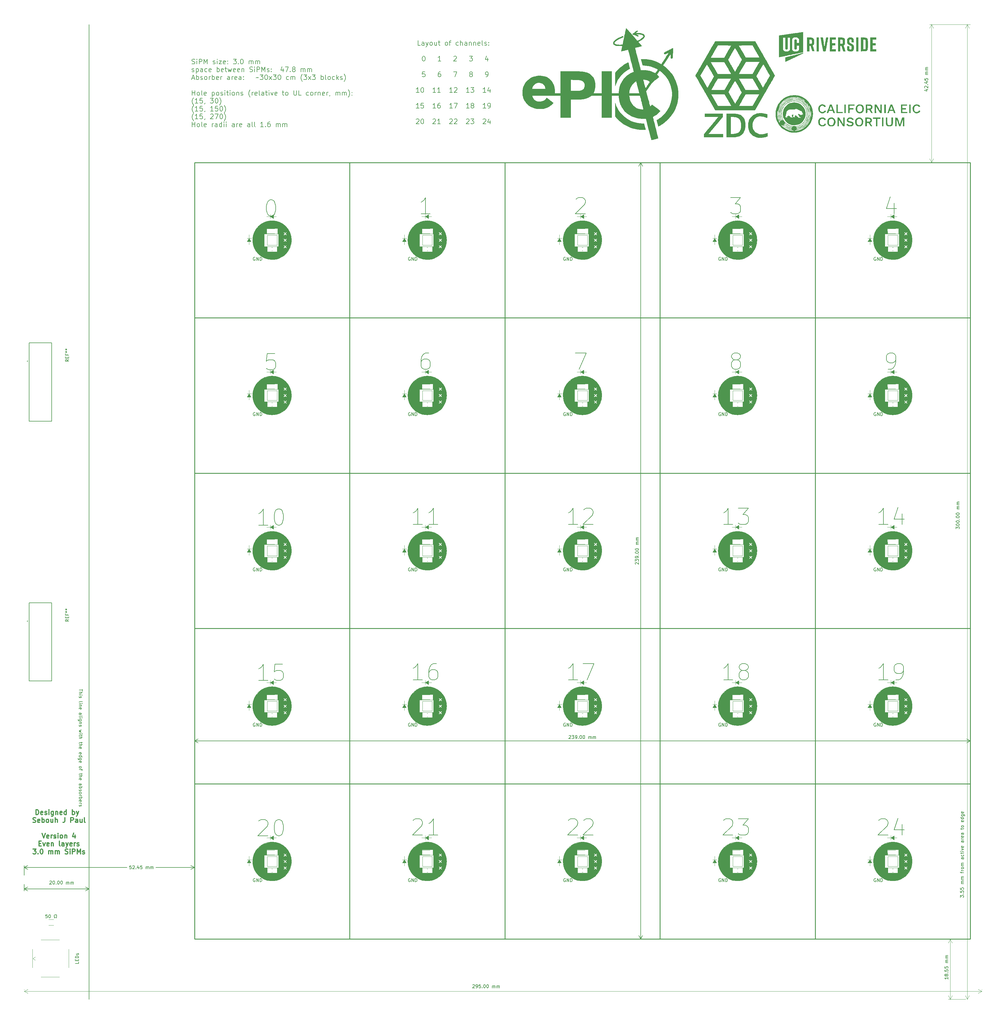
<source format=gbr>
%TF.GenerationSoftware,KiCad,Pcbnew,8.0.2-1*%
%TF.CreationDate,2024-06-21T16:13:16-04:00*%
%TF.ProjectId,EvenLayers_3.0mm_SiPM,4576656e-4c61-4796-9572-735f332e306d,rev?*%
%TF.SameCoordinates,Original*%
%TF.FileFunction,Legend,Top*%
%TF.FilePolarity,Positive*%
%FSLAX46Y46*%
G04 Gerber Fmt 4.6, Leading zero omitted, Abs format (unit mm)*
G04 Created by KiCad (PCBNEW 8.0.2-1) date 2024-06-21 16:13:16*
%MOMM*%
%LPD*%
G01*
G04 APERTURE LIST*
%ADD10C,0.250000*%
%ADD11C,0.150000*%
%ADD12C,0.300000*%
%ADD13C,0.100000*%
%ADD14C,0.120000*%
%ADD15C,0.200000*%
%ADD16C,0.000000*%
G04 APERTURE END LIST*
D10*
X107450000Y-215850000D02*
X346450000Y-215850000D01*
X346450000Y-72450000D02*
X346450000Y-311450000D01*
X250850000Y-72450000D02*
X250850000Y-311450000D01*
D11*
X75000000Y-30000000D02*
X75000000Y-330000000D01*
D10*
X298650000Y-72450000D02*
X298650000Y-311450000D01*
X107450000Y-168050000D02*
X346450000Y-168050000D01*
X107450000Y-72450000D02*
X107450000Y-311450000D01*
X107450000Y-120250000D02*
X346450000Y-120250000D01*
X203050000Y-72450000D02*
X203050000Y-311450000D01*
X107450000Y-72450000D02*
X346450000Y-72450000D01*
X107450000Y-263650000D02*
X346450000Y-263650000D01*
X155250000Y-72450000D02*
X155250000Y-311450000D01*
X107450000Y-311450000D02*
X346450000Y-311450000D01*
D11*
X272583333Y-83255295D02*
X275678571Y-83255295D01*
X275678571Y-83255295D02*
X274011905Y-85160057D01*
X274011905Y-85160057D02*
X274726190Y-85160057D01*
X274726190Y-85160057D02*
X275202381Y-85398152D01*
X275202381Y-85398152D02*
X275440476Y-85636247D01*
X275440476Y-85636247D02*
X275678571Y-86112438D01*
X275678571Y-86112438D02*
X275678571Y-87302914D01*
X275678571Y-87302914D02*
X275440476Y-87779104D01*
X275440476Y-87779104D02*
X275202381Y-88017200D01*
X275202381Y-88017200D02*
X274726190Y-88255295D01*
X274726190Y-88255295D02*
X273297619Y-88255295D01*
X273297619Y-88255295D02*
X272821428Y-88017200D01*
X272821428Y-88017200D02*
X272583333Y-87779104D01*
X225497618Y-231655295D02*
X222640475Y-231655295D01*
X224069047Y-231655295D02*
X224069047Y-226655295D01*
X224069047Y-226655295D02*
X223592856Y-227369580D01*
X223592856Y-227369580D02*
X223116666Y-227845771D01*
X223116666Y-227845771D02*
X222640475Y-228083866D01*
X227164285Y-226655295D02*
X230497619Y-226655295D01*
X230497619Y-226655295D02*
X228354761Y-231655295D01*
X321097618Y-183855295D02*
X318240475Y-183855295D01*
X319669047Y-183855295D02*
X319669047Y-178855295D01*
X319669047Y-178855295D02*
X319192856Y-179569580D01*
X319192856Y-179569580D02*
X318716666Y-180045771D01*
X318716666Y-180045771D02*
X318240475Y-180283866D01*
X325383333Y-180521961D02*
X325383333Y-183855295D01*
X324192857Y-178617200D02*
X323002380Y-182188628D01*
X323002380Y-182188628D02*
X326097619Y-182188628D01*
X321097618Y-231655295D02*
X318240475Y-231655295D01*
X319669047Y-231655295D02*
X319669047Y-226655295D01*
X319669047Y-226655295D02*
X319192856Y-227369580D01*
X319192856Y-227369580D02*
X318716666Y-227845771D01*
X318716666Y-227845771D02*
X318240475Y-228083866D01*
X323478571Y-231655295D02*
X324430952Y-231655295D01*
X324430952Y-231655295D02*
X324907142Y-231417200D01*
X324907142Y-231417200D02*
X325145238Y-231179104D01*
X325145238Y-231179104D02*
X325621428Y-230464819D01*
X325621428Y-230464819D02*
X325859523Y-229512438D01*
X325859523Y-229512438D02*
X325859523Y-227607676D01*
X325859523Y-227607676D02*
X325621428Y-227131485D01*
X325621428Y-227131485D02*
X325383333Y-226893390D01*
X325383333Y-226893390D02*
X324907142Y-226655295D01*
X324907142Y-226655295D02*
X323954761Y-226655295D01*
X323954761Y-226655295D02*
X323478571Y-226893390D01*
X323478571Y-226893390D02*
X323240476Y-227131485D01*
X323240476Y-227131485D02*
X323002380Y-227607676D01*
X323002380Y-227607676D02*
X323002380Y-228798152D01*
X323002380Y-228798152D02*
X323240476Y-229274342D01*
X323240476Y-229274342D02*
X323478571Y-229512438D01*
X323478571Y-229512438D02*
X323954761Y-229750533D01*
X323954761Y-229750533D02*
X324907142Y-229750533D01*
X324907142Y-229750533D02*
X325383333Y-229512438D01*
X325383333Y-229512438D02*
X325621428Y-229274342D01*
X325621428Y-229274342D02*
X325859523Y-228798152D01*
X177021428Y-36411548D02*
X176307142Y-36411548D01*
X176307142Y-36411548D02*
X176307142Y-34911548D01*
X178164286Y-36411548D02*
X178164286Y-35625834D01*
X178164286Y-35625834D02*
X178092857Y-35482977D01*
X178092857Y-35482977D02*
X177950000Y-35411548D01*
X177950000Y-35411548D02*
X177664286Y-35411548D01*
X177664286Y-35411548D02*
X177521428Y-35482977D01*
X178164286Y-36340120D02*
X178021428Y-36411548D01*
X178021428Y-36411548D02*
X177664286Y-36411548D01*
X177664286Y-36411548D02*
X177521428Y-36340120D01*
X177521428Y-36340120D02*
X177450000Y-36197262D01*
X177450000Y-36197262D02*
X177450000Y-36054405D01*
X177450000Y-36054405D02*
X177521428Y-35911548D01*
X177521428Y-35911548D02*
X177664286Y-35840120D01*
X177664286Y-35840120D02*
X178021428Y-35840120D01*
X178021428Y-35840120D02*
X178164286Y-35768691D01*
X178735714Y-35411548D02*
X179092857Y-36411548D01*
X179450000Y-35411548D02*
X179092857Y-36411548D01*
X179092857Y-36411548D02*
X178950000Y-36768691D01*
X178950000Y-36768691D02*
X178878571Y-36840120D01*
X178878571Y-36840120D02*
X178735714Y-36911548D01*
X180235714Y-36411548D02*
X180092857Y-36340120D01*
X180092857Y-36340120D02*
X180021428Y-36268691D01*
X180021428Y-36268691D02*
X179950000Y-36125834D01*
X179950000Y-36125834D02*
X179950000Y-35697262D01*
X179950000Y-35697262D02*
X180021428Y-35554405D01*
X180021428Y-35554405D02*
X180092857Y-35482977D01*
X180092857Y-35482977D02*
X180235714Y-35411548D01*
X180235714Y-35411548D02*
X180450000Y-35411548D01*
X180450000Y-35411548D02*
X180592857Y-35482977D01*
X180592857Y-35482977D02*
X180664286Y-35554405D01*
X180664286Y-35554405D02*
X180735714Y-35697262D01*
X180735714Y-35697262D02*
X180735714Y-36125834D01*
X180735714Y-36125834D02*
X180664286Y-36268691D01*
X180664286Y-36268691D02*
X180592857Y-36340120D01*
X180592857Y-36340120D02*
X180450000Y-36411548D01*
X180450000Y-36411548D02*
X180235714Y-36411548D01*
X182021429Y-35411548D02*
X182021429Y-36411548D01*
X181378571Y-35411548D02*
X181378571Y-36197262D01*
X181378571Y-36197262D02*
X181450000Y-36340120D01*
X181450000Y-36340120D02*
X181592857Y-36411548D01*
X181592857Y-36411548D02*
X181807143Y-36411548D01*
X181807143Y-36411548D02*
X181950000Y-36340120D01*
X181950000Y-36340120D02*
X182021429Y-36268691D01*
X182521429Y-35411548D02*
X183092857Y-35411548D01*
X182735714Y-34911548D02*
X182735714Y-36197262D01*
X182735714Y-36197262D02*
X182807143Y-36340120D01*
X182807143Y-36340120D02*
X182950000Y-36411548D01*
X182950000Y-36411548D02*
X183092857Y-36411548D01*
X184950000Y-36411548D02*
X184807143Y-36340120D01*
X184807143Y-36340120D02*
X184735714Y-36268691D01*
X184735714Y-36268691D02*
X184664286Y-36125834D01*
X184664286Y-36125834D02*
X184664286Y-35697262D01*
X184664286Y-35697262D02*
X184735714Y-35554405D01*
X184735714Y-35554405D02*
X184807143Y-35482977D01*
X184807143Y-35482977D02*
X184950000Y-35411548D01*
X184950000Y-35411548D02*
X185164286Y-35411548D01*
X185164286Y-35411548D02*
X185307143Y-35482977D01*
X185307143Y-35482977D02*
X185378572Y-35554405D01*
X185378572Y-35554405D02*
X185450000Y-35697262D01*
X185450000Y-35697262D02*
X185450000Y-36125834D01*
X185450000Y-36125834D02*
X185378572Y-36268691D01*
X185378572Y-36268691D02*
X185307143Y-36340120D01*
X185307143Y-36340120D02*
X185164286Y-36411548D01*
X185164286Y-36411548D02*
X184950000Y-36411548D01*
X185878572Y-35411548D02*
X186450000Y-35411548D01*
X186092857Y-36411548D02*
X186092857Y-35125834D01*
X186092857Y-35125834D02*
X186164286Y-34982977D01*
X186164286Y-34982977D02*
X186307143Y-34911548D01*
X186307143Y-34911548D02*
X186450000Y-34911548D01*
X188735715Y-36340120D02*
X188592857Y-36411548D01*
X188592857Y-36411548D02*
X188307143Y-36411548D01*
X188307143Y-36411548D02*
X188164286Y-36340120D01*
X188164286Y-36340120D02*
X188092857Y-36268691D01*
X188092857Y-36268691D02*
X188021429Y-36125834D01*
X188021429Y-36125834D02*
X188021429Y-35697262D01*
X188021429Y-35697262D02*
X188092857Y-35554405D01*
X188092857Y-35554405D02*
X188164286Y-35482977D01*
X188164286Y-35482977D02*
X188307143Y-35411548D01*
X188307143Y-35411548D02*
X188592857Y-35411548D01*
X188592857Y-35411548D02*
X188735715Y-35482977D01*
X189378571Y-36411548D02*
X189378571Y-34911548D01*
X190021429Y-36411548D02*
X190021429Y-35625834D01*
X190021429Y-35625834D02*
X189950000Y-35482977D01*
X189950000Y-35482977D02*
X189807143Y-35411548D01*
X189807143Y-35411548D02*
X189592857Y-35411548D01*
X189592857Y-35411548D02*
X189450000Y-35482977D01*
X189450000Y-35482977D02*
X189378571Y-35554405D01*
X191378572Y-36411548D02*
X191378572Y-35625834D01*
X191378572Y-35625834D02*
X191307143Y-35482977D01*
X191307143Y-35482977D02*
X191164286Y-35411548D01*
X191164286Y-35411548D02*
X190878572Y-35411548D01*
X190878572Y-35411548D02*
X190735714Y-35482977D01*
X191378572Y-36340120D02*
X191235714Y-36411548D01*
X191235714Y-36411548D02*
X190878572Y-36411548D01*
X190878572Y-36411548D02*
X190735714Y-36340120D01*
X190735714Y-36340120D02*
X190664286Y-36197262D01*
X190664286Y-36197262D02*
X190664286Y-36054405D01*
X190664286Y-36054405D02*
X190735714Y-35911548D01*
X190735714Y-35911548D02*
X190878572Y-35840120D01*
X190878572Y-35840120D02*
X191235714Y-35840120D01*
X191235714Y-35840120D02*
X191378572Y-35768691D01*
X192092857Y-35411548D02*
X192092857Y-36411548D01*
X192092857Y-35554405D02*
X192164286Y-35482977D01*
X192164286Y-35482977D02*
X192307143Y-35411548D01*
X192307143Y-35411548D02*
X192521429Y-35411548D01*
X192521429Y-35411548D02*
X192664286Y-35482977D01*
X192664286Y-35482977D02*
X192735715Y-35625834D01*
X192735715Y-35625834D02*
X192735715Y-36411548D01*
X193450000Y-35411548D02*
X193450000Y-36411548D01*
X193450000Y-35554405D02*
X193521429Y-35482977D01*
X193521429Y-35482977D02*
X193664286Y-35411548D01*
X193664286Y-35411548D02*
X193878572Y-35411548D01*
X193878572Y-35411548D02*
X194021429Y-35482977D01*
X194021429Y-35482977D02*
X194092858Y-35625834D01*
X194092858Y-35625834D02*
X194092858Y-36411548D01*
X195378572Y-36340120D02*
X195235715Y-36411548D01*
X195235715Y-36411548D02*
X194950001Y-36411548D01*
X194950001Y-36411548D02*
X194807143Y-36340120D01*
X194807143Y-36340120D02*
X194735715Y-36197262D01*
X194735715Y-36197262D02*
X194735715Y-35625834D01*
X194735715Y-35625834D02*
X194807143Y-35482977D01*
X194807143Y-35482977D02*
X194950001Y-35411548D01*
X194950001Y-35411548D02*
X195235715Y-35411548D01*
X195235715Y-35411548D02*
X195378572Y-35482977D01*
X195378572Y-35482977D02*
X195450001Y-35625834D01*
X195450001Y-35625834D02*
X195450001Y-35768691D01*
X195450001Y-35768691D02*
X194735715Y-35911548D01*
X196307143Y-36411548D02*
X196164286Y-36340120D01*
X196164286Y-36340120D02*
X196092857Y-36197262D01*
X196092857Y-36197262D02*
X196092857Y-34911548D01*
X196807143Y-36340120D02*
X196950000Y-36411548D01*
X196950000Y-36411548D02*
X197235714Y-36411548D01*
X197235714Y-36411548D02*
X197378571Y-36340120D01*
X197378571Y-36340120D02*
X197450000Y-36197262D01*
X197450000Y-36197262D02*
X197450000Y-36125834D01*
X197450000Y-36125834D02*
X197378571Y-35982977D01*
X197378571Y-35982977D02*
X197235714Y-35911548D01*
X197235714Y-35911548D02*
X197021429Y-35911548D01*
X197021429Y-35911548D02*
X196878571Y-35840120D01*
X196878571Y-35840120D02*
X196807143Y-35697262D01*
X196807143Y-35697262D02*
X196807143Y-35625834D01*
X196807143Y-35625834D02*
X196878571Y-35482977D01*
X196878571Y-35482977D02*
X197021429Y-35411548D01*
X197021429Y-35411548D02*
X197235714Y-35411548D01*
X197235714Y-35411548D02*
X197378571Y-35482977D01*
X198092857Y-36268691D02*
X198164286Y-36340120D01*
X198164286Y-36340120D02*
X198092857Y-36411548D01*
X198092857Y-36411548D02*
X198021429Y-36340120D01*
X198021429Y-36340120D02*
X198092857Y-36268691D01*
X198092857Y-36268691D02*
X198092857Y-36411548D01*
X198092857Y-35482977D02*
X198164286Y-35554405D01*
X198164286Y-35554405D02*
X198092857Y-35625834D01*
X198092857Y-35625834D02*
X198021429Y-35554405D01*
X198021429Y-35554405D02*
X198092857Y-35482977D01*
X198092857Y-35482977D02*
X198092857Y-35625834D01*
X177985716Y-39741380D02*
X178128573Y-39741380D01*
X178128573Y-39741380D02*
X178271430Y-39812809D01*
X178271430Y-39812809D02*
X178342859Y-39884237D01*
X178342859Y-39884237D02*
X178414287Y-40027094D01*
X178414287Y-40027094D02*
X178485716Y-40312809D01*
X178485716Y-40312809D02*
X178485716Y-40669952D01*
X178485716Y-40669952D02*
X178414287Y-40955666D01*
X178414287Y-40955666D02*
X178342859Y-41098523D01*
X178342859Y-41098523D02*
X178271430Y-41169952D01*
X178271430Y-41169952D02*
X178128573Y-41241380D01*
X178128573Y-41241380D02*
X177985716Y-41241380D01*
X177985716Y-41241380D02*
X177842859Y-41169952D01*
X177842859Y-41169952D02*
X177771430Y-41098523D01*
X177771430Y-41098523D02*
X177700001Y-40955666D01*
X177700001Y-40955666D02*
X177628573Y-40669952D01*
X177628573Y-40669952D02*
X177628573Y-40312809D01*
X177628573Y-40312809D02*
X177700001Y-40027094D01*
X177700001Y-40027094D02*
X177771430Y-39884237D01*
X177771430Y-39884237D02*
X177842859Y-39812809D01*
X177842859Y-39812809D02*
X177985716Y-39741380D01*
X183342858Y-41241380D02*
X182485715Y-41241380D01*
X182914286Y-41241380D02*
X182914286Y-39741380D01*
X182914286Y-39741380D02*
X182771429Y-39955666D01*
X182771429Y-39955666D02*
X182628572Y-40098523D01*
X182628572Y-40098523D02*
X182485715Y-40169952D01*
X187342857Y-39884237D02*
X187414285Y-39812809D01*
X187414285Y-39812809D02*
X187557143Y-39741380D01*
X187557143Y-39741380D02*
X187914285Y-39741380D01*
X187914285Y-39741380D02*
X188057143Y-39812809D01*
X188057143Y-39812809D02*
X188128571Y-39884237D01*
X188128571Y-39884237D02*
X188200000Y-40027094D01*
X188200000Y-40027094D02*
X188200000Y-40169952D01*
X188200000Y-40169952D02*
X188128571Y-40384237D01*
X188128571Y-40384237D02*
X187271428Y-41241380D01*
X187271428Y-41241380D02*
X188200000Y-41241380D01*
X192128570Y-39741380D02*
X193057142Y-39741380D01*
X193057142Y-39741380D02*
X192557142Y-40312809D01*
X192557142Y-40312809D02*
X192771427Y-40312809D01*
X192771427Y-40312809D02*
X192914285Y-40384237D01*
X192914285Y-40384237D02*
X192985713Y-40455666D01*
X192985713Y-40455666D02*
X193057142Y-40598523D01*
X193057142Y-40598523D02*
X193057142Y-40955666D01*
X193057142Y-40955666D02*
X192985713Y-41098523D01*
X192985713Y-41098523D02*
X192914285Y-41169952D01*
X192914285Y-41169952D02*
X192771427Y-41241380D01*
X192771427Y-41241380D02*
X192342856Y-41241380D01*
X192342856Y-41241380D02*
X192199999Y-41169952D01*
X192199999Y-41169952D02*
X192128570Y-41098523D01*
X197771427Y-40241380D02*
X197771427Y-41241380D01*
X197414284Y-39669952D02*
X197057141Y-40741380D01*
X197057141Y-40741380D02*
X197985712Y-40741380D01*
X178414287Y-44571212D02*
X177700001Y-44571212D01*
X177700001Y-44571212D02*
X177628573Y-45285498D01*
X177628573Y-45285498D02*
X177700001Y-45214069D01*
X177700001Y-45214069D02*
X177842859Y-45142641D01*
X177842859Y-45142641D02*
X178200001Y-45142641D01*
X178200001Y-45142641D02*
X178342859Y-45214069D01*
X178342859Y-45214069D02*
X178414287Y-45285498D01*
X178414287Y-45285498D02*
X178485716Y-45428355D01*
X178485716Y-45428355D02*
X178485716Y-45785498D01*
X178485716Y-45785498D02*
X178414287Y-45928355D01*
X178414287Y-45928355D02*
X178342859Y-45999784D01*
X178342859Y-45999784D02*
X178200001Y-46071212D01*
X178200001Y-46071212D02*
X177842859Y-46071212D01*
X177842859Y-46071212D02*
X177700001Y-45999784D01*
X177700001Y-45999784D02*
X177628573Y-45928355D01*
X183200001Y-44571212D02*
X182914286Y-44571212D01*
X182914286Y-44571212D02*
X182771429Y-44642641D01*
X182771429Y-44642641D02*
X182700001Y-44714069D01*
X182700001Y-44714069D02*
X182557143Y-44928355D01*
X182557143Y-44928355D02*
X182485715Y-45214069D01*
X182485715Y-45214069D02*
X182485715Y-45785498D01*
X182485715Y-45785498D02*
X182557143Y-45928355D01*
X182557143Y-45928355D02*
X182628572Y-45999784D01*
X182628572Y-45999784D02*
X182771429Y-46071212D01*
X182771429Y-46071212D02*
X183057143Y-46071212D01*
X183057143Y-46071212D02*
X183200001Y-45999784D01*
X183200001Y-45999784D02*
X183271429Y-45928355D01*
X183271429Y-45928355D02*
X183342858Y-45785498D01*
X183342858Y-45785498D02*
X183342858Y-45428355D01*
X183342858Y-45428355D02*
X183271429Y-45285498D01*
X183271429Y-45285498D02*
X183200001Y-45214069D01*
X183200001Y-45214069D02*
X183057143Y-45142641D01*
X183057143Y-45142641D02*
X182771429Y-45142641D01*
X182771429Y-45142641D02*
X182628572Y-45214069D01*
X182628572Y-45214069D02*
X182557143Y-45285498D01*
X182557143Y-45285498D02*
X182485715Y-45428355D01*
X187271428Y-44571212D02*
X188271428Y-44571212D01*
X188271428Y-44571212D02*
X187628571Y-46071212D01*
X192485713Y-45214069D02*
X192342856Y-45142641D01*
X192342856Y-45142641D02*
X192271427Y-45071212D01*
X192271427Y-45071212D02*
X192199999Y-44928355D01*
X192199999Y-44928355D02*
X192199999Y-44856926D01*
X192199999Y-44856926D02*
X192271427Y-44714069D01*
X192271427Y-44714069D02*
X192342856Y-44642641D01*
X192342856Y-44642641D02*
X192485713Y-44571212D01*
X192485713Y-44571212D02*
X192771427Y-44571212D01*
X192771427Y-44571212D02*
X192914285Y-44642641D01*
X192914285Y-44642641D02*
X192985713Y-44714069D01*
X192985713Y-44714069D02*
X193057142Y-44856926D01*
X193057142Y-44856926D02*
X193057142Y-44928355D01*
X193057142Y-44928355D02*
X192985713Y-45071212D01*
X192985713Y-45071212D02*
X192914285Y-45142641D01*
X192914285Y-45142641D02*
X192771427Y-45214069D01*
X192771427Y-45214069D02*
X192485713Y-45214069D01*
X192485713Y-45214069D02*
X192342856Y-45285498D01*
X192342856Y-45285498D02*
X192271427Y-45356926D01*
X192271427Y-45356926D02*
X192199999Y-45499784D01*
X192199999Y-45499784D02*
X192199999Y-45785498D01*
X192199999Y-45785498D02*
X192271427Y-45928355D01*
X192271427Y-45928355D02*
X192342856Y-45999784D01*
X192342856Y-45999784D02*
X192485713Y-46071212D01*
X192485713Y-46071212D02*
X192771427Y-46071212D01*
X192771427Y-46071212D02*
X192914285Y-45999784D01*
X192914285Y-45999784D02*
X192985713Y-45928355D01*
X192985713Y-45928355D02*
X193057142Y-45785498D01*
X193057142Y-45785498D02*
X193057142Y-45499784D01*
X193057142Y-45499784D02*
X192985713Y-45356926D01*
X192985713Y-45356926D02*
X192914285Y-45285498D01*
X192914285Y-45285498D02*
X192771427Y-45214069D01*
X197199998Y-46071212D02*
X197485712Y-46071212D01*
X197485712Y-46071212D02*
X197628569Y-45999784D01*
X197628569Y-45999784D02*
X197699998Y-45928355D01*
X197699998Y-45928355D02*
X197842855Y-45714069D01*
X197842855Y-45714069D02*
X197914284Y-45428355D01*
X197914284Y-45428355D02*
X197914284Y-44856926D01*
X197914284Y-44856926D02*
X197842855Y-44714069D01*
X197842855Y-44714069D02*
X197771427Y-44642641D01*
X197771427Y-44642641D02*
X197628569Y-44571212D01*
X197628569Y-44571212D02*
X197342855Y-44571212D01*
X197342855Y-44571212D02*
X197199998Y-44642641D01*
X197199998Y-44642641D02*
X197128569Y-44714069D01*
X197128569Y-44714069D02*
X197057141Y-44856926D01*
X197057141Y-44856926D02*
X197057141Y-45214069D01*
X197057141Y-45214069D02*
X197128569Y-45356926D01*
X197128569Y-45356926D02*
X197199998Y-45428355D01*
X197199998Y-45428355D02*
X197342855Y-45499784D01*
X197342855Y-45499784D02*
X197628569Y-45499784D01*
X197628569Y-45499784D02*
X197771427Y-45428355D01*
X197771427Y-45428355D02*
X197842855Y-45356926D01*
X197842855Y-45356926D02*
X197914284Y-45214069D01*
X176628574Y-50901044D02*
X175771431Y-50901044D01*
X176200002Y-50901044D02*
X176200002Y-49401044D01*
X176200002Y-49401044D02*
X176057145Y-49615330D01*
X176057145Y-49615330D02*
X175914288Y-49758187D01*
X175914288Y-49758187D02*
X175771431Y-49829616D01*
X177557145Y-49401044D02*
X177700002Y-49401044D01*
X177700002Y-49401044D02*
X177842859Y-49472473D01*
X177842859Y-49472473D02*
X177914288Y-49543901D01*
X177914288Y-49543901D02*
X177985716Y-49686758D01*
X177985716Y-49686758D02*
X178057145Y-49972473D01*
X178057145Y-49972473D02*
X178057145Y-50329616D01*
X178057145Y-50329616D02*
X177985716Y-50615330D01*
X177985716Y-50615330D02*
X177914288Y-50758187D01*
X177914288Y-50758187D02*
X177842859Y-50829616D01*
X177842859Y-50829616D02*
X177700002Y-50901044D01*
X177700002Y-50901044D02*
X177557145Y-50901044D01*
X177557145Y-50901044D02*
X177414288Y-50829616D01*
X177414288Y-50829616D02*
X177342859Y-50758187D01*
X177342859Y-50758187D02*
X177271430Y-50615330D01*
X177271430Y-50615330D02*
X177200002Y-50329616D01*
X177200002Y-50329616D02*
X177200002Y-49972473D01*
X177200002Y-49972473D02*
X177271430Y-49686758D01*
X177271430Y-49686758D02*
X177342859Y-49543901D01*
X177342859Y-49543901D02*
X177414288Y-49472473D01*
X177414288Y-49472473D02*
X177557145Y-49401044D01*
X181771430Y-50901044D02*
X180914287Y-50901044D01*
X181342858Y-50901044D02*
X181342858Y-49401044D01*
X181342858Y-49401044D02*
X181200001Y-49615330D01*
X181200001Y-49615330D02*
X181057144Y-49758187D01*
X181057144Y-49758187D02*
X180914287Y-49829616D01*
X183200001Y-50901044D02*
X182342858Y-50901044D01*
X182771429Y-50901044D02*
X182771429Y-49401044D01*
X182771429Y-49401044D02*
X182628572Y-49615330D01*
X182628572Y-49615330D02*
X182485715Y-49758187D01*
X182485715Y-49758187D02*
X182342858Y-49829616D01*
X186914286Y-50901044D02*
X186057143Y-50901044D01*
X186485714Y-50901044D02*
X186485714Y-49401044D01*
X186485714Y-49401044D02*
X186342857Y-49615330D01*
X186342857Y-49615330D02*
X186200000Y-49758187D01*
X186200000Y-49758187D02*
X186057143Y-49829616D01*
X187485714Y-49543901D02*
X187557142Y-49472473D01*
X187557142Y-49472473D02*
X187700000Y-49401044D01*
X187700000Y-49401044D02*
X188057142Y-49401044D01*
X188057142Y-49401044D02*
X188200000Y-49472473D01*
X188200000Y-49472473D02*
X188271428Y-49543901D01*
X188271428Y-49543901D02*
X188342857Y-49686758D01*
X188342857Y-49686758D02*
X188342857Y-49829616D01*
X188342857Y-49829616D02*
X188271428Y-50043901D01*
X188271428Y-50043901D02*
X187414285Y-50901044D01*
X187414285Y-50901044D02*
X188342857Y-50901044D01*
X192057142Y-50901044D02*
X191199999Y-50901044D01*
X191628570Y-50901044D02*
X191628570Y-49401044D01*
X191628570Y-49401044D02*
X191485713Y-49615330D01*
X191485713Y-49615330D02*
X191342856Y-49758187D01*
X191342856Y-49758187D02*
X191199999Y-49829616D01*
X192557141Y-49401044D02*
X193485713Y-49401044D01*
X193485713Y-49401044D02*
X192985713Y-49972473D01*
X192985713Y-49972473D02*
X193199998Y-49972473D01*
X193199998Y-49972473D02*
X193342856Y-50043901D01*
X193342856Y-50043901D02*
X193414284Y-50115330D01*
X193414284Y-50115330D02*
X193485713Y-50258187D01*
X193485713Y-50258187D02*
X193485713Y-50615330D01*
X193485713Y-50615330D02*
X193414284Y-50758187D01*
X193414284Y-50758187D02*
X193342856Y-50829616D01*
X193342856Y-50829616D02*
X193199998Y-50901044D01*
X193199998Y-50901044D02*
X192771427Y-50901044D01*
X192771427Y-50901044D02*
X192628570Y-50829616D01*
X192628570Y-50829616D02*
X192557141Y-50758187D01*
X197199998Y-50901044D02*
X196342855Y-50901044D01*
X196771426Y-50901044D02*
X196771426Y-49401044D01*
X196771426Y-49401044D02*
X196628569Y-49615330D01*
X196628569Y-49615330D02*
X196485712Y-49758187D01*
X196485712Y-49758187D02*
X196342855Y-49829616D01*
X198485712Y-49901044D02*
X198485712Y-50901044D01*
X198128569Y-49329616D02*
X197771426Y-50401044D01*
X197771426Y-50401044D02*
X198699997Y-50401044D01*
X176628574Y-55730876D02*
X175771431Y-55730876D01*
X176200002Y-55730876D02*
X176200002Y-54230876D01*
X176200002Y-54230876D02*
X176057145Y-54445162D01*
X176057145Y-54445162D02*
X175914288Y-54588019D01*
X175914288Y-54588019D02*
X175771431Y-54659448D01*
X177985716Y-54230876D02*
X177271430Y-54230876D01*
X177271430Y-54230876D02*
X177200002Y-54945162D01*
X177200002Y-54945162D02*
X177271430Y-54873733D01*
X177271430Y-54873733D02*
X177414288Y-54802305D01*
X177414288Y-54802305D02*
X177771430Y-54802305D01*
X177771430Y-54802305D02*
X177914288Y-54873733D01*
X177914288Y-54873733D02*
X177985716Y-54945162D01*
X177985716Y-54945162D02*
X178057145Y-55088019D01*
X178057145Y-55088019D02*
X178057145Y-55445162D01*
X178057145Y-55445162D02*
X177985716Y-55588019D01*
X177985716Y-55588019D02*
X177914288Y-55659448D01*
X177914288Y-55659448D02*
X177771430Y-55730876D01*
X177771430Y-55730876D02*
X177414288Y-55730876D01*
X177414288Y-55730876D02*
X177271430Y-55659448D01*
X177271430Y-55659448D02*
X177200002Y-55588019D01*
X181771430Y-55730876D02*
X180914287Y-55730876D01*
X181342858Y-55730876D02*
X181342858Y-54230876D01*
X181342858Y-54230876D02*
X181200001Y-54445162D01*
X181200001Y-54445162D02*
X181057144Y-54588019D01*
X181057144Y-54588019D02*
X180914287Y-54659448D01*
X183057144Y-54230876D02*
X182771429Y-54230876D01*
X182771429Y-54230876D02*
X182628572Y-54302305D01*
X182628572Y-54302305D02*
X182557144Y-54373733D01*
X182557144Y-54373733D02*
X182414286Y-54588019D01*
X182414286Y-54588019D02*
X182342858Y-54873733D01*
X182342858Y-54873733D02*
X182342858Y-55445162D01*
X182342858Y-55445162D02*
X182414286Y-55588019D01*
X182414286Y-55588019D02*
X182485715Y-55659448D01*
X182485715Y-55659448D02*
X182628572Y-55730876D01*
X182628572Y-55730876D02*
X182914286Y-55730876D01*
X182914286Y-55730876D02*
X183057144Y-55659448D01*
X183057144Y-55659448D02*
X183128572Y-55588019D01*
X183128572Y-55588019D02*
X183200001Y-55445162D01*
X183200001Y-55445162D02*
X183200001Y-55088019D01*
X183200001Y-55088019D02*
X183128572Y-54945162D01*
X183128572Y-54945162D02*
X183057144Y-54873733D01*
X183057144Y-54873733D02*
X182914286Y-54802305D01*
X182914286Y-54802305D02*
X182628572Y-54802305D01*
X182628572Y-54802305D02*
X182485715Y-54873733D01*
X182485715Y-54873733D02*
X182414286Y-54945162D01*
X182414286Y-54945162D02*
X182342858Y-55088019D01*
X186914286Y-55730876D02*
X186057143Y-55730876D01*
X186485714Y-55730876D02*
X186485714Y-54230876D01*
X186485714Y-54230876D02*
X186342857Y-54445162D01*
X186342857Y-54445162D02*
X186200000Y-54588019D01*
X186200000Y-54588019D02*
X186057143Y-54659448D01*
X187414285Y-54230876D02*
X188414285Y-54230876D01*
X188414285Y-54230876D02*
X187771428Y-55730876D01*
X192057142Y-55730876D02*
X191199999Y-55730876D01*
X191628570Y-55730876D02*
X191628570Y-54230876D01*
X191628570Y-54230876D02*
X191485713Y-54445162D01*
X191485713Y-54445162D02*
X191342856Y-54588019D01*
X191342856Y-54588019D02*
X191199999Y-54659448D01*
X192914284Y-54873733D02*
X192771427Y-54802305D01*
X192771427Y-54802305D02*
X192699998Y-54730876D01*
X192699998Y-54730876D02*
X192628570Y-54588019D01*
X192628570Y-54588019D02*
X192628570Y-54516590D01*
X192628570Y-54516590D02*
X192699998Y-54373733D01*
X192699998Y-54373733D02*
X192771427Y-54302305D01*
X192771427Y-54302305D02*
X192914284Y-54230876D01*
X192914284Y-54230876D02*
X193199998Y-54230876D01*
X193199998Y-54230876D02*
X193342856Y-54302305D01*
X193342856Y-54302305D02*
X193414284Y-54373733D01*
X193414284Y-54373733D02*
X193485713Y-54516590D01*
X193485713Y-54516590D02*
X193485713Y-54588019D01*
X193485713Y-54588019D02*
X193414284Y-54730876D01*
X193414284Y-54730876D02*
X193342856Y-54802305D01*
X193342856Y-54802305D02*
X193199998Y-54873733D01*
X193199998Y-54873733D02*
X192914284Y-54873733D01*
X192914284Y-54873733D02*
X192771427Y-54945162D01*
X192771427Y-54945162D02*
X192699998Y-55016590D01*
X192699998Y-55016590D02*
X192628570Y-55159448D01*
X192628570Y-55159448D02*
X192628570Y-55445162D01*
X192628570Y-55445162D02*
X192699998Y-55588019D01*
X192699998Y-55588019D02*
X192771427Y-55659448D01*
X192771427Y-55659448D02*
X192914284Y-55730876D01*
X192914284Y-55730876D02*
X193199998Y-55730876D01*
X193199998Y-55730876D02*
X193342856Y-55659448D01*
X193342856Y-55659448D02*
X193414284Y-55588019D01*
X193414284Y-55588019D02*
X193485713Y-55445162D01*
X193485713Y-55445162D02*
X193485713Y-55159448D01*
X193485713Y-55159448D02*
X193414284Y-55016590D01*
X193414284Y-55016590D02*
X193342856Y-54945162D01*
X193342856Y-54945162D02*
X193199998Y-54873733D01*
X197199998Y-55730876D02*
X196342855Y-55730876D01*
X196771426Y-55730876D02*
X196771426Y-54230876D01*
X196771426Y-54230876D02*
X196628569Y-54445162D01*
X196628569Y-54445162D02*
X196485712Y-54588019D01*
X196485712Y-54588019D02*
X196342855Y-54659448D01*
X197914283Y-55730876D02*
X198199997Y-55730876D01*
X198199997Y-55730876D02*
X198342854Y-55659448D01*
X198342854Y-55659448D02*
X198414283Y-55588019D01*
X198414283Y-55588019D02*
X198557140Y-55373733D01*
X198557140Y-55373733D02*
X198628569Y-55088019D01*
X198628569Y-55088019D02*
X198628569Y-54516590D01*
X198628569Y-54516590D02*
X198557140Y-54373733D01*
X198557140Y-54373733D02*
X198485712Y-54302305D01*
X198485712Y-54302305D02*
X198342854Y-54230876D01*
X198342854Y-54230876D02*
X198057140Y-54230876D01*
X198057140Y-54230876D02*
X197914283Y-54302305D01*
X197914283Y-54302305D02*
X197842854Y-54373733D01*
X197842854Y-54373733D02*
X197771426Y-54516590D01*
X197771426Y-54516590D02*
X197771426Y-54873733D01*
X197771426Y-54873733D02*
X197842854Y-55016590D01*
X197842854Y-55016590D02*
X197914283Y-55088019D01*
X197914283Y-55088019D02*
X198057140Y-55159448D01*
X198057140Y-55159448D02*
X198342854Y-55159448D01*
X198342854Y-55159448D02*
X198485712Y-55088019D01*
X198485712Y-55088019D02*
X198557140Y-55016590D01*
X198557140Y-55016590D02*
X198628569Y-54873733D01*
X175771431Y-59203565D02*
X175842859Y-59132137D01*
X175842859Y-59132137D02*
X175985717Y-59060708D01*
X175985717Y-59060708D02*
X176342859Y-59060708D01*
X176342859Y-59060708D02*
X176485717Y-59132137D01*
X176485717Y-59132137D02*
X176557145Y-59203565D01*
X176557145Y-59203565D02*
X176628574Y-59346422D01*
X176628574Y-59346422D02*
X176628574Y-59489280D01*
X176628574Y-59489280D02*
X176557145Y-59703565D01*
X176557145Y-59703565D02*
X175700002Y-60560708D01*
X175700002Y-60560708D02*
X176628574Y-60560708D01*
X177557145Y-59060708D02*
X177700002Y-59060708D01*
X177700002Y-59060708D02*
X177842859Y-59132137D01*
X177842859Y-59132137D02*
X177914288Y-59203565D01*
X177914288Y-59203565D02*
X177985716Y-59346422D01*
X177985716Y-59346422D02*
X178057145Y-59632137D01*
X178057145Y-59632137D02*
X178057145Y-59989280D01*
X178057145Y-59989280D02*
X177985716Y-60274994D01*
X177985716Y-60274994D02*
X177914288Y-60417851D01*
X177914288Y-60417851D02*
X177842859Y-60489280D01*
X177842859Y-60489280D02*
X177700002Y-60560708D01*
X177700002Y-60560708D02*
X177557145Y-60560708D01*
X177557145Y-60560708D02*
X177414288Y-60489280D01*
X177414288Y-60489280D02*
X177342859Y-60417851D01*
X177342859Y-60417851D02*
X177271430Y-60274994D01*
X177271430Y-60274994D02*
X177200002Y-59989280D01*
X177200002Y-59989280D02*
X177200002Y-59632137D01*
X177200002Y-59632137D02*
X177271430Y-59346422D01*
X177271430Y-59346422D02*
X177342859Y-59203565D01*
X177342859Y-59203565D02*
X177414288Y-59132137D01*
X177414288Y-59132137D02*
X177557145Y-59060708D01*
X180914287Y-59203565D02*
X180985715Y-59132137D01*
X180985715Y-59132137D02*
X181128573Y-59060708D01*
X181128573Y-59060708D02*
X181485715Y-59060708D01*
X181485715Y-59060708D02*
X181628573Y-59132137D01*
X181628573Y-59132137D02*
X181700001Y-59203565D01*
X181700001Y-59203565D02*
X181771430Y-59346422D01*
X181771430Y-59346422D02*
X181771430Y-59489280D01*
X181771430Y-59489280D02*
X181700001Y-59703565D01*
X181700001Y-59703565D02*
X180842858Y-60560708D01*
X180842858Y-60560708D02*
X181771430Y-60560708D01*
X183200001Y-60560708D02*
X182342858Y-60560708D01*
X182771429Y-60560708D02*
X182771429Y-59060708D01*
X182771429Y-59060708D02*
X182628572Y-59274994D01*
X182628572Y-59274994D02*
X182485715Y-59417851D01*
X182485715Y-59417851D02*
X182342858Y-59489280D01*
X186057143Y-59203565D02*
X186128571Y-59132137D01*
X186128571Y-59132137D02*
X186271429Y-59060708D01*
X186271429Y-59060708D02*
X186628571Y-59060708D01*
X186628571Y-59060708D02*
X186771429Y-59132137D01*
X186771429Y-59132137D02*
X186842857Y-59203565D01*
X186842857Y-59203565D02*
X186914286Y-59346422D01*
X186914286Y-59346422D02*
X186914286Y-59489280D01*
X186914286Y-59489280D02*
X186842857Y-59703565D01*
X186842857Y-59703565D02*
X185985714Y-60560708D01*
X185985714Y-60560708D02*
X186914286Y-60560708D01*
X187485714Y-59203565D02*
X187557142Y-59132137D01*
X187557142Y-59132137D02*
X187700000Y-59060708D01*
X187700000Y-59060708D02*
X188057142Y-59060708D01*
X188057142Y-59060708D02*
X188200000Y-59132137D01*
X188200000Y-59132137D02*
X188271428Y-59203565D01*
X188271428Y-59203565D02*
X188342857Y-59346422D01*
X188342857Y-59346422D02*
X188342857Y-59489280D01*
X188342857Y-59489280D02*
X188271428Y-59703565D01*
X188271428Y-59703565D02*
X187414285Y-60560708D01*
X187414285Y-60560708D02*
X188342857Y-60560708D01*
X191199999Y-59203565D02*
X191271427Y-59132137D01*
X191271427Y-59132137D02*
X191414285Y-59060708D01*
X191414285Y-59060708D02*
X191771427Y-59060708D01*
X191771427Y-59060708D02*
X191914285Y-59132137D01*
X191914285Y-59132137D02*
X191985713Y-59203565D01*
X191985713Y-59203565D02*
X192057142Y-59346422D01*
X192057142Y-59346422D02*
X192057142Y-59489280D01*
X192057142Y-59489280D02*
X191985713Y-59703565D01*
X191985713Y-59703565D02*
X191128570Y-60560708D01*
X191128570Y-60560708D02*
X192057142Y-60560708D01*
X192557141Y-59060708D02*
X193485713Y-59060708D01*
X193485713Y-59060708D02*
X192985713Y-59632137D01*
X192985713Y-59632137D02*
X193199998Y-59632137D01*
X193199998Y-59632137D02*
X193342856Y-59703565D01*
X193342856Y-59703565D02*
X193414284Y-59774994D01*
X193414284Y-59774994D02*
X193485713Y-59917851D01*
X193485713Y-59917851D02*
X193485713Y-60274994D01*
X193485713Y-60274994D02*
X193414284Y-60417851D01*
X193414284Y-60417851D02*
X193342856Y-60489280D01*
X193342856Y-60489280D02*
X193199998Y-60560708D01*
X193199998Y-60560708D02*
X192771427Y-60560708D01*
X192771427Y-60560708D02*
X192628570Y-60489280D01*
X192628570Y-60489280D02*
X192557141Y-60417851D01*
X196342855Y-59203565D02*
X196414283Y-59132137D01*
X196414283Y-59132137D02*
X196557141Y-59060708D01*
X196557141Y-59060708D02*
X196914283Y-59060708D01*
X196914283Y-59060708D02*
X197057141Y-59132137D01*
X197057141Y-59132137D02*
X197128569Y-59203565D01*
X197128569Y-59203565D02*
X197199998Y-59346422D01*
X197199998Y-59346422D02*
X197199998Y-59489280D01*
X197199998Y-59489280D02*
X197128569Y-59703565D01*
X197128569Y-59703565D02*
X196271426Y-60560708D01*
X196271426Y-60560708D02*
X197199998Y-60560708D01*
X198485712Y-59560708D02*
X198485712Y-60560708D01*
X198128569Y-58989280D02*
X197771426Y-60060708D01*
X197771426Y-60060708D02*
X198699997Y-60060708D01*
X323002381Y-84921961D02*
X323002381Y-88255295D01*
X321811905Y-83017200D02*
X320621428Y-86588628D01*
X320621428Y-86588628D02*
X323716667Y-86588628D01*
X130097618Y-184055295D02*
X127240475Y-184055295D01*
X128669047Y-184055295D02*
X128669047Y-179055295D01*
X128669047Y-179055295D02*
X128192856Y-179769580D01*
X128192856Y-179769580D02*
X127716666Y-180245771D01*
X127716666Y-180245771D02*
X127240475Y-180483866D01*
X133192857Y-179055295D02*
X133669047Y-179055295D01*
X133669047Y-179055295D02*
X134145238Y-179293390D01*
X134145238Y-179293390D02*
X134383333Y-179531485D01*
X134383333Y-179531485D02*
X134621428Y-180007676D01*
X134621428Y-180007676D02*
X134859523Y-180960057D01*
X134859523Y-180960057D02*
X134859523Y-182150533D01*
X134859523Y-182150533D02*
X134621428Y-183102914D01*
X134621428Y-183102914D02*
X134383333Y-183579104D01*
X134383333Y-183579104D02*
X134145238Y-183817200D01*
X134145238Y-183817200D02*
X133669047Y-184055295D01*
X133669047Y-184055295D02*
X133192857Y-184055295D01*
X133192857Y-184055295D02*
X132716666Y-183817200D01*
X132716666Y-183817200D02*
X132478571Y-183579104D01*
X132478571Y-183579104D02*
X132240476Y-183102914D01*
X132240476Y-183102914D02*
X132002380Y-182150533D01*
X132002380Y-182150533D02*
X132002380Y-180960057D01*
X132002380Y-180960057D02*
X132240476Y-180007676D01*
X132240476Y-180007676D02*
X132478571Y-179531485D01*
X132478571Y-179531485D02*
X132716666Y-179293390D01*
X132716666Y-179293390D02*
X133192857Y-179055295D01*
X318240475Y-274931485D02*
X318478571Y-274693390D01*
X318478571Y-274693390D02*
X318954761Y-274455295D01*
X318954761Y-274455295D02*
X320145237Y-274455295D01*
X320145237Y-274455295D02*
X320621428Y-274693390D01*
X320621428Y-274693390D02*
X320859523Y-274931485D01*
X320859523Y-274931485D02*
X321097618Y-275407676D01*
X321097618Y-275407676D02*
X321097618Y-275883866D01*
X321097618Y-275883866D02*
X320859523Y-276598152D01*
X320859523Y-276598152D02*
X318002380Y-279455295D01*
X318002380Y-279455295D02*
X321097618Y-279455295D01*
X325383333Y-276121961D02*
X325383333Y-279455295D01*
X324192857Y-274217200D02*
X323002380Y-277788628D01*
X323002380Y-277788628D02*
X326097619Y-277788628D01*
X180078571Y-88255295D02*
X177221428Y-88255295D01*
X178650000Y-88255295D02*
X178650000Y-83255295D01*
X178650000Y-83255295D02*
X178173809Y-83969580D01*
X178173809Y-83969580D02*
X177697619Y-84445771D01*
X177697619Y-84445771D02*
X177221428Y-84683866D01*
X225497618Y-183855295D02*
X222640475Y-183855295D01*
X224069047Y-183855295D02*
X224069047Y-178855295D01*
X224069047Y-178855295D02*
X223592856Y-179569580D01*
X223592856Y-179569580D02*
X223116666Y-180045771D01*
X223116666Y-180045771D02*
X222640475Y-180283866D01*
X227402380Y-179331485D02*
X227640476Y-179093390D01*
X227640476Y-179093390D02*
X228116666Y-178855295D01*
X228116666Y-178855295D02*
X229307142Y-178855295D01*
X229307142Y-178855295D02*
X229783333Y-179093390D01*
X229783333Y-179093390D02*
X230021428Y-179331485D01*
X230021428Y-179331485D02*
X230259523Y-179807676D01*
X230259523Y-179807676D02*
X230259523Y-180283866D01*
X230259523Y-180283866D02*
X230021428Y-180998152D01*
X230021428Y-180998152D02*
X227164285Y-183855295D01*
X227164285Y-183855295D02*
X230259523Y-183855295D01*
X132240476Y-131255295D02*
X129859524Y-131255295D01*
X129859524Y-131255295D02*
X129621428Y-133636247D01*
X129621428Y-133636247D02*
X129859524Y-133398152D01*
X129859524Y-133398152D02*
X130335714Y-133160057D01*
X130335714Y-133160057D02*
X131526190Y-133160057D01*
X131526190Y-133160057D02*
X132002381Y-133398152D01*
X132002381Y-133398152D02*
X132240476Y-133636247D01*
X132240476Y-133636247D02*
X132478571Y-134112438D01*
X132478571Y-134112438D02*
X132478571Y-135302914D01*
X132478571Y-135302914D02*
X132240476Y-135779104D01*
X132240476Y-135779104D02*
X132002381Y-136017200D01*
X132002381Y-136017200D02*
X131526190Y-136255295D01*
X131526190Y-136255295D02*
X130335714Y-136255295D01*
X130335714Y-136255295D02*
X129859524Y-136017200D01*
X129859524Y-136017200D02*
X129621428Y-135779104D01*
X270440475Y-274931485D02*
X270678571Y-274693390D01*
X270678571Y-274693390D02*
X271154761Y-274455295D01*
X271154761Y-274455295D02*
X272345237Y-274455295D01*
X272345237Y-274455295D02*
X272821428Y-274693390D01*
X272821428Y-274693390D02*
X273059523Y-274931485D01*
X273059523Y-274931485D02*
X273297618Y-275407676D01*
X273297618Y-275407676D02*
X273297618Y-275883866D01*
X273297618Y-275883866D02*
X273059523Y-276598152D01*
X273059523Y-276598152D02*
X270202380Y-279455295D01*
X270202380Y-279455295D02*
X273297618Y-279455295D01*
X274964285Y-274455295D02*
X278059523Y-274455295D01*
X278059523Y-274455295D02*
X276392857Y-276360057D01*
X276392857Y-276360057D02*
X277107142Y-276360057D01*
X277107142Y-276360057D02*
X277583333Y-276598152D01*
X277583333Y-276598152D02*
X277821428Y-276836247D01*
X277821428Y-276836247D02*
X278059523Y-277312438D01*
X278059523Y-277312438D02*
X278059523Y-278502914D01*
X278059523Y-278502914D02*
X277821428Y-278979104D01*
X277821428Y-278979104D02*
X277583333Y-279217200D01*
X277583333Y-279217200D02*
X277107142Y-279455295D01*
X277107142Y-279455295D02*
X275678571Y-279455295D01*
X275678571Y-279455295D02*
X275202380Y-279217200D01*
X275202380Y-279217200D02*
X274964285Y-278979104D01*
X273297618Y-231655295D02*
X270440475Y-231655295D01*
X271869047Y-231655295D02*
X271869047Y-226655295D01*
X271869047Y-226655295D02*
X271392856Y-227369580D01*
X271392856Y-227369580D02*
X270916666Y-227845771D01*
X270916666Y-227845771D02*
X270440475Y-228083866D01*
X276154761Y-228798152D02*
X275678571Y-228560057D01*
X275678571Y-228560057D02*
X275440476Y-228321961D01*
X275440476Y-228321961D02*
X275202380Y-227845771D01*
X275202380Y-227845771D02*
X275202380Y-227607676D01*
X275202380Y-227607676D02*
X275440476Y-227131485D01*
X275440476Y-227131485D02*
X275678571Y-226893390D01*
X275678571Y-226893390D02*
X276154761Y-226655295D01*
X276154761Y-226655295D02*
X277107142Y-226655295D01*
X277107142Y-226655295D02*
X277583333Y-226893390D01*
X277583333Y-226893390D02*
X277821428Y-227131485D01*
X277821428Y-227131485D02*
X278059523Y-227607676D01*
X278059523Y-227607676D02*
X278059523Y-227845771D01*
X278059523Y-227845771D02*
X277821428Y-228321961D01*
X277821428Y-228321961D02*
X277583333Y-228560057D01*
X277583333Y-228560057D02*
X277107142Y-228798152D01*
X277107142Y-228798152D02*
X276154761Y-228798152D01*
X276154761Y-228798152D02*
X275678571Y-229036247D01*
X275678571Y-229036247D02*
X275440476Y-229274342D01*
X275440476Y-229274342D02*
X275202380Y-229750533D01*
X275202380Y-229750533D02*
X275202380Y-230702914D01*
X275202380Y-230702914D02*
X275440476Y-231179104D01*
X275440476Y-231179104D02*
X275678571Y-231417200D01*
X275678571Y-231417200D02*
X276154761Y-231655295D01*
X276154761Y-231655295D02*
X277107142Y-231655295D01*
X277107142Y-231655295D02*
X277583333Y-231417200D01*
X277583333Y-231417200D02*
X277821428Y-231179104D01*
X277821428Y-231179104D02*
X278059523Y-230702914D01*
X278059523Y-230702914D02*
X278059523Y-229750533D01*
X278059523Y-229750533D02*
X277821428Y-229274342D01*
X277821428Y-229274342D02*
X277583333Y-229036247D01*
X277583333Y-229036247D02*
X277107142Y-228798152D01*
X177697618Y-183855295D02*
X174840475Y-183855295D01*
X176269047Y-183855295D02*
X176269047Y-178855295D01*
X176269047Y-178855295D02*
X175792856Y-179569580D01*
X175792856Y-179569580D02*
X175316666Y-180045771D01*
X175316666Y-180045771D02*
X174840475Y-180283866D01*
X182459523Y-183855295D02*
X179602380Y-183855295D01*
X181030952Y-183855295D02*
X181030952Y-178855295D01*
X181030952Y-178855295D02*
X180554761Y-179569580D01*
X180554761Y-179569580D02*
X180078571Y-180045771D01*
X180078571Y-180045771D02*
X179602380Y-180283866D01*
X72945180Y-234528568D02*
X72945180Y-235099996D01*
X71945180Y-234814282D02*
X72945180Y-234814282D01*
X71945180Y-235433330D02*
X72945180Y-235433330D01*
X71945180Y-235861901D02*
X72468990Y-235861901D01*
X72468990Y-235861901D02*
X72564228Y-235814282D01*
X72564228Y-235814282D02*
X72611847Y-235719044D01*
X72611847Y-235719044D02*
X72611847Y-235576187D01*
X72611847Y-235576187D02*
X72564228Y-235480949D01*
X72564228Y-235480949D02*
X72516609Y-235433330D01*
X71945180Y-236338092D02*
X72611847Y-236338092D01*
X72945180Y-236338092D02*
X72897561Y-236290473D01*
X72897561Y-236290473D02*
X72849942Y-236338092D01*
X72849942Y-236338092D02*
X72897561Y-236385711D01*
X72897561Y-236385711D02*
X72945180Y-236338092D01*
X72945180Y-236338092D02*
X72849942Y-236338092D01*
X71992800Y-236766663D02*
X71945180Y-236861901D01*
X71945180Y-236861901D02*
X71945180Y-237052377D01*
X71945180Y-237052377D02*
X71992800Y-237147615D01*
X71992800Y-237147615D02*
X72088038Y-237195234D01*
X72088038Y-237195234D02*
X72135657Y-237195234D01*
X72135657Y-237195234D02*
X72230895Y-237147615D01*
X72230895Y-237147615D02*
X72278514Y-237052377D01*
X72278514Y-237052377D02*
X72278514Y-236909520D01*
X72278514Y-236909520D02*
X72326133Y-236814282D01*
X72326133Y-236814282D02*
X72421371Y-236766663D01*
X72421371Y-236766663D02*
X72468990Y-236766663D01*
X72468990Y-236766663D02*
X72564228Y-236814282D01*
X72564228Y-236814282D02*
X72611847Y-236909520D01*
X72611847Y-236909520D02*
X72611847Y-237052377D01*
X72611847Y-237052377D02*
X72564228Y-237147615D01*
X71945180Y-238528568D02*
X71992800Y-238433330D01*
X71992800Y-238433330D02*
X72088038Y-238385711D01*
X72088038Y-238385711D02*
X72945180Y-238385711D01*
X71945180Y-238909521D02*
X72611847Y-238909521D01*
X72945180Y-238909521D02*
X72897561Y-238861902D01*
X72897561Y-238861902D02*
X72849942Y-238909521D01*
X72849942Y-238909521D02*
X72897561Y-238957140D01*
X72897561Y-238957140D02*
X72945180Y-238909521D01*
X72945180Y-238909521D02*
X72849942Y-238909521D01*
X72611847Y-239385711D02*
X71945180Y-239385711D01*
X72516609Y-239385711D02*
X72564228Y-239433330D01*
X72564228Y-239433330D02*
X72611847Y-239528568D01*
X72611847Y-239528568D02*
X72611847Y-239671425D01*
X72611847Y-239671425D02*
X72564228Y-239766663D01*
X72564228Y-239766663D02*
X72468990Y-239814282D01*
X72468990Y-239814282D02*
X71945180Y-239814282D01*
X71992800Y-240671425D02*
X71945180Y-240576187D01*
X71945180Y-240576187D02*
X71945180Y-240385711D01*
X71945180Y-240385711D02*
X71992800Y-240290473D01*
X71992800Y-240290473D02*
X72088038Y-240242854D01*
X72088038Y-240242854D02*
X72468990Y-240242854D01*
X72468990Y-240242854D02*
X72564228Y-240290473D01*
X72564228Y-240290473D02*
X72611847Y-240385711D01*
X72611847Y-240385711D02*
X72611847Y-240576187D01*
X72611847Y-240576187D02*
X72564228Y-240671425D01*
X72564228Y-240671425D02*
X72468990Y-240719044D01*
X72468990Y-240719044D02*
X72373752Y-240719044D01*
X72373752Y-240719044D02*
X72278514Y-240242854D01*
X71945180Y-242338092D02*
X72468990Y-242338092D01*
X72468990Y-242338092D02*
X72564228Y-242290473D01*
X72564228Y-242290473D02*
X72611847Y-242195235D01*
X72611847Y-242195235D02*
X72611847Y-242004759D01*
X72611847Y-242004759D02*
X72564228Y-241909521D01*
X71992800Y-242338092D02*
X71945180Y-242242854D01*
X71945180Y-242242854D02*
X71945180Y-242004759D01*
X71945180Y-242004759D02*
X71992800Y-241909521D01*
X71992800Y-241909521D02*
X72088038Y-241861902D01*
X72088038Y-241861902D02*
X72183276Y-241861902D01*
X72183276Y-241861902D02*
X72278514Y-241909521D01*
X72278514Y-241909521D02*
X72326133Y-242004759D01*
X72326133Y-242004759D02*
X72326133Y-242242854D01*
X72326133Y-242242854D02*
X72373752Y-242338092D01*
X71945180Y-242957140D02*
X71992800Y-242861902D01*
X71992800Y-242861902D02*
X72088038Y-242814283D01*
X72088038Y-242814283D02*
X72945180Y-242814283D01*
X71945180Y-243338093D02*
X72611847Y-243338093D01*
X72945180Y-243338093D02*
X72897561Y-243290474D01*
X72897561Y-243290474D02*
X72849942Y-243338093D01*
X72849942Y-243338093D02*
X72897561Y-243385712D01*
X72897561Y-243385712D02*
X72945180Y-243338093D01*
X72945180Y-243338093D02*
X72849942Y-243338093D01*
X72611847Y-244242854D02*
X71802323Y-244242854D01*
X71802323Y-244242854D02*
X71707085Y-244195235D01*
X71707085Y-244195235D02*
X71659466Y-244147616D01*
X71659466Y-244147616D02*
X71611847Y-244052378D01*
X71611847Y-244052378D02*
X71611847Y-243909521D01*
X71611847Y-243909521D02*
X71659466Y-243814283D01*
X71992800Y-244242854D02*
X71945180Y-244147616D01*
X71945180Y-244147616D02*
X71945180Y-243957140D01*
X71945180Y-243957140D02*
X71992800Y-243861902D01*
X71992800Y-243861902D02*
X72040419Y-243814283D01*
X72040419Y-243814283D02*
X72135657Y-243766664D01*
X72135657Y-243766664D02*
X72421371Y-243766664D01*
X72421371Y-243766664D02*
X72516609Y-243814283D01*
X72516609Y-243814283D02*
X72564228Y-243861902D01*
X72564228Y-243861902D02*
X72611847Y-243957140D01*
X72611847Y-243957140D02*
X72611847Y-244147616D01*
X72611847Y-244147616D02*
X72564228Y-244242854D01*
X72611847Y-244719045D02*
X71945180Y-244719045D01*
X72516609Y-244719045D02*
X72564228Y-244766664D01*
X72564228Y-244766664D02*
X72611847Y-244861902D01*
X72611847Y-244861902D02*
X72611847Y-245004759D01*
X72611847Y-245004759D02*
X72564228Y-245099997D01*
X72564228Y-245099997D02*
X72468990Y-245147616D01*
X72468990Y-245147616D02*
X71945180Y-245147616D01*
X71992800Y-245576188D02*
X71945180Y-245671426D01*
X71945180Y-245671426D02*
X71945180Y-245861902D01*
X71945180Y-245861902D02*
X71992800Y-245957140D01*
X71992800Y-245957140D02*
X72088038Y-246004759D01*
X72088038Y-246004759D02*
X72135657Y-246004759D01*
X72135657Y-246004759D02*
X72230895Y-245957140D01*
X72230895Y-245957140D02*
X72278514Y-245861902D01*
X72278514Y-245861902D02*
X72278514Y-245719045D01*
X72278514Y-245719045D02*
X72326133Y-245623807D01*
X72326133Y-245623807D02*
X72421371Y-245576188D01*
X72421371Y-245576188D02*
X72468990Y-245576188D01*
X72468990Y-245576188D02*
X72564228Y-245623807D01*
X72564228Y-245623807D02*
X72611847Y-245719045D01*
X72611847Y-245719045D02*
X72611847Y-245861902D01*
X72611847Y-245861902D02*
X72564228Y-245957140D01*
X72611847Y-247099998D02*
X71945180Y-247290474D01*
X71945180Y-247290474D02*
X72421371Y-247480950D01*
X72421371Y-247480950D02*
X71945180Y-247671426D01*
X71945180Y-247671426D02*
X72611847Y-247861902D01*
X71945180Y-248242855D02*
X72611847Y-248242855D01*
X72945180Y-248242855D02*
X72897561Y-248195236D01*
X72897561Y-248195236D02*
X72849942Y-248242855D01*
X72849942Y-248242855D02*
X72897561Y-248290474D01*
X72897561Y-248290474D02*
X72945180Y-248242855D01*
X72945180Y-248242855D02*
X72849942Y-248242855D01*
X72611847Y-248576188D02*
X72611847Y-248957140D01*
X72945180Y-248719045D02*
X72088038Y-248719045D01*
X72088038Y-248719045D02*
X71992800Y-248766664D01*
X71992800Y-248766664D02*
X71945180Y-248861902D01*
X71945180Y-248861902D02*
X71945180Y-248957140D01*
X71945180Y-249290474D02*
X72945180Y-249290474D01*
X71945180Y-249719045D02*
X72468990Y-249719045D01*
X72468990Y-249719045D02*
X72564228Y-249671426D01*
X72564228Y-249671426D02*
X72611847Y-249576188D01*
X72611847Y-249576188D02*
X72611847Y-249433331D01*
X72611847Y-249433331D02*
X72564228Y-249338093D01*
X72564228Y-249338093D02*
X72516609Y-249290474D01*
X72611847Y-250814284D02*
X72611847Y-251195236D01*
X72945180Y-250957141D02*
X72088038Y-250957141D01*
X72088038Y-250957141D02*
X71992800Y-251004760D01*
X71992800Y-251004760D02*
X71945180Y-251099998D01*
X71945180Y-251099998D02*
X71945180Y-251195236D01*
X71945180Y-251528570D02*
X72945180Y-251528570D01*
X71945180Y-251957141D02*
X72468990Y-251957141D01*
X72468990Y-251957141D02*
X72564228Y-251909522D01*
X72564228Y-251909522D02*
X72611847Y-251814284D01*
X72611847Y-251814284D02*
X72611847Y-251671427D01*
X72611847Y-251671427D02*
X72564228Y-251576189D01*
X72564228Y-251576189D02*
X72516609Y-251528570D01*
X71992800Y-252814284D02*
X71945180Y-252719046D01*
X71945180Y-252719046D02*
X71945180Y-252528570D01*
X71945180Y-252528570D02*
X71992800Y-252433332D01*
X71992800Y-252433332D02*
X72088038Y-252385713D01*
X72088038Y-252385713D02*
X72468990Y-252385713D01*
X72468990Y-252385713D02*
X72564228Y-252433332D01*
X72564228Y-252433332D02*
X72611847Y-252528570D01*
X72611847Y-252528570D02*
X72611847Y-252719046D01*
X72611847Y-252719046D02*
X72564228Y-252814284D01*
X72564228Y-252814284D02*
X72468990Y-252861903D01*
X72468990Y-252861903D02*
X72373752Y-252861903D01*
X72373752Y-252861903D02*
X72278514Y-252385713D01*
X71992800Y-254433332D02*
X71945180Y-254338094D01*
X71945180Y-254338094D02*
X71945180Y-254147618D01*
X71945180Y-254147618D02*
X71992800Y-254052380D01*
X71992800Y-254052380D02*
X72088038Y-254004761D01*
X72088038Y-254004761D02*
X72468990Y-254004761D01*
X72468990Y-254004761D02*
X72564228Y-254052380D01*
X72564228Y-254052380D02*
X72611847Y-254147618D01*
X72611847Y-254147618D02*
X72611847Y-254338094D01*
X72611847Y-254338094D02*
X72564228Y-254433332D01*
X72564228Y-254433332D02*
X72468990Y-254480951D01*
X72468990Y-254480951D02*
X72373752Y-254480951D01*
X72373752Y-254480951D02*
X72278514Y-254004761D01*
X71945180Y-255338094D02*
X72945180Y-255338094D01*
X71992800Y-255338094D02*
X71945180Y-255242856D01*
X71945180Y-255242856D02*
X71945180Y-255052380D01*
X71945180Y-255052380D02*
X71992800Y-254957142D01*
X71992800Y-254957142D02*
X72040419Y-254909523D01*
X72040419Y-254909523D02*
X72135657Y-254861904D01*
X72135657Y-254861904D02*
X72421371Y-254861904D01*
X72421371Y-254861904D02*
X72516609Y-254909523D01*
X72516609Y-254909523D02*
X72564228Y-254957142D01*
X72564228Y-254957142D02*
X72611847Y-255052380D01*
X72611847Y-255052380D02*
X72611847Y-255242856D01*
X72611847Y-255242856D02*
X72564228Y-255338094D01*
X72611847Y-256242856D02*
X71802323Y-256242856D01*
X71802323Y-256242856D02*
X71707085Y-256195237D01*
X71707085Y-256195237D02*
X71659466Y-256147618D01*
X71659466Y-256147618D02*
X71611847Y-256052380D01*
X71611847Y-256052380D02*
X71611847Y-255909523D01*
X71611847Y-255909523D02*
X71659466Y-255814285D01*
X71992800Y-256242856D02*
X71945180Y-256147618D01*
X71945180Y-256147618D02*
X71945180Y-255957142D01*
X71945180Y-255957142D02*
X71992800Y-255861904D01*
X71992800Y-255861904D02*
X72040419Y-255814285D01*
X72040419Y-255814285D02*
X72135657Y-255766666D01*
X72135657Y-255766666D02*
X72421371Y-255766666D01*
X72421371Y-255766666D02*
X72516609Y-255814285D01*
X72516609Y-255814285D02*
X72564228Y-255861904D01*
X72564228Y-255861904D02*
X72611847Y-255957142D01*
X72611847Y-255957142D02*
X72611847Y-256147618D01*
X72611847Y-256147618D02*
X72564228Y-256242856D01*
X71992800Y-257099999D02*
X71945180Y-257004761D01*
X71945180Y-257004761D02*
X71945180Y-256814285D01*
X71945180Y-256814285D02*
X71992800Y-256719047D01*
X71992800Y-256719047D02*
X72088038Y-256671428D01*
X72088038Y-256671428D02*
X72468990Y-256671428D01*
X72468990Y-256671428D02*
X72564228Y-256719047D01*
X72564228Y-256719047D02*
X72611847Y-256814285D01*
X72611847Y-256814285D02*
X72611847Y-257004761D01*
X72611847Y-257004761D02*
X72564228Y-257099999D01*
X72564228Y-257099999D02*
X72468990Y-257147618D01*
X72468990Y-257147618D02*
X72373752Y-257147618D01*
X72373752Y-257147618D02*
X72278514Y-256671428D01*
X71945180Y-258480952D02*
X71992800Y-258385714D01*
X71992800Y-258385714D02*
X72040419Y-258338095D01*
X72040419Y-258338095D02*
X72135657Y-258290476D01*
X72135657Y-258290476D02*
X72421371Y-258290476D01*
X72421371Y-258290476D02*
X72516609Y-258338095D01*
X72516609Y-258338095D02*
X72564228Y-258385714D01*
X72564228Y-258385714D02*
X72611847Y-258480952D01*
X72611847Y-258480952D02*
X72611847Y-258623809D01*
X72611847Y-258623809D02*
X72564228Y-258719047D01*
X72564228Y-258719047D02*
X72516609Y-258766666D01*
X72516609Y-258766666D02*
X72421371Y-258814285D01*
X72421371Y-258814285D02*
X72135657Y-258814285D01*
X72135657Y-258814285D02*
X72040419Y-258766666D01*
X72040419Y-258766666D02*
X71992800Y-258719047D01*
X71992800Y-258719047D02*
X71945180Y-258623809D01*
X71945180Y-258623809D02*
X71945180Y-258480952D01*
X72611847Y-259100000D02*
X72611847Y-259480952D01*
X71945180Y-259242857D02*
X72802323Y-259242857D01*
X72802323Y-259242857D02*
X72897561Y-259290476D01*
X72897561Y-259290476D02*
X72945180Y-259385714D01*
X72945180Y-259385714D02*
X72945180Y-259480952D01*
X72611847Y-260433334D02*
X72611847Y-260814286D01*
X72945180Y-260576191D02*
X72088038Y-260576191D01*
X72088038Y-260576191D02*
X71992800Y-260623810D01*
X71992800Y-260623810D02*
X71945180Y-260719048D01*
X71945180Y-260719048D02*
X71945180Y-260814286D01*
X71945180Y-261147620D02*
X72945180Y-261147620D01*
X71945180Y-261576191D02*
X72468990Y-261576191D01*
X72468990Y-261576191D02*
X72564228Y-261528572D01*
X72564228Y-261528572D02*
X72611847Y-261433334D01*
X72611847Y-261433334D02*
X72611847Y-261290477D01*
X72611847Y-261290477D02*
X72564228Y-261195239D01*
X72564228Y-261195239D02*
X72516609Y-261147620D01*
X71992800Y-262433334D02*
X71945180Y-262338096D01*
X71945180Y-262338096D02*
X71945180Y-262147620D01*
X71945180Y-262147620D02*
X71992800Y-262052382D01*
X71992800Y-262052382D02*
X72088038Y-262004763D01*
X72088038Y-262004763D02*
X72468990Y-262004763D01*
X72468990Y-262004763D02*
X72564228Y-262052382D01*
X72564228Y-262052382D02*
X72611847Y-262147620D01*
X72611847Y-262147620D02*
X72611847Y-262338096D01*
X72611847Y-262338096D02*
X72564228Y-262433334D01*
X72564228Y-262433334D02*
X72468990Y-262480953D01*
X72468990Y-262480953D02*
X72373752Y-262480953D01*
X72373752Y-262480953D02*
X72278514Y-262004763D01*
X71945180Y-264100001D02*
X72468990Y-264100001D01*
X72468990Y-264100001D02*
X72564228Y-264052382D01*
X72564228Y-264052382D02*
X72611847Y-263957144D01*
X72611847Y-263957144D02*
X72611847Y-263766668D01*
X72611847Y-263766668D02*
X72564228Y-263671430D01*
X71992800Y-264100001D02*
X71945180Y-264004763D01*
X71945180Y-264004763D02*
X71945180Y-263766668D01*
X71945180Y-263766668D02*
X71992800Y-263671430D01*
X71992800Y-263671430D02*
X72088038Y-263623811D01*
X72088038Y-263623811D02*
X72183276Y-263623811D01*
X72183276Y-263623811D02*
X72278514Y-263671430D01*
X72278514Y-263671430D02*
X72326133Y-263766668D01*
X72326133Y-263766668D02*
X72326133Y-264004763D01*
X72326133Y-264004763D02*
X72373752Y-264100001D01*
X71945180Y-264576192D02*
X72945180Y-264576192D01*
X72564228Y-264576192D02*
X72611847Y-264671430D01*
X72611847Y-264671430D02*
X72611847Y-264861906D01*
X72611847Y-264861906D02*
X72564228Y-264957144D01*
X72564228Y-264957144D02*
X72516609Y-265004763D01*
X72516609Y-265004763D02*
X72421371Y-265052382D01*
X72421371Y-265052382D02*
X72135657Y-265052382D01*
X72135657Y-265052382D02*
X72040419Y-265004763D01*
X72040419Y-265004763D02*
X71992800Y-264957144D01*
X71992800Y-264957144D02*
X71945180Y-264861906D01*
X71945180Y-264861906D02*
X71945180Y-264671430D01*
X71945180Y-264671430D02*
X71992800Y-264576192D01*
X71992800Y-265433335D02*
X71945180Y-265528573D01*
X71945180Y-265528573D02*
X71945180Y-265719049D01*
X71945180Y-265719049D02*
X71992800Y-265814287D01*
X71992800Y-265814287D02*
X72088038Y-265861906D01*
X72088038Y-265861906D02*
X72135657Y-265861906D01*
X72135657Y-265861906D02*
X72230895Y-265814287D01*
X72230895Y-265814287D02*
X72278514Y-265719049D01*
X72278514Y-265719049D02*
X72278514Y-265576192D01*
X72278514Y-265576192D02*
X72326133Y-265480954D01*
X72326133Y-265480954D02*
X72421371Y-265433335D01*
X72421371Y-265433335D02*
X72468990Y-265433335D01*
X72468990Y-265433335D02*
X72564228Y-265480954D01*
X72564228Y-265480954D02*
X72611847Y-265576192D01*
X72611847Y-265576192D02*
X72611847Y-265719049D01*
X72611847Y-265719049D02*
X72564228Y-265814287D01*
X71945180Y-266433335D02*
X71992800Y-266338097D01*
X71992800Y-266338097D02*
X72040419Y-266290478D01*
X72040419Y-266290478D02*
X72135657Y-266242859D01*
X72135657Y-266242859D02*
X72421371Y-266242859D01*
X72421371Y-266242859D02*
X72516609Y-266290478D01*
X72516609Y-266290478D02*
X72564228Y-266338097D01*
X72564228Y-266338097D02*
X72611847Y-266433335D01*
X72611847Y-266433335D02*
X72611847Y-266576192D01*
X72611847Y-266576192D02*
X72564228Y-266671430D01*
X72564228Y-266671430D02*
X72516609Y-266719049D01*
X72516609Y-266719049D02*
X72421371Y-266766668D01*
X72421371Y-266766668D02*
X72135657Y-266766668D01*
X72135657Y-266766668D02*
X72040419Y-266719049D01*
X72040419Y-266719049D02*
X71992800Y-266671430D01*
X71992800Y-266671430D02*
X71945180Y-266576192D01*
X71945180Y-266576192D02*
X71945180Y-266433335D01*
X71945180Y-267195240D02*
X72611847Y-267195240D01*
X72421371Y-267195240D02*
X72516609Y-267242859D01*
X72516609Y-267242859D02*
X72564228Y-267290478D01*
X72564228Y-267290478D02*
X72611847Y-267385716D01*
X72611847Y-267385716D02*
X72611847Y-267480954D01*
X71945180Y-267814288D02*
X72945180Y-267814288D01*
X72564228Y-267814288D02*
X72611847Y-267909526D01*
X72611847Y-267909526D02*
X72611847Y-268100002D01*
X72611847Y-268100002D02*
X72564228Y-268195240D01*
X72564228Y-268195240D02*
X72516609Y-268242859D01*
X72516609Y-268242859D02*
X72421371Y-268290478D01*
X72421371Y-268290478D02*
X72135657Y-268290478D01*
X72135657Y-268290478D02*
X72040419Y-268242859D01*
X72040419Y-268242859D02*
X71992800Y-268195240D01*
X71992800Y-268195240D02*
X71945180Y-268100002D01*
X71945180Y-268100002D02*
X71945180Y-267909526D01*
X71945180Y-267909526D02*
X71992800Y-267814288D01*
X71992800Y-269100002D02*
X71945180Y-269004764D01*
X71945180Y-269004764D02*
X71945180Y-268814288D01*
X71945180Y-268814288D02*
X71992800Y-268719050D01*
X71992800Y-268719050D02*
X72088038Y-268671431D01*
X72088038Y-268671431D02*
X72468990Y-268671431D01*
X72468990Y-268671431D02*
X72564228Y-268719050D01*
X72564228Y-268719050D02*
X72611847Y-268814288D01*
X72611847Y-268814288D02*
X72611847Y-269004764D01*
X72611847Y-269004764D02*
X72564228Y-269100002D01*
X72564228Y-269100002D02*
X72468990Y-269147621D01*
X72468990Y-269147621D02*
X72373752Y-269147621D01*
X72373752Y-269147621D02*
X72278514Y-268671431D01*
X71945180Y-269576193D02*
X72611847Y-269576193D01*
X72421371Y-269576193D02*
X72516609Y-269623812D01*
X72516609Y-269623812D02*
X72564228Y-269671431D01*
X72564228Y-269671431D02*
X72611847Y-269766669D01*
X72611847Y-269766669D02*
X72611847Y-269861907D01*
X71992800Y-270147622D02*
X71945180Y-270242860D01*
X71945180Y-270242860D02*
X71945180Y-270433336D01*
X71945180Y-270433336D02*
X71992800Y-270528574D01*
X71992800Y-270528574D02*
X72088038Y-270576193D01*
X72088038Y-270576193D02*
X72135657Y-270576193D01*
X72135657Y-270576193D02*
X72230895Y-270528574D01*
X72230895Y-270528574D02*
X72278514Y-270433336D01*
X72278514Y-270433336D02*
X72278514Y-270290479D01*
X72278514Y-270290479D02*
X72326133Y-270195241D01*
X72326133Y-270195241D02*
X72421371Y-270147622D01*
X72421371Y-270147622D02*
X72468990Y-270147622D01*
X72468990Y-270147622D02*
X72564228Y-270195241D01*
X72564228Y-270195241D02*
X72611847Y-270290479D01*
X72611847Y-270290479D02*
X72611847Y-270433336D01*
X72611847Y-270433336D02*
X72564228Y-270528574D01*
X179602381Y-131055295D02*
X178650000Y-131055295D01*
X178650000Y-131055295D02*
X178173809Y-131293390D01*
X178173809Y-131293390D02*
X177935714Y-131531485D01*
X177935714Y-131531485D02*
X177459524Y-132245771D01*
X177459524Y-132245771D02*
X177221428Y-133198152D01*
X177221428Y-133198152D02*
X177221428Y-135102914D01*
X177221428Y-135102914D02*
X177459524Y-135579104D01*
X177459524Y-135579104D02*
X177697619Y-135817200D01*
X177697619Y-135817200D02*
X178173809Y-136055295D01*
X178173809Y-136055295D02*
X179126190Y-136055295D01*
X179126190Y-136055295D02*
X179602381Y-135817200D01*
X179602381Y-135817200D02*
X179840476Y-135579104D01*
X179840476Y-135579104D02*
X180078571Y-135102914D01*
X180078571Y-135102914D02*
X180078571Y-133912438D01*
X180078571Y-133912438D02*
X179840476Y-133436247D01*
X179840476Y-133436247D02*
X179602381Y-133198152D01*
X179602381Y-133198152D02*
X179126190Y-132960057D01*
X179126190Y-132960057D02*
X178173809Y-132960057D01*
X178173809Y-132960057D02*
X177697619Y-133198152D01*
X177697619Y-133198152D02*
X177459524Y-133436247D01*
X177459524Y-133436247D02*
X177221428Y-133912438D01*
X273773809Y-133198152D02*
X273297619Y-132960057D01*
X273297619Y-132960057D02*
X273059524Y-132721961D01*
X273059524Y-132721961D02*
X272821428Y-132245771D01*
X272821428Y-132245771D02*
X272821428Y-132007676D01*
X272821428Y-132007676D02*
X273059524Y-131531485D01*
X273059524Y-131531485D02*
X273297619Y-131293390D01*
X273297619Y-131293390D02*
X273773809Y-131055295D01*
X273773809Y-131055295D02*
X274726190Y-131055295D01*
X274726190Y-131055295D02*
X275202381Y-131293390D01*
X275202381Y-131293390D02*
X275440476Y-131531485D01*
X275440476Y-131531485D02*
X275678571Y-132007676D01*
X275678571Y-132007676D02*
X275678571Y-132245771D01*
X275678571Y-132245771D02*
X275440476Y-132721961D01*
X275440476Y-132721961D02*
X275202381Y-132960057D01*
X275202381Y-132960057D02*
X274726190Y-133198152D01*
X274726190Y-133198152D02*
X273773809Y-133198152D01*
X273773809Y-133198152D02*
X273297619Y-133436247D01*
X273297619Y-133436247D02*
X273059524Y-133674342D01*
X273059524Y-133674342D02*
X272821428Y-134150533D01*
X272821428Y-134150533D02*
X272821428Y-135102914D01*
X272821428Y-135102914D02*
X273059524Y-135579104D01*
X273059524Y-135579104D02*
X273297619Y-135817200D01*
X273297619Y-135817200D02*
X273773809Y-136055295D01*
X273773809Y-136055295D02*
X274726190Y-136055295D01*
X274726190Y-136055295D02*
X275202381Y-135817200D01*
X275202381Y-135817200D02*
X275440476Y-135579104D01*
X275440476Y-135579104D02*
X275678571Y-135102914D01*
X275678571Y-135102914D02*
X275678571Y-134150533D01*
X275678571Y-134150533D02*
X275440476Y-133674342D01*
X275440476Y-133674342D02*
X275202381Y-133436247D01*
X275202381Y-133436247D02*
X274726190Y-133198152D01*
X321097619Y-136055295D02*
X322050000Y-136055295D01*
X322050000Y-136055295D02*
X322526190Y-135817200D01*
X322526190Y-135817200D02*
X322764286Y-135579104D01*
X322764286Y-135579104D02*
X323240476Y-134864819D01*
X323240476Y-134864819D02*
X323478571Y-133912438D01*
X323478571Y-133912438D02*
X323478571Y-132007676D01*
X323478571Y-132007676D02*
X323240476Y-131531485D01*
X323240476Y-131531485D02*
X323002381Y-131293390D01*
X323002381Y-131293390D02*
X322526190Y-131055295D01*
X322526190Y-131055295D02*
X321573809Y-131055295D01*
X321573809Y-131055295D02*
X321097619Y-131293390D01*
X321097619Y-131293390D02*
X320859524Y-131531485D01*
X320859524Y-131531485D02*
X320621428Y-132007676D01*
X320621428Y-132007676D02*
X320621428Y-133198152D01*
X320621428Y-133198152D02*
X320859524Y-133674342D01*
X320859524Y-133674342D02*
X321097619Y-133912438D01*
X321097619Y-133912438D02*
X321573809Y-134150533D01*
X321573809Y-134150533D02*
X322526190Y-134150533D01*
X322526190Y-134150533D02*
X323002381Y-133912438D01*
X323002381Y-133912438D02*
X323240476Y-133674342D01*
X323240476Y-133674342D02*
X323478571Y-133198152D01*
X224783333Y-131055295D02*
X228116667Y-131055295D01*
X228116667Y-131055295D02*
X225973809Y-136055295D01*
X225021428Y-83731485D02*
X225259524Y-83493390D01*
X225259524Y-83493390D02*
X225735714Y-83255295D01*
X225735714Y-83255295D02*
X226926190Y-83255295D01*
X226926190Y-83255295D02*
X227402381Y-83493390D01*
X227402381Y-83493390D02*
X227640476Y-83731485D01*
X227640476Y-83731485D02*
X227878571Y-84207676D01*
X227878571Y-84207676D02*
X227878571Y-84683866D01*
X227878571Y-84683866D02*
X227640476Y-85398152D01*
X227640476Y-85398152D02*
X224783333Y-88255295D01*
X224783333Y-88255295D02*
X227878571Y-88255295D01*
X273297618Y-183855295D02*
X270440475Y-183855295D01*
X271869047Y-183855295D02*
X271869047Y-178855295D01*
X271869047Y-178855295D02*
X271392856Y-179569580D01*
X271392856Y-179569580D02*
X270916666Y-180045771D01*
X270916666Y-180045771D02*
X270440475Y-180283866D01*
X274964285Y-178855295D02*
X278059523Y-178855295D01*
X278059523Y-178855295D02*
X276392857Y-180760057D01*
X276392857Y-180760057D02*
X277107142Y-180760057D01*
X277107142Y-180760057D02*
X277583333Y-180998152D01*
X277583333Y-180998152D02*
X277821428Y-181236247D01*
X277821428Y-181236247D02*
X278059523Y-181712438D01*
X278059523Y-181712438D02*
X278059523Y-182902914D01*
X278059523Y-182902914D02*
X277821428Y-183379104D01*
X277821428Y-183379104D02*
X277583333Y-183617200D01*
X277583333Y-183617200D02*
X277107142Y-183855295D01*
X277107142Y-183855295D02*
X275678571Y-183855295D01*
X275678571Y-183855295D02*
X275202380Y-183617200D01*
X275202380Y-183617200D02*
X274964285Y-183379104D01*
X127240475Y-275131485D02*
X127478571Y-274893390D01*
X127478571Y-274893390D02*
X127954761Y-274655295D01*
X127954761Y-274655295D02*
X129145237Y-274655295D01*
X129145237Y-274655295D02*
X129621428Y-274893390D01*
X129621428Y-274893390D02*
X129859523Y-275131485D01*
X129859523Y-275131485D02*
X130097618Y-275607676D01*
X130097618Y-275607676D02*
X130097618Y-276083866D01*
X130097618Y-276083866D02*
X129859523Y-276798152D01*
X129859523Y-276798152D02*
X127002380Y-279655295D01*
X127002380Y-279655295D02*
X130097618Y-279655295D01*
X133192857Y-274655295D02*
X133669047Y-274655295D01*
X133669047Y-274655295D02*
X134145238Y-274893390D01*
X134145238Y-274893390D02*
X134383333Y-275131485D01*
X134383333Y-275131485D02*
X134621428Y-275607676D01*
X134621428Y-275607676D02*
X134859523Y-276560057D01*
X134859523Y-276560057D02*
X134859523Y-277750533D01*
X134859523Y-277750533D02*
X134621428Y-278702914D01*
X134621428Y-278702914D02*
X134383333Y-279179104D01*
X134383333Y-279179104D02*
X134145238Y-279417200D01*
X134145238Y-279417200D02*
X133669047Y-279655295D01*
X133669047Y-279655295D02*
X133192857Y-279655295D01*
X133192857Y-279655295D02*
X132716666Y-279417200D01*
X132716666Y-279417200D02*
X132478571Y-279179104D01*
X132478571Y-279179104D02*
X132240476Y-278702914D01*
X132240476Y-278702914D02*
X132002380Y-277750533D01*
X132002380Y-277750533D02*
X132002380Y-276560057D01*
X132002380Y-276560057D02*
X132240476Y-275607676D01*
X132240476Y-275607676D02*
X132478571Y-275131485D01*
X132478571Y-275131485D02*
X132716666Y-274893390D01*
X132716666Y-274893390D02*
X133192857Y-274655295D01*
X106684398Y-42055036D02*
X106898684Y-42126464D01*
X106898684Y-42126464D02*
X107255826Y-42126464D01*
X107255826Y-42126464D02*
X107398684Y-42055036D01*
X107398684Y-42055036D02*
X107470112Y-41983607D01*
X107470112Y-41983607D02*
X107541541Y-41840750D01*
X107541541Y-41840750D02*
X107541541Y-41697893D01*
X107541541Y-41697893D02*
X107470112Y-41555036D01*
X107470112Y-41555036D02*
X107398684Y-41483607D01*
X107398684Y-41483607D02*
X107255826Y-41412178D01*
X107255826Y-41412178D02*
X106970112Y-41340750D01*
X106970112Y-41340750D02*
X106827255Y-41269321D01*
X106827255Y-41269321D02*
X106755826Y-41197893D01*
X106755826Y-41197893D02*
X106684398Y-41055036D01*
X106684398Y-41055036D02*
X106684398Y-40912178D01*
X106684398Y-40912178D02*
X106755826Y-40769321D01*
X106755826Y-40769321D02*
X106827255Y-40697893D01*
X106827255Y-40697893D02*
X106970112Y-40626464D01*
X106970112Y-40626464D02*
X107327255Y-40626464D01*
X107327255Y-40626464D02*
X107541541Y-40697893D01*
X108184397Y-42126464D02*
X108184397Y-41126464D01*
X108184397Y-40626464D02*
X108112969Y-40697893D01*
X108112969Y-40697893D02*
X108184397Y-40769321D01*
X108184397Y-40769321D02*
X108255826Y-40697893D01*
X108255826Y-40697893D02*
X108184397Y-40626464D01*
X108184397Y-40626464D02*
X108184397Y-40769321D01*
X108898683Y-42126464D02*
X108898683Y-40626464D01*
X108898683Y-40626464D02*
X109470112Y-40626464D01*
X109470112Y-40626464D02*
X109612969Y-40697893D01*
X109612969Y-40697893D02*
X109684398Y-40769321D01*
X109684398Y-40769321D02*
X109755826Y-40912178D01*
X109755826Y-40912178D02*
X109755826Y-41126464D01*
X109755826Y-41126464D02*
X109684398Y-41269321D01*
X109684398Y-41269321D02*
X109612969Y-41340750D01*
X109612969Y-41340750D02*
X109470112Y-41412178D01*
X109470112Y-41412178D02*
X108898683Y-41412178D01*
X110398683Y-42126464D02*
X110398683Y-40626464D01*
X110398683Y-40626464D02*
X110898683Y-41697893D01*
X110898683Y-41697893D02*
X111398683Y-40626464D01*
X111398683Y-40626464D02*
X111398683Y-42126464D01*
X113184398Y-42055036D02*
X113327255Y-42126464D01*
X113327255Y-42126464D02*
X113612969Y-42126464D01*
X113612969Y-42126464D02*
X113755826Y-42055036D01*
X113755826Y-42055036D02*
X113827255Y-41912178D01*
X113827255Y-41912178D02*
X113827255Y-41840750D01*
X113827255Y-41840750D02*
X113755826Y-41697893D01*
X113755826Y-41697893D02*
X113612969Y-41626464D01*
X113612969Y-41626464D02*
X113398684Y-41626464D01*
X113398684Y-41626464D02*
X113255826Y-41555036D01*
X113255826Y-41555036D02*
X113184398Y-41412178D01*
X113184398Y-41412178D02*
X113184398Y-41340750D01*
X113184398Y-41340750D02*
X113255826Y-41197893D01*
X113255826Y-41197893D02*
X113398684Y-41126464D01*
X113398684Y-41126464D02*
X113612969Y-41126464D01*
X113612969Y-41126464D02*
X113755826Y-41197893D01*
X114470112Y-42126464D02*
X114470112Y-41126464D01*
X114470112Y-40626464D02*
X114398684Y-40697893D01*
X114398684Y-40697893D02*
X114470112Y-40769321D01*
X114470112Y-40769321D02*
X114541541Y-40697893D01*
X114541541Y-40697893D02*
X114470112Y-40626464D01*
X114470112Y-40626464D02*
X114470112Y-40769321D01*
X115041541Y-41126464D02*
X115827256Y-41126464D01*
X115827256Y-41126464D02*
X115041541Y-42126464D01*
X115041541Y-42126464D02*
X115827256Y-42126464D01*
X116970113Y-42055036D02*
X116827256Y-42126464D01*
X116827256Y-42126464D02*
X116541542Y-42126464D01*
X116541542Y-42126464D02*
X116398684Y-42055036D01*
X116398684Y-42055036D02*
X116327256Y-41912178D01*
X116327256Y-41912178D02*
X116327256Y-41340750D01*
X116327256Y-41340750D02*
X116398684Y-41197893D01*
X116398684Y-41197893D02*
X116541542Y-41126464D01*
X116541542Y-41126464D02*
X116827256Y-41126464D01*
X116827256Y-41126464D02*
X116970113Y-41197893D01*
X116970113Y-41197893D02*
X117041542Y-41340750D01*
X117041542Y-41340750D02*
X117041542Y-41483607D01*
X117041542Y-41483607D02*
X116327256Y-41626464D01*
X117684398Y-41983607D02*
X117755827Y-42055036D01*
X117755827Y-42055036D02*
X117684398Y-42126464D01*
X117684398Y-42126464D02*
X117612970Y-42055036D01*
X117612970Y-42055036D02*
X117684398Y-41983607D01*
X117684398Y-41983607D02*
X117684398Y-42126464D01*
X117684398Y-41197893D02*
X117755827Y-41269321D01*
X117755827Y-41269321D02*
X117684398Y-41340750D01*
X117684398Y-41340750D02*
X117612970Y-41269321D01*
X117612970Y-41269321D02*
X117684398Y-41197893D01*
X117684398Y-41197893D02*
X117684398Y-41340750D01*
X119398684Y-40626464D02*
X120327256Y-40626464D01*
X120327256Y-40626464D02*
X119827256Y-41197893D01*
X119827256Y-41197893D02*
X120041541Y-41197893D01*
X120041541Y-41197893D02*
X120184399Y-41269321D01*
X120184399Y-41269321D02*
X120255827Y-41340750D01*
X120255827Y-41340750D02*
X120327256Y-41483607D01*
X120327256Y-41483607D02*
X120327256Y-41840750D01*
X120327256Y-41840750D02*
X120255827Y-41983607D01*
X120255827Y-41983607D02*
X120184399Y-42055036D01*
X120184399Y-42055036D02*
X120041541Y-42126464D01*
X120041541Y-42126464D02*
X119612970Y-42126464D01*
X119612970Y-42126464D02*
X119470113Y-42055036D01*
X119470113Y-42055036D02*
X119398684Y-41983607D01*
X120970112Y-41983607D02*
X121041541Y-42055036D01*
X121041541Y-42055036D02*
X120970112Y-42126464D01*
X120970112Y-42126464D02*
X120898684Y-42055036D01*
X120898684Y-42055036D02*
X120970112Y-41983607D01*
X120970112Y-41983607D02*
X120970112Y-42126464D01*
X121970113Y-40626464D02*
X122112970Y-40626464D01*
X122112970Y-40626464D02*
X122255827Y-40697893D01*
X122255827Y-40697893D02*
X122327256Y-40769321D01*
X122327256Y-40769321D02*
X122398684Y-40912178D01*
X122398684Y-40912178D02*
X122470113Y-41197893D01*
X122470113Y-41197893D02*
X122470113Y-41555036D01*
X122470113Y-41555036D02*
X122398684Y-41840750D01*
X122398684Y-41840750D02*
X122327256Y-41983607D01*
X122327256Y-41983607D02*
X122255827Y-42055036D01*
X122255827Y-42055036D02*
X122112970Y-42126464D01*
X122112970Y-42126464D02*
X121970113Y-42126464D01*
X121970113Y-42126464D02*
X121827256Y-42055036D01*
X121827256Y-42055036D02*
X121755827Y-41983607D01*
X121755827Y-41983607D02*
X121684398Y-41840750D01*
X121684398Y-41840750D02*
X121612970Y-41555036D01*
X121612970Y-41555036D02*
X121612970Y-41197893D01*
X121612970Y-41197893D02*
X121684398Y-40912178D01*
X121684398Y-40912178D02*
X121755827Y-40769321D01*
X121755827Y-40769321D02*
X121827256Y-40697893D01*
X121827256Y-40697893D02*
X121970113Y-40626464D01*
X124255826Y-42126464D02*
X124255826Y-41126464D01*
X124255826Y-41269321D02*
X124327255Y-41197893D01*
X124327255Y-41197893D02*
X124470112Y-41126464D01*
X124470112Y-41126464D02*
X124684398Y-41126464D01*
X124684398Y-41126464D02*
X124827255Y-41197893D01*
X124827255Y-41197893D02*
X124898684Y-41340750D01*
X124898684Y-41340750D02*
X124898684Y-42126464D01*
X124898684Y-41340750D02*
X124970112Y-41197893D01*
X124970112Y-41197893D02*
X125112969Y-41126464D01*
X125112969Y-41126464D02*
X125327255Y-41126464D01*
X125327255Y-41126464D02*
X125470112Y-41197893D01*
X125470112Y-41197893D02*
X125541541Y-41340750D01*
X125541541Y-41340750D02*
X125541541Y-42126464D01*
X126255826Y-42126464D02*
X126255826Y-41126464D01*
X126255826Y-41269321D02*
X126327255Y-41197893D01*
X126327255Y-41197893D02*
X126470112Y-41126464D01*
X126470112Y-41126464D02*
X126684398Y-41126464D01*
X126684398Y-41126464D02*
X126827255Y-41197893D01*
X126827255Y-41197893D02*
X126898684Y-41340750D01*
X126898684Y-41340750D02*
X126898684Y-42126464D01*
X126898684Y-41340750D02*
X126970112Y-41197893D01*
X126970112Y-41197893D02*
X127112969Y-41126464D01*
X127112969Y-41126464D02*
X127327255Y-41126464D01*
X127327255Y-41126464D02*
X127470112Y-41197893D01*
X127470112Y-41197893D02*
X127541541Y-41340750D01*
X127541541Y-41340750D02*
X127541541Y-42126464D01*
X106684398Y-44469952D02*
X106827255Y-44541380D01*
X106827255Y-44541380D02*
X107112969Y-44541380D01*
X107112969Y-44541380D02*
X107255826Y-44469952D01*
X107255826Y-44469952D02*
X107327255Y-44327094D01*
X107327255Y-44327094D02*
X107327255Y-44255666D01*
X107327255Y-44255666D02*
X107255826Y-44112809D01*
X107255826Y-44112809D02*
X107112969Y-44041380D01*
X107112969Y-44041380D02*
X106898684Y-44041380D01*
X106898684Y-44041380D02*
X106755826Y-43969952D01*
X106755826Y-43969952D02*
X106684398Y-43827094D01*
X106684398Y-43827094D02*
X106684398Y-43755666D01*
X106684398Y-43755666D02*
X106755826Y-43612809D01*
X106755826Y-43612809D02*
X106898684Y-43541380D01*
X106898684Y-43541380D02*
X107112969Y-43541380D01*
X107112969Y-43541380D02*
X107255826Y-43612809D01*
X107970112Y-43541380D02*
X107970112Y-45041380D01*
X107970112Y-43612809D02*
X108112970Y-43541380D01*
X108112970Y-43541380D02*
X108398684Y-43541380D01*
X108398684Y-43541380D02*
X108541541Y-43612809D01*
X108541541Y-43612809D02*
X108612970Y-43684237D01*
X108612970Y-43684237D02*
X108684398Y-43827094D01*
X108684398Y-43827094D02*
X108684398Y-44255666D01*
X108684398Y-44255666D02*
X108612970Y-44398523D01*
X108612970Y-44398523D02*
X108541541Y-44469952D01*
X108541541Y-44469952D02*
X108398684Y-44541380D01*
X108398684Y-44541380D02*
X108112970Y-44541380D01*
X108112970Y-44541380D02*
X107970112Y-44469952D01*
X109970113Y-44541380D02*
X109970113Y-43755666D01*
X109970113Y-43755666D02*
X109898684Y-43612809D01*
X109898684Y-43612809D02*
X109755827Y-43541380D01*
X109755827Y-43541380D02*
X109470113Y-43541380D01*
X109470113Y-43541380D02*
X109327255Y-43612809D01*
X109970113Y-44469952D02*
X109827255Y-44541380D01*
X109827255Y-44541380D02*
X109470113Y-44541380D01*
X109470113Y-44541380D02*
X109327255Y-44469952D01*
X109327255Y-44469952D02*
X109255827Y-44327094D01*
X109255827Y-44327094D02*
X109255827Y-44184237D01*
X109255827Y-44184237D02*
X109327255Y-44041380D01*
X109327255Y-44041380D02*
X109470113Y-43969952D01*
X109470113Y-43969952D02*
X109827255Y-43969952D01*
X109827255Y-43969952D02*
X109970113Y-43898523D01*
X111327256Y-44469952D02*
X111184398Y-44541380D01*
X111184398Y-44541380D02*
X110898684Y-44541380D01*
X110898684Y-44541380D02*
X110755827Y-44469952D01*
X110755827Y-44469952D02*
X110684398Y-44398523D01*
X110684398Y-44398523D02*
X110612970Y-44255666D01*
X110612970Y-44255666D02*
X110612970Y-43827094D01*
X110612970Y-43827094D02*
X110684398Y-43684237D01*
X110684398Y-43684237D02*
X110755827Y-43612809D01*
X110755827Y-43612809D02*
X110898684Y-43541380D01*
X110898684Y-43541380D02*
X111184398Y-43541380D01*
X111184398Y-43541380D02*
X111327256Y-43612809D01*
X112541541Y-44469952D02*
X112398684Y-44541380D01*
X112398684Y-44541380D02*
X112112970Y-44541380D01*
X112112970Y-44541380D02*
X111970112Y-44469952D01*
X111970112Y-44469952D02*
X111898684Y-44327094D01*
X111898684Y-44327094D02*
X111898684Y-43755666D01*
X111898684Y-43755666D02*
X111970112Y-43612809D01*
X111970112Y-43612809D02*
X112112970Y-43541380D01*
X112112970Y-43541380D02*
X112398684Y-43541380D01*
X112398684Y-43541380D02*
X112541541Y-43612809D01*
X112541541Y-43612809D02*
X112612970Y-43755666D01*
X112612970Y-43755666D02*
X112612970Y-43898523D01*
X112612970Y-43898523D02*
X111898684Y-44041380D01*
X114398683Y-44541380D02*
X114398683Y-43041380D01*
X114398683Y-43612809D02*
X114541541Y-43541380D01*
X114541541Y-43541380D02*
X114827255Y-43541380D01*
X114827255Y-43541380D02*
X114970112Y-43612809D01*
X114970112Y-43612809D02*
X115041541Y-43684237D01*
X115041541Y-43684237D02*
X115112969Y-43827094D01*
X115112969Y-43827094D02*
X115112969Y-44255666D01*
X115112969Y-44255666D02*
X115041541Y-44398523D01*
X115041541Y-44398523D02*
X114970112Y-44469952D01*
X114970112Y-44469952D02*
X114827255Y-44541380D01*
X114827255Y-44541380D02*
X114541541Y-44541380D01*
X114541541Y-44541380D02*
X114398683Y-44469952D01*
X116327255Y-44469952D02*
X116184398Y-44541380D01*
X116184398Y-44541380D02*
X115898684Y-44541380D01*
X115898684Y-44541380D02*
X115755826Y-44469952D01*
X115755826Y-44469952D02*
X115684398Y-44327094D01*
X115684398Y-44327094D02*
X115684398Y-43755666D01*
X115684398Y-43755666D02*
X115755826Y-43612809D01*
X115755826Y-43612809D02*
X115898684Y-43541380D01*
X115898684Y-43541380D02*
X116184398Y-43541380D01*
X116184398Y-43541380D02*
X116327255Y-43612809D01*
X116327255Y-43612809D02*
X116398684Y-43755666D01*
X116398684Y-43755666D02*
X116398684Y-43898523D01*
X116398684Y-43898523D02*
X115684398Y-44041380D01*
X116827255Y-43541380D02*
X117398683Y-43541380D01*
X117041540Y-43041380D02*
X117041540Y-44327094D01*
X117041540Y-44327094D02*
X117112969Y-44469952D01*
X117112969Y-44469952D02*
X117255826Y-44541380D01*
X117255826Y-44541380D02*
X117398683Y-44541380D01*
X117755826Y-43541380D02*
X118041541Y-44541380D01*
X118041541Y-44541380D02*
X118327255Y-43827094D01*
X118327255Y-43827094D02*
X118612969Y-44541380D01*
X118612969Y-44541380D02*
X118898683Y-43541380D01*
X120041541Y-44469952D02*
X119898684Y-44541380D01*
X119898684Y-44541380D02*
X119612970Y-44541380D01*
X119612970Y-44541380D02*
X119470112Y-44469952D01*
X119470112Y-44469952D02*
X119398684Y-44327094D01*
X119398684Y-44327094D02*
X119398684Y-43755666D01*
X119398684Y-43755666D02*
X119470112Y-43612809D01*
X119470112Y-43612809D02*
X119612970Y-43541380D01*
X119612970Y-43541380D02*
X119898684Y-43541380D01*
X119898684Y-43541380D02*
X120041541Y-43612809D01*
X120041541Y-43612809D02*
X120112970Y-43755666D01*
X120112970Y-43755666D02*
X120112970Y-43898523D01*
X120112970Y-43898523D02*
X119398684Y-44041380D01*
X121327255Y-44469952D02*
X121184398Y-44541380D01*
X121184398Y-44541380D02*
X120898684Y-44541380D01*
X120898684Y-44541380D02*
X120755826Y-44469952D01*
X120755826Y-44469952D02*
X120684398Y-44327094D01*
X120684398Y-44327094D02*
X120684398Y-43755666D01*
X120684398Y-43755666D02*
X120755826Y-43612809D01*
X120755826Y-43612809D02*
X120898684Y-43541380D01*
X120898684Y-43541380D02*
X121184398Y-43541380D01*
X121184398Y-43541380D02*
X121327255Y-43612809D01*
X121327255Y-43612809D02*
X121398684Y-43755666D01*
X121398684Y-43755666D02*
X121398684Y-43898523D01*
X121398684Y-43898523D02*
X120684398Y-44041380D01*
X122041540Y-43541380D02*
X122041540Y-44541380D01*
X122041540Y-43684237D02*
X122112969Y-43612809D01*
X122112969Y-43612809D02*
X122255826Y-43541380D01*
X122255826Y-43541380D02*
X122470112Y-43541380D01*
X122470112Y-43541380D02*
X122612969Y-43612809D01*
X122612969Y-43612809D02*
X122684398Y-43755666D01*
X122684398Y-43755666D02*
X122684398Y-44541380D01*
X124470112Y-44469952D02*
X124684398Y-44541380D01*
X124684398Y-44541380D02*
X125041540Y-44541380D01*
X125041540Y-44541380D02*
X125184398Y-44469952D01*
X125184398Y-44469952D02*
X125255826Y-44398523D01*
X125255826Y-44398523D02*
X125327255Y-44255666D01*
X125327255Y-44255666D02*
X125327255Y-44112809D01*
X125327255Y-44112809D02*
X125255826Y-43969952D01*
X125255826Y-43969952D02*
X125184398Y-43898523D01*
X125184398Y-43898523D02*
X125041540Y-43827094D01*
X125041540Y-43827094D02*
X124755826Y-43755666D01*
X124755826Y-43755666D02*
X124612969Y-43684237D01*
X124612969Y-43684237D02*
X124541540Y-43612809D01*
X124541540Y-43612809D02*
X124470112Y-43469952D01*
X124470112Y-43469952D02*
X124470112Y-43327094D01*
X124470112Y-43327094D02*
X124541540Y-43184237D01*
X124541540Y-43184237D02*
X124612969Y-43112809D01*
X124612969Y-43112809D02*
X124755826Y-43041380D01*
X124755826Y-43041380D02*
X125112969Y-43041380D01*
X125112969Y-43041380D02*
X125327255Y-43112809D01*
X125970111Y-44541380D02*
X125970111Y-43541380D01*
X125970111Y-43041380D02*
X125898683Y-43112809D01*
X125898683Y-43112809D02*
X125970111Y-43184237D01*
X125970111Y-43184237D02*
X126041540Y-43112809D01*
X126041540Y-43112809D02*
X125970111Y-43041380D01*
X125970111Y-43041380D02*
X125970111Y-43184237D01*
X126684397Y-44541380D02*
X126684397Y-43041380D01*
X126684397Y-43041380D02*
X127255826Y-43041380D01*
X127255826Y-43041380D02*
X127398683Y-43112809D01*
X127398683Y-43112809D02*
X127470112Y-43184237D01*
X127470112Y-43184237D02*
X127541540Y-43327094D01*
X127541540Y-43327094D02*
X127541540Y-43541380D01*
X127541540Y-43541380D02*
X127470112Y-43684237D01*
X127470112Y-43684237D02*
X127398683Y-43755666D01*
X127398683Y-43755666D02*
X127255826Y-43827094D01*
X127255826Y-43827094D02*
X126684397Y-43827094D01*
X128184397Y-44541380D02*
X128184397Y-43041380D01*
X128184397Y-43041380D02*
X128684397Y-44112809D01*
X128684397Y-44112809D02*
X129184397Y-43041380D01*
X129184397Y-43041380D02*
X129184397Y-44541380D01*
X129827255Y-44469952D02*
X129970112Y-44541380D01*
X129970112Y-44541380D02*
X130255826Y-44541380D01*
X130255826Y-44541380D02*
X130398683Y-44469952D01*
X130398683Y-44469952D02*
X130470112Y-44327094D01*
X130470112Y-44327094D02*
X130470112Y-44255666D01*
X130470112Y-44255666D02*
X130398683Y-44112809D01*
X130398683Y-44112809D02*
X130255826Y-44041380D01*
X130255826Y-44041380D02*
X130041541Y-44041380D01*
X130041541Y-44041380D02*
X129898683Y-43969952D01*
X129898683Y-43969952D02*
X129827255Y-43827094D01*
X129827255Y-43827094D02*
X129827255Y-43755666D01*
X129827255Y-43755666D02*
X129898683Y-43612809D01*
X129898683Y-43612809D02*
X130041541Y-43541380D01*
X130041541Y-43541380D02*
X130255826Y-43541380D01*
X130255826Y-43541380D02*
X130398683Y-43612809D01*
X131112969Y-44398523D02*
X131184398Y-44469952D01*
X131184398Y-44469952D02*
X131112969Y-44541380D01*
X131112969Y-44541380D02*
X131041541Y-44469952D01*
X131041541Y-44469952D02*
X131112969Y-44398523D01*
X131112969Y-44398523D02*
X131112969Y-44541380D01*
X131112969Y-43612809D02*
X131184398Y-43684237D01*
X131184398Y-43684237D02*
X131112969Y-43755666D01*
X131112969Y-43755666D02*
X131041541Y-43684237D01*
X131041541Y-43684237D02*
X131112969Y-43612809D01*
X131112969Y-43612809D02*
X131112969Y-43755666D01*
X134755827Y-43541380D02*
X134755827Y-44541380D01*
X134398684Y-42969952D02*
X134041541Y-44041380D01*
X134041541Y-44041380D02*
X134970112Y-44041380D01*
X135398683Y-43041380D02*
X136398683Y-43041380D01*
X136398683Y-43041380D02*
X135755826Y-44541380D01*
X136970111Y-44398523D02*
X137041540Y-44469952D01*
X137041540Y-44469952D02*
X136970111Y-44541380D01*
X136970111Y-44541380D02*
X136898683Y-44469952D01*
X136898683Y-44469952D02*
X136970111Y-44398523D01*
X136970111Y-44398523D02*
X136970111Y-44541380D01*
X137898683Y-43684237D02*
X137755826Y-43612809D01*
X137755826Y-43612809D02*
X137684397Y-43541380D01*
X137684397Y-43541380D02*
X137612969Y-43398523D01*
X137612969Y-43398523D02*
X137612969Y-43327094D01*
X137612969Y-43327094D02*
X137684397Y-43184237D01*
X137684397Y-43184237D02*
X137755826Y-43112809D01*
X137755826Y-43112809D02*
X137898683Y-43041380D01*
X137898683Y-43041380D02*
X138184397Y-43041380D01*
X138184397Y-43041380D02*
X138327255Y-43112809D01*
X138327255Y-43112809D02*
X138398683Y-43184237D01*
X138398683Y-43184237D02*
X138470112Y-43327094D01*
X138470112Y-43327094D02*
X138470112Y-43398523D01*
X138470112Y-43398523D02*
X138398683Y-43541380D01*
X138398683Y-43541380D02*
X138327255Y-43612809D01*
X138327255Y-43612809D02*
X138184397Y-43684237D01*
X138184397Y-43684237D02*
X137898683Y-43684237D01*
X137898683Y-43684237D02*
X137755826Y-43755666D01*
X137755826Y-43755666D02*
X137684397Y-43827094D01*
X137684397Y-43827094D02*
X137612969Y-43969952D01*
X137612969Y-43969952D02*
X137612969Y-44255666D01*
X137612969Y-44255666D02*
X137684397Y-44398523D01*
X137684397Y-44398523D02*
X137755826Y-44469952D01*
X137755826Y-44469952D02*
X137898683Y-44541380D01*
X137898683Y-44541380D02*
X138184397Y-44541380D01*
X138184397Y-44541380D02*
X138327255Y-44469952D01*
X138327255Y-44469952D02*
X138398683Y-44398523D01*
X138398683Y-44398523D02*
X138470112Y-44255666D01*
X138470112Y-44255666D02*
X138470112Y-43969952D01*
X138470112Y-43969952D02*
X138398683Y-43827094D01*
X138398683Y-43827094D02*
X138327255Y-43755666D01*
X138327255Y-43755666D02*
X138184397Y-43684237D01*
X140255825Y-44541380D02*
X140255825Y-43541380D01*
X140255825Y-43684237D02*
X140327254Y-43612809D01*
X140327254Y-43612809D02*
X140470111Y-43541380D01*
X140470111Y-43541380D02*
X140684397Y-43541380D01*
X140684397Y-43541380D02*
X140827254Y-43612809D01*
X140827254Y-43612809D02*
X140898683Y-43755666D01*
X140898683Y-43755666D02*
X140898683Y-44541380D01*
X140898683Y-43755666D02*
X140970111Y-43612809D01*
X140970111Y-43612809D02*
X141112968Y-43541380D01*
X141112968Y-43541380D02*
X141327254Y-43541380D01*
X141327254Y-43541380D02*
X141470111Y-43612809D01*
X141470111Y-43612809D02*
X141541540Y-43755666D01*
X141541540Y-43755666D02*
X141541540Y-44541380D01*
X142255825Y-44541380D02*
X142255825Y-43541380D01*
X142255825Y-43684237D02*
X142327254Y-43612809D01*
X142327254Y-43612809D02*
X142470111Y-43541380D01*
X142470111Y-43541380D02*
X142684397Y-43541380D01*
X142684397Y-43541380D02*
X142827254Y-43612809D01*
X142827254Y-43612809D02*
X142898683Y-43755666D01*
X142898683Y-43755666D02*
X142898683Y-44541380D01*
X142898683Y-43755666D02*
X142970111Y-43612809D01*
X142970111Y-43612809D02*
X143112968Y-43541380D01*
X143112968Y-43541380D02*
X143327254Y-43541380D01*
X143327254Y-43541380D02*
X143470111Y-43612809D01*
X143470111Y-43612809D02*
X143541540Y-43755666D01*
X143541540Y-43755666D02*
X143541540Y-44541380D01*
X106684398Y-46527725D02*
X107398684Y-46527725D01*
X106541541Y-46956296D02*
X107041541Y-45456296D01*
X107041541Y-45456296D02*
X107541541Y-46956296D01*
X108041540Y-46956296D02*
X108041540Y-45456296D01*
X108041540Y-46027725D02*
X108184398Y-45956296D01*
X108184398Y-45956296D02*
X108470112Y-45956296D01*
X108470112Y-45956296D02*
X108612969Y-46027725D01*
X108612969Y-46027725D02*
X108684398Y-46099153D01*
X108684398Y-46099153D02*
X108755826Y-46242010D01*
X108755826Y-46242010D02*
X108755826Y-46670582D01*
X108755826Y-46670582D02*
X108684398Y-46813439D01*
X108684398Y-46813439D02*
X108612969Y-46884868D01*
X108612969Y-46884868D02*
X108470112Y-46956296D01*
X108470112Y-46956296D02*
X108184398Y-46956296D01*
X108184398Y-46956296D02*
X108041540Y-46884868D01*
X109327255Y-46884868D02*
X109470112Y-46956296D01*
X109470112Y-46956296D02*
X109755826Y-46956296D01*
X109755826Y-46956296D02*
X109898683Y-46884868D01*
X109898683Y-46884868D02*
X109970112Y-46742010D01*
X109970112Y-46742010D02*
X109970112Y-46670582D01*
X109970112Y-46670582D02*
X109898683Y-46527725D01*
X109898683Y-46527725D02*
X109755826Y-46456296D01*
X109755826Y-46456296D02*
X109541541Y-46456296D01*
X109541541Y-46456296D02*
X109398683Y-46384868D01*
X109398683Y-46384868D02*
X109327255Y-46242010D01*
X109327255Y-46242010D02*
X109327255Y-46170582D01*
X109327255Y-46170582D02*
X109398683Y-46027725D01*
X109398683Y-46027725D02*
X109541541Y-45956296D01*
X109541541Y-45956296D02*
X109755826Y-45956296D01*
X109755826Y-45956296D02*
X109898683Y-46027725D01*
X110827255Y-46956296D02*
X110684398Y-46884868D01*
X110684398Y-46884868D02*
X110612969Y-46813439D01*
X110612969Y-46813439D02*
X110541541Y-46670582D01*
X110541541Y-46670582D02*
X110541541Y-46242010D01*
X110541541Y-46242010D02*
X110612969Y-46099153D01*
X110612969Y-46099153D02*
X110684398Y-46027725D01*
X110684398Y-46027725D02*
X110827255Y-45956296D01*
X110827255Y-45956296D02*
X111041541Y-45956296D01*
X111041541Y-45956296D02*
X111184398Y-46027725D01*
X111184398Y-46027725D02*
X111255827Y-46099153D01*
X111255827Y-46099153D02*
X111327255Y-46242010D01*
X111327255Y-46242010D02*
X111327255Y-46670582D01*
X111327255Y-46670582D02*
X111255827Y-46813439D01*
X111255827Y-46813439D02*
X111184398Y-46884868D01*
X111184398Y-46884868D02*
X111041541Y-46956296D01*
X111041541Y-46956296D02*
X110827255Y-46956296D01*
X111970112Y-46956296D02*
X111970112Y-45956296D01*
X111970112Y-46242010D02*
X112041541Y-46099153D01*
X112041541Y-46099153D02*
X112112970Y-46027725D01*
X112112970Y-46027725D02*
X112255827Y-45956296D01*
X112255827Y-45956296D02*
X112398684Y-45956296D01*
X112898683Y-46956296D02*
X112898683Y-45456296D01*
X112898683Y-46027725D02*
X113041541Y-45956296D01*
X113041541Y-45956296D02*
X113327255Y-45956296D01*
X113327255Y-45956296D02*
X113470112Y-46027725D01*
X113470112Y-46027725D02*
X113541541Y-46099153D01*
X113541541Y-46099153D02*
X113612969Y-46242010D01*
X113612969Y-46242010D02*
X113612969Y-46670582D01*
X113612969Y-46670582D02*
X113541541Y-46813439D01*
X113541541Y-46813439D02*
X113470112Y-46884868D01*
X113470112Y-46884868D02*
X113327255Y-46956296D01*
X113327255Y-46956296D02*
X113041541Y-46956296D01*
X113041541Y-46956296D02*
X112898683Y-46884868D01*
X114827255Y-46884868D02*
X114684398Y-46956296D01*
X114684398Y-46956296D02*
X114398684Y-46956296D01*
X114398684Y-46956296D02*
X114255826Y-46884868D01*
X114255826Y-46884868D02*
X114184398Y-46742010D01*
X114184398Y-46742010D02*
X114184398Y-46170582D01*
X114184398Y-46170582D02*
X114255826Y-46027725D01*
X114255826Y-46027725D02*
X114398684Y-45956296D01*
X114398684Y-45956296D02*
X114684398Y-45956296D01*
X114684398Y-45956296D02*
X114827255Y-46027725D01*
X114827255Y-46027725D02*
X114898684Y-46170582D01*
X114898684Y-46170582D02*
X114898684Y-46313439D01*
X114898684Y-46313439D02*
X114184398Y-46456296D01*
X115541540Y-46956296D02*
X115541540Y-45956296D01*
X115541540Y-46242010D02*
X115612969Y-46099153D01*
X115612969Y-46099153D02*
X115684398Y-46027725D01*
X115684398Y-46027725D02*
X115827255Y-45956296D01*
X115827255Y-45956296D02*
X115970112Y-45956296D01*
X118255826Y-46956296D02*
X118255826Y-46170582D01*
X118255826Y-46170582D02*
X118184397Y-46027725D01*
X118184397Y-46027725D02*
X118041540Y-45956296D01*
X118041540Y-45956296D02*
X117755826Y-45956296D01*
X117755826Y-45956296D02*
X117612968Y-46027725D01*
X118255826Y-46884868D02*
X118112968Y-46956296D01*
X118112968Y-46956296D02*
X117755826Y-46956296D01*
X117755826Y-46956296D02*
X117612968Y-46884868D01*
X117612968Y-46884868D02*
X117541540Y-46742010D01*
X117541540Y-46742010D02*
X117541540Y-46599153D01*
X117541540Y-46599153D02*
X117612968Y-46456296D01*
X117612968Y-46456296D02*
X117755826Y-46384868D01*
X117755826Y-46384868D02*
X118112968Y-46384868D01*
X118112968Y-46384868D02*
X118255826Y-46313439D01*
X118970111Y-46956296D02*
X118970111Y-45956296D01*
X118970111Y-46242010D02*
X119041540Y-46099153D01*
X119041540Y-46099153D02*
X119112969Y-46027725D01*
X119112969Y-46027725D02*
X119255826Y-45956296D01*
X119255826Y-45956296D02*
X119398683Y-45956296D01*
X120470111Y-46884868D02*
X120327254Y-46956296D01*
X120327254Y-46956296D02*
X120041540Y-46956296D01*
X120041540Y-46956296D02*
X119898682Y-46884868D01*
X119898682Y-46884868D02*
X119827254Y-46742010D01*
X119827254Y-46742010D02*
X119827254Y-46170582D01*
X119827254Y-46170582D02*
X119898682Y-46027725D01*
X119898682Y-46027725D02*
X120041540Y-45956296D01*
X120041540Y-45956296D02*
X120327254Y-45956296D01*
X120327254Y-45956296D02*
X120470111Y-46027725D01*
X120470111Y-46027725D02*
X120541540Y-46170582D01*
X120541540Y-46170582D02*
X120541540Y-46313439D01*
X120541540Y-46313439D02*
X119827254Y-46456296D01*
X121827254Y-46956296D02*
X121827254Y-46170582D01*
X121827254Y-46170582D02*
X121755825Y-46027725D01*
X121755825Y-46027725D02*
X121612968Y-45956296D01*
X121612968Y-45956296D02*
X121327254Y-45956296D01*
X121327254Y-45956296D02*
X121184396Y-46027725D01*
X121827254Y-46884868D02*
X121684396Y-46956296D01*
X121684396Y-46956296D02*
X121327254Y-46956296D01*
X121327254Y-46956296D02*
X121184396Y-46884868D01*
X121184396Y-46884868D02*
X121112968Y-46742010D01*
X121112968Y-46742010D02*
X121112968Y-46599153D01*
X121112968Y-46599153D02*
X121184396Y-46456296D01*
X121184396Y-46456296D02*
X121327254Y-46384868D01*
X121327254Y-46384868D02*
X121684396Y-46384868D01*
X121684396Y-46384868D02*
X121827254Y-46313439D01*
X122541539Y-46813439D02*
X122612968Y-46884868D01*
X122612968Y-46884868D02*
X122541539Y-46956296D01*
X122541539Y-46956296D02*
X122470111Y-46884868D01*
X122470111Y-46884868D02*
X122541539Y-46813439D01*
X122541539Y-46813439D02*
X122541539Y-46956296D01*
X122541539Y-46027725D02*
X122612968Y-46099153D01*
X122612968Y-46099153D02*
X122541539Y-46170582D01*
X122541539Y-46170582D02*
X122470111Y-46099153D01*
X122470111Y-46099153D02*
X122541539Y-46027725D01*
X122541539Y-46027725D02*
X122541539Y-46170582D01*
X126470111Y-46384868D02*
X126541539Y-46313439D01*
X126541539Y-46313439D02*
X126684396Y-46242010D01*
X126684396Y-46242010D02*
X126970111Y-46384868D01*
X126970111Y-46384868D02*
X127112968Y-46313439D01*
X127112968Y-46313439D02*
X127184396Y-46242010D01*
X127612968Y-45456296D02*
X128541540Y-45456296D01*
X128541540Y-45456296D02*
X128041540Y-46027725D01*
X128041540Y-46027725D02*
X128255825Y-46027725D01*
X128255825Y-46027725D02*
X128398683Y-46099153D01*
X128398683Y-46099153D02*
X128470111Y-46170582D01*
X128470111Y-46170582D02*
X128541540Y-46313439D01*
X128541540Y-46313439D02*
X128541540Y-46670582D01*
X128541540Y-46670582D02*
X128470111Y-46813439D01*
X128470111Y-46813439D02*
X128398683Y-46884868D01*
X128398683Y-46884868D02*
X128255825Y-46956296D01*
X128255825Y-46956296D02*
X127827254Y-46956296D01*
X127827254Y-46956296D02*
X127684397Y-46884868D01*
X127684397Y-46884868D02*
X127612968Y-46813439D01*
X129470111Y-45456296D02*
X129612968Y-45456296D01*
X129612968Y-45456296D02*
X129755825Y-45527725D01*
X129755825Y-45527725D02*
X129827254Y-45599153D01*
X129827254Y-45599153D02*
X129898682Y-45742010D01*
X129898682Y-45742010D02*
X129970111Y-46027725D01*
X129970111Y-46027725D02*
X129970111Y-46384868D01*
X129970111Y-46384868D02*
X129898682Y-46670582D01*
X129898682Y-46670582D02*
X129827254Y-46813439D01*
X129827254Y-46813439D02*
X129755825Y-46884868D01*
X129755825Y-46884868D02*
X129612968Y-46956296D01*
X129612968Y-46956296D02*
X129470111Y-46956296D01*
X129470111Y-46956296D02*
X129327254Y-46884868D01*
X129327254Y-46884868D02*
X129255825Y-46813439D01*
X129255825Y-46813439D02*
X129184396Y-46670582D01*
X129184396Y-46670582D02*
X129112968Y-46384868D01*
X129112968Y-46384868D02*
X129112968Y-46027725D01*
X129112968Y-46027725D02*
X129184396Y-45742010D01*
X129184396Y-45742010D02*
X129255825Y-45599153D01*
X129255825Y-45599153D02*
X129327254Y-45527725D01*
X129327254Y-45527725D02*
X129470111Y-45456296D01*
X130470110Y-46956296D02*
X131255825Y-45956296D01*
X130470110Y-45956296D02*
X131255825Y-46956296D01*
X131684396Y-45456296D02*
X132612968Y-45456296D01*
X132612968Y-45456296D02*
X132112968Y-46027725D01*
X132112968Y-46027725D02*
X132327253Y-46027725D01*
X132327253Y-46027725D02*
X132470111Y-46099153D01*
X132470111Y-46099153D02*
X132541539Y-46170582D01*
X132541539Y-46170582D02*
X132612968Y-46313439D01*
X132612968Y-46313439D02*
X132612968Y-46670582D01*
X132612968Y-46670582D02*
X132541539Y-46813439D01*
X132541539Y-46813439D02*
X132470111Y-46884868D01*
X132470111Y-46884868D02*
X132327253Y-46956296D01*
X132327253Y-46956296D02*
X131898682Y-46956296D01*
X131898682Y-46956296D02*
X131755825Y-46884868D01*
X131755825Y-46884868D02*
X131684396Y-46813439D01*
X133541539Y-45456296D02*
X133684396Y-45456296D01*
X133684396Y-45456296D02*
X133827253Y-45527725D01*
X133827253Y-45527725D02*
X133898682Y-45599153D01*
X133898682Y-45599153D02*
X133970110Y-45742010D01*
X133970110Y-45742010D02*
X134041539Y-46027725D01*
X134041539Y-46027725D02*
X134041539Y-46384868D01*
X134041539Y-46384868D02*
X133970110Y-46670582D01*
X133970110Y-46670582D02*
X133898682Y-46813439D01*
X133898682Y-46813439D02*
X133827253Y-46884868D01*
X133827253Y-46884868D02*
X133684396Y-46956296D01*
X133684396Y-46956296D02*
X133541539Y-46956296D01*
X133541539Y-46956296D02*
X133398682Y-46884868D01*
X133398682Y-46884868D02*
X133327253Y-46813439D01*
X133327253Y-46813439D02*
X133255824Y-46670582D01*
X133255824Y-46670582D02*
X133184396Y-46384868D01*
X133184396Y-46384868D02*
X133184396Y-46027725D01*
X133184396Y-46027725D02*
X133255824Y-45742010D01*
X133255824Y-45742010D02*
X133327253Y-45599153D01*
X133327253Y-45599153D02*
X133398682Y-45527725D01*
X133398682Y-45527725D02*
X133541539Y-45456296D01*
X136470110Y-46884868D02*
X136327252Y-46956296D01*
X136327252Y-46956296D02*
X136041538Y-46956296D01*
X136041538Y-46956296D02*
X135898681Y-46884868D01*
X135898681Y-46884868D02*
X135827252Y-46813439D01*
X135827252Y-46813439D02*
X135755824Y-46670582D01*
X135755824Y-46670582D02*
X135755824Y-46242010D01*
X135755824Y-46242010D02*
X135827252Y-46099153D01*
X135827252Y-46099153D02*
X135898681Y-46027725D01*
X135898681Y-46027725D02*
X136041538Y-45956296D01*
X136041538Y-45956296D02*
X136327252Y-45956296D01*
X136327252Y-45956296D02*
X136470110Y-46027725D01*
X137112966Y-46956296D02*
X137112966Y-45956296D01*
X137112966Y-46099153D02*
X137184395Y-46027725D01*
X137184395Y-46027725D02*
X137327252Y-45956296D01*
X137327252Y-45956296D02*
X137541538Y-45956296D01*
X137541538Y-45956296D02*
X137684395Y-46027725D01*
X137684395Y-46027725D02*
X137755824Y-46170582D01*
X137755824Y-46170582D02*
X137755824Y-46956296D01*
X137755824Y-46170582D02*
X137827252Y-46027725D01*
X137827252Y-46027725D02*
X137970109Y-45956296D01*
X137970109Y-45956296D02*
X138184395Y-45956296D01*
X138184395Y-45956296D02*
X138327252Y-46027725D01*
X138327252Y-46027725D02*
X138398681Y-46170582D01*
X138398681Y-46170582D02*
X138398681Y-46956296D01*
X140684395Y-47527725D02*
X140612966Y-47456296D01*
X140612966Y-47456296D02*
X140470109Y-47242010D01*
X140470109Y-47242010D02*
X140398681Y-47099153D01*
X140398681Y-47099153D02*
X140327252Y-46884868D01*
X140327252Y-46884868D02*
X140255823Y-46527725D01*
X140255823Y-46527725D02*
X140255823Y-46242010D01*
X140255823Y-46242010D02*
X140327252Y-45884868D01*
X140327252Y-45884868D02*
X140398681Y-45670582D01*
X140398681Y-45670582D02*
X140470109Y-45527725D01*
X140470109Y-45527725D02*
X140612966Y-45313439D01*
X140612966Y-45313439D02*
X140684395Y-45242010D01*
X141112966Y-45456296D02*
X142041538Y-45456296D01*
X142041538Y-45456296D02*
X141541538Y-46027725D01*
X141541538Y-46027725D02*
X141755823Y-46027725D01*
X141755823Y-46027725D02*
X141898681Y-46099153D01*
X141898681Y-46099153D02*
X141970109Y-46170582D01*
X141970109Y-46170582D02*
X142041538Y-46313439D01*
X142041538Y-46313439D02*
X142041538Y-46670582D01*
X142041538Y-46670582D02*
X141970109Y-46813439D01*
X141970109Y-46813439D02*
X141898681Y-46884868D01*
X141898681Y-46884868D02*
X141755823Y-46956296D01*
X141755823Y-46956296D02*
X141327252Y-46956296D01*
X141327252Y-46956296D02*
X141184395Y-46884868D01*
X141184395Y-46884868D02*
X141112966Y-46813439D01*
X142541537Y-46956296D02*
X143327252Y-45956296D01*
X142541537Y-45956296D02*
X143327252Y-46956296D01*
X143755823Y-45456296D02*
X144684395Y-45456296D01*
X144684395Y-45456296D02*
X144184395Y-46027725D01*
X144184395Y-46027725D02*
X144398680Y-46027725D01*
X144398680Y-46027725D02*
X144541538Y-46099153D01*
X144541538Y-46099153D02*
X144612966Y-46170582D01*
X144612966Y-46170582D02*
X144684395Y-46313439D01*
X144684395Y-46313439D02*
X144684395Y-46670582D01*
X144684395Y-46670582D02*
X144612966Y-46813439D01*
X144612966Y-46813439D02*
X144541538Y-46884868D01*
X144541538Y-46884868D02*
X144398680Y-46956296D01*
X144398680Y-46956296D02*
X143970109Y-46956296D01*
X143970109Y-46956296D02*
X143827252Y-46884868D01*
X143827252Y-46884868D02*
X143755823Y-46813439D01*
X146470108Y-46956296D02*
X146470108Y-45456296D01*
X146470108Y-46027725D02*
X146612966Y-45956296D01*
X146612966Y-45956296D02*
X146898680Y-45956296D01*
X146898680Y-45956296D02*
X147041537Y-46027725D01*
X147041537Y-46027725D02*
X147112966Y-46099153D01*
X147112966Y-46099153D02*
X147184394Y-46242010D01*
X147184394Y-46242010D02*
X147184394Y-46670582D01*
X147184394Y-46670582D02*
X147112966Y-46813439D01*
X147112966Y-46813439D02*
X147041537Y-46884868D01*
X147041537Y-46884868D02*
X146898680Y-46956296D01*
X146898680Y-46956296D02*
X146612966Y-46956296D01*
X146612966Y-46956296D02*
X146470108Y-46884868D01*
X148041537Y-46956296D02*
X147898680Y-46884868D01*
X147898680Y-46884868D02*
X147827251Y-46742010D01*
X147827251Y-46742010D02*
X147827251Y-45456296D01*
X148827251Y-46956296D02*
X148684394Y-46884868D01*
X148684394Y-46884868D02*
X148612965Y-46813439D01*
X148612965Y-46813439D02*
X148541537Y-46670582D01*
X148541537Y-46670582D02*
X148541537Y-46242010D01*
X148541537Y-46242010D02*
X148612965Y-46099153D01*
X148612965Y-46099153D02*
X148684394Y-46027725D01*
X148684394Y-46027725D02*
X148827251Y-45956296D01*
X148827251Y-45956296D02*
X149041537Y-45956296D01*
X149041537Y-45956296D02*
X149184394Y-46027725D01*
X149184394Y-46027725D02*
X149255823Y-46099153D01*
X149255823Y-46099153D02*
X149327251Y-46242010D01*
X149327251Y-46242010D02*
X149327251Y-46670582D01*
X149327251Y-46670582D02*
X149255823Y-46813439D01*
X149255823Y-46813439D02*
X149184394Y-46884868D01*
X149184394Y-46884868D02*
X149041537Y-46956296D01*
X149041537Y-46956296D02*
X148827251Y-46956296D01*
X150612966Y-46884868D02*
X150470108Y-46956296D01*
X150470108Y-46956296D02*
X150184394Y-46956296D01*
X150184394Y-46956296D02*
X150041537Y-46884868D01*
X150041537Y-46884868D02*
X149970108Y-46813439D01*
X149970108Y-46813439D02*
X149898680Y-46670582D01*
X149898680Y-46670582D02*
X149898680Y-46242010D01*
X149898680Y-46242010D02*
X149970108Y-46099153D01*
X149970108Y-46099153D02*
X150041537Y-46027725D01*
X150041537Y-46027725D02*
X150184394Y-45956296D01*
X150184394Y-45956296D02*
X150470108Y-45956296D01*
X150470108Y-45956296D02*
X150612966Y-46027725D01*
X151255822Y-46956296D02*
X151255822Y-45456296D01*
X151398680Y-46384868D02*
X151827251Y-46956296D01*
X151827251Y-45956296D02*
X151255822Y-46527725D01*
X152398680Y-46884868D02*
X152541537Y-46956296D01*
X152541537Y-46956296D02*
X152827251Y-46956296D01*
X152827251Y-46956296D02*
X152970108Y-46884868D01*
X152970108Y-46884868D02*
X153041537Y-46742010D01*
X153041537Y-46742010D02*
X153041537Y-46670582D01*
X153041537Y-46670582D02*
X152970108Y-46527725D01*
X152970108Y-46527725D02*
X152827251Y-46456296D01*
X152827251Y-46456296D02*
X152612966Y-46456296D01*
X152612966Y-46456296D02*
X152470108Y-46384868D01*
X152470108Y-46384868D02*
X152398680Y-46242010D01*
X152398680Y-46242010D02*
X152398680Y-46170582D01*
X152398680Y-46170582D02*
X152470108Y-46027725D01*
X152470108Y-46027725D02*
X152612966Y-45956296D01*
X152612966Y-45956296D02*
X152827251Y-45956296D01*
X152827251Y-45956296D02*
X152970108Y-46027725D01*
X153541537Y-47527725D02*
X153612966Y-47456296D01*
X153612966Y-47456296D02*
X153755823Y-47242010D01*
X153755823Y-47242010D02*
X153827252Y-47099153D01*
X153827252Y-47099153D02*
X153898680Y-46884868D01*
X153898680Y-46884868D02*
X153970109Y-46527725D01*
X153970109Y-46527725D02*
X153970109Y-46242010D01*
X153970109Y-46242010D02*
X153898680Y-45884868D01*
X153898680Y-45884868D02*
X153827252Y-45670582D01*
X153827252Y-45670582D02*
X153755823Y-45527725D01*
X153755823Y-45527725D02*
X153612966Y-45313439D01*
X153612966Y-45313439D02*
X153541537Y-45242010D01*
X106755826Y-51786128D02*
X106755826Y-50286128D01*
X106755826Y-51000414D02*
X107612969Y-51000414D01*
X107612969Y-51786128D02*
X107612969Y-50286128D01*
X108541541Y-51786128D02*
X108398684Y-51714700D01*
X108398684Y-51714700D02*
X108327255Y-51643271D01*
X108327255Y-51643271D02*
X108255827Y-51500414D01*
X108255827Y-51500414D02*
X108255827Y-51071842D01*
X108255827Y-51071842D02*
X108327255Y-50928985D01*
X108327255Y-50928985D02*
X108398684Y-50857557D01*
X108398684Y-50857557D02*
X108541541Y-50786128D01*
X108541541Y-50786128D02*
X108755827Y-50786128D01*
X108755827Y-50786128D02*
X108898684Y-50857557D01*
X108898684Y-50857557D02*
X108970113Y-50928985D01*
X108970113Y-50928985D02*
X109041541Y-51071842D01*
X109041541Y-51071842D02*
X109041541Y-51500414D01*
X109041541Y-51500414D02*
X108970113Y-51643271D01*
X108970113Y-51643271D02*
X108898684Y-51714700D01*
X108898684Y-51714700D02*
X108755827Y-51786128D01*
X108755827Y-51786128D02*
X108541541Y-51786128D01*
X109898684Y-51786128D02*
X109755827Y-51714700D01*
X109755827Y-51714700D02*
X109684398Y-51571842D01*
X109684398Y-51571842D02*
X109684398Y-50286128D01*
X111041541Y-51714700D02*
X110898684Y-51786128D01*
X110898684Y-51786128D02*
X110612970Y-51786128D01*
X110612970Y-51786128D02*
X110470112Y-51714700D01*
X110470112Y-51714700D02*
X110398684Y-51571842D01*
X110398684Y-51571842D02*
X110398684Y-51000414D01*
X110398684Y-51000414D02*
X110470112Y-50857557D01*
X110470112Y-50857557D02*
X110612970Y-50786128D01*
X110612970Y-50786128D02*
X110898684Y-50786128D01*
X110898684Y-50786128D02*
X111041541Y-50857557D01*
X111041541Y-50857557D02*
X111112970Y-51000414D01*
X111112970Y-51000414D02*
X111112970Y-51143271D01*
X111112970Y-51143271D02*
X110398684Y-51286128D01*
X112898683Y-50786128D02*
X112898683Y-52286128D01*
X112898683Y-50857557D02*
X113041541Y-50786128D01*
X113041541Y-50786128D02*
X113327255Y-50786128D01*
X113327255Y-50786128D02*
X113470112Y-50857557D01*
X113470112Y-50857557D02*
X113541541Y-50928985D01*
X113541541Y-50928985D02*
X113612969Y-51071842D01*
X113612969Y-51071842D02*
X113612969Y-51500414D01*
X113612969Y-51500414D02*
X113541541Y-51643271D01*
X113541541Y-51643271D02*
X113470112Y-51714700D01*
X113470112Y-51714700D02*
X113327255Y-51786128D01*
X113327255Y-51786128D02*
X113041541Y-51786128D01*
X113041541Y-51786128D02*
X112898683Y-51714700D01*
X114470112Y-51786128D02*
X114327255Y-51714700D01*
X114327255Y-51714700D02*
X114255826Y-51643271D01*
X114255826Y-51643271D02*
X114184398Y-51500414D01*
X114184398Y-51500414D02*
X114184398Y-51071842D01*
X114184398Y-51071842D02*
X114255826Y-50928985D01*
X114255826Y-50928985D02*
X114327255Y-50857557D01*
X114327255Y-50857557D02*
X114470112Y-50786128D01*
X114470112Y-50786128D02*
X114684398Y-50786128D01*
X114684398Y-50786128D02*
X114827255Y-50857557D01*
X114827255Y-50857557D02*
X114898684Y-50928985D01*
X114898684Y-50928985D02*
X114970112Y-51071842D01*
X114970112Y-51071842D02*
X114970112Y-51500414D01*
X114970112Y-51500414D02*
X114898684Y-51643271D01*
X114898684Y-51643271D02*
X114827255Y-51714700D01*
X114827255Y-51714700D02*
X114684398Y-51786128D01*
X114684398Y-51786128D02*
X114470112Y-51786128D01*
X115541541Y-51714700D02*
X115684398Y-51786128D01*
X115684398Y-51786128D02*
X115970112Y-51786128D01*
X115970112Y-51786128D02*
X116112969Y-51714700D01*
X116112969Y-51714700D02*
X116184398Y-51571842D01*
X116184398Y-51571842D02*
X116184398Y-51500414D01*
X116184398Y-51500414D02*
X116112969Y-51357557D01*
X116112969Y-51357557D02*
X115970112Y-51286128D01*
X115970112Y-51286128D02*
X115755827Y-51286128D01*
X115755827Y-51286128D02*
X115612969Y-51214700D01*
X115612969Y-51214700D02*
X115541541Y-51071842D01*
X115541541Y-51071842D02*
X115541541Y-51000414D01*
X115541541Y-51000414D02*
X115612969Y-50857557D01*
X115612969Y-50857557D02*
X115755827Y-50786128D01*
X115755827Y-50786128D02*
X115970112Y-50786128D01*
X115970112Y-50786128D02*
X116112969Y-50857557D01*
X116827255Y-51786128D02*
X116827255Y-50786128D01*
X116827255Y-50286128D02*
X116755827Y-50357557D01*
X116755827Y-50357557D02*
X116827255Y-50428985D01*
X116827255Y-50428985D02*
X116898684Y-50357557D01*
X116898684Y-50357557D02*
X116827255Y-50286128D01*
X116827255Y-50286128D02*
X116827255Y-50428985D01*
X117327256Y-50786128D02*
X117898684Y-50786128D01*
X117541541Y-50286128D02*
X117541541Y-51571842D01*
X117541541Y-51571842D02*
X117612970Y-51714700D01*
X117612970Y-51714700D02*
X117755827Y-51786128D01*
X117755827Y-51786128D02*
X117898684Y-51786128D01*
X118398684Y-51786128D02*
X118398684Y-50786128D01*
X118398684Y-50286128D02*
X118327256Y-50357557D01*
X118327256Y-50357557D02*
X118398684Y-50428985D01*
X118398684Y-50428985D02*
X118470113Y-50357557D01*
X118470113Y-50357557D02*
X118398684Y-50286128D01*
X118398684Y-50286128D02*
X118398684Y-50428985D01*
X119327256Y-51786128D02*
X119184399Y-51714700D01*
X119184399Y-51714700D02*
X119112970Y-51643271D01*
X119112970Y-51643271D02*
X119041542Y-51500414D01*
X119041542Y-51500414D02*
X119041542Y-51071842D01*
X119041542Y-51071842D02*
X119112970Y-50928985D01*
X119112970Y-50928985D02*
X119184399Y-50857557D01*
X119184399Y-50857557D02*
X119327256Y-50786128D01*
X119327256Y-50786128D02*
X119541542Y-50786128D01*
X119541542Y-50786128D02*
X119684399Y-50857557D01*
X119684399Y-50857557D02*
X119755828Y-50928985D01*
X119755828Y-50928985D02*
X119827256Y-51071842D01*
X119827256Y-51071842D02*
X119827256Y-51500414D01*
X119827256Y-51500414D02*
X119755828Y-51643271D01*
X119755828Y-51643271D02*
X119684399Y-51714700D01*
X119684399Y-51714700D02*
X119541542Y-51786128D01*
X119541542Y-51786128D02*
X119327256Y-51786128D01*
X120470113Y-50786128D02*
X120470113Y-51786128D01*
X120470113Y-50928985D02*
X120541542Y-50857557D01*
X120541542Y-50857557D02*
X120684399Y-50786128D01*
X120684399Y-50786128D02*
X120898685Y-50786128D01*
X120898685Y-50786128D02*
X121041542Y-50857557D01*
X121041542Y-50857557D02*
X121112971Y-51000414D01*
X121112971Y-51000414D02*
X121112971Y-51786128D01*
X121755828Y-51714700D02*
X121898685Y-51786128D01*
X121898685Y-51786128D02*
X122184399Y-51786128D01*
X122184399Y-51786128D02*
X122327256Y-51714700D01*
X122327256Y-51714700D02*
X122398685Y-51571842D01*
X122398685Y-51571842D02*
X122398685Y-51500414D01*
X122398685Y-51500414D02*
X122327256Y-51357557D01*
X122327256Y-51357557D02*
X122184399Y-51286128D01*
X122184399Y-51286128D02*
X121970114Y-51286128D01*
X121970114Y-51286128D02*
X121827256Y-51214700D01*
X121827256Y-51214700D02*
X121755828Y-51071842D01*
X121755828Y-51071842D02*
X121755828Y-51000414D01*
X121755828Y-51000414D02*
X121827256Y-50857557D01*
X121827256Y-50857557D02*
X121970114Y-50786128D01*
X121970114Y-50786128D02*
X122184399Y-50786128D01*
X122184399Y-50786128D02*
X122327256Y-50857557D01*
X124612971Y-52357557D02*
X124541542Y-52286128D01*
X124541542Y-52286128D02*
X124398685Y-52071842D01*
X124398685Y-52071842D02*
X124327257Y-51928985D01*
X124327257Y-51928985D02*
X124255828Y-51714700D01*
X124255828Y-51714700D02*
X124184399Y-51357557D01*
X124184399Y-51357557D02*
X124184399Y-51071842D01*
X124184399Y-51071842D02*
X124255828Y-50714700D01*
X124255828Y-50714700D02*
X124327257Y-50500414D01*
X124327257Y-50500414D02*
X124398685Y-50357557D01*
X124398685Y-50357557D02*
X124541542Y-50143271D01*
X124541542Y-50143271D02*
X124612971Y-50071842D01*
X125184399Y-51786128D02*
X125184399Y-50786128D01*
X125184399Y-51071842D02*
X125255828Y-50928985D01*
X125255828Y-50928985D02*
X125327257Y-50857557D01*
X125327257Y-50857557D02*
X125470114Y-50786128D01*
X125470114Y-50786128D02*
X125612971Y-50786128D01*
X126684399Y-51714700D02*
X126541542Y-51786128D01*
X126541542Y-51786128D02*
X126255828Y-51786128D01*
X126255828Y-51786128D02*
X126112970Y-51714700D01*
X126112970Y-51714700D02*
X126041542Y-51571842D01*
X126041542Y-51571842D02*
X126041542Y-51000414D01*
X126041542Y-51000414D02*
X126112970Y-50857557D01*
X126112970Y-50857557D02*
X126255828Y-50786128D01*
X126255828Y-50786128D02*
X126541542Y-50786128D01*
X126541542Y-50786128D02*
X126684399Y-50857557D01*
X126684399Y-50857557D02*
X126755828Y-51000414D01*
X126755828Y-51000414D02*
X126755828Y-51143271D01*
X126755828Y-51143271D02*
X126041542Y-51286128D01*
X127612970Y-51786128D02*
X127470113Y-51714700D01*
X127470113Y-51714700D02*
X127398684Y-51571842D01*
X127398684Y-51571842D02*
X127398684Y-50286128D01*
X128827256Y-51786128D02*
X128827256Y-51000414D01*
X128827256Y-51000414D02*
X128755827Y-50857557D01*
X128755827Y-50857557D02*
X128612970Y-50786128D01*
X128612970Y-50786128D02*
X128327256Y-50786128D01*
X128327256Y-50786128D02*
X128184398Y-50857557D01*
X128827256Y-51714700D02*
X128684398Y-51786128D01*
X128684398Y-51786128D02*
X128327256Y-51786128D01*
X128327256Y-51786128D02*
X128184398Y-51714700D01*
X128184398Y-51714700D02*
X128112970Y-51571842D01*
X128112970Y-51571842D02*
X128112970Y-51428985D01*
X128112970Y-51428985D02*
X128184398Y-51286128D01*
X128184398Y-51286128D02*
X128327256Y-51214700D01*
X128327256Y-51214700D02*
X128684398Y-51214700D01*
X128684398Y-51214700D02*
X128827256Y-51143271D01*
X129327256Y-50786128D02*
X129898684Y-50786128D01*
X129541541Y-50286128D02*
X129541541Y-51571842D01*
X129541541Y-51571842D02*
X129612970Y-51714700D01*
X129612970Y-51714700D02*
X129755827Y-51786128D01*
X129755827Y-51786128D02*
X129898684Y-51786128D01*
X130398684Y-51786128D02*
X130398684Y-50786128D01*
X130398684Y-50286128D02*
X130327256Y-50357557D01*
X130327256Y-50357557D02*
X130398684Y-50428985D01*
X130398684Y-50428985D02*
X130470113Y-50357557D01*
X130470113Y-50357557D02*
X130398684Y-50286128D01*
X130398684Y-50286128D02*
X130398684Y-50428985D01*
X130970113Y-50786128D02*
X131327256Y-51786128D01*
X131327256Y-51786128D02*
X131684399Y-50786128D01*
X132827256Y-51714700D02*
X132684399Y-51786128D01*
X132684399Y-51786128D02*
X132398685Y-51786128D01*
X132398685Y-51786128D02*
X132255827Y-51714700D01*
X132255827Y-51714700D02*
X132184399Y-51571842D01*
X132184399Y-51571842D02*
X132184399Y-51000414D01*
X132184399Y-51000414D02*
X132255827Y-50857557D01*
X132255827Y-50857557D02*
X132398685Y-50786128D01*
X132398685Y-50786128D02*
X132684399Y-50786128D01*
X132684399Y-50786128D02*
X132827256Y-50857557D01*
X132827256Y-50857557D02*
X132898685Y-51000414D01*
X132898685Y-51000414D02*
X132898685Y-51143271D01*
X132898685Y-51143271D02*
X132184399Y-51286128D01*
X134470113Y-50786128D02*
X135041541Y-50786128D01*
X134684398Y-50286128D02*
X134684398Y-51571842D01*
X134684398Y-51571842D02*
X134755827Y-51714700D01*
X134755827Y-51714700D02*
X134898684Y-51786128D01*
X134898684Y-51786128D02*
X135041541Y-51786128D01*
X135755827Y-51786128D02*
X135612970Y-51714700D01*
X135612970Y-51714700D02*
X135541541Y-51643271D01*
X135541541Y-51643271D02*
X135470113Y-51500414D01*
X135470113Y-51500414D02*
X135470113Y-51071842D01*
X135470113Y-51071842D02*
X135541541Y-50928985D01*
X135541541Y-50928985D02*
X135612970Y-50857557D01*
X135612970Y-50857557D02*
X135755827Y-50786128D01*
X135755827Y-50786128D02*
X135970113Y-50786128D01*
X135970113Y-50786128D02*
X136112970Y-50857557D01*
X136112970Y-50857557D02*
X136184399Y-50928985D01*
X136184399Y-50928985D02*
X136255827Y-51071842D01*
X136255827Y-51071842D02*
X136255827Y-51500414D01*
X136255827Y-51500414D02*
X136184399Y-51643271D01*
X136184399Y-51643271D02*
X136112970Y-51714700D01*
X136112970Y-51714700D02*
X135970113Y-51786128D01*
X135970113Y-51786128D02*
X135755827Y-51786128D01*
X138041541Y-50286128D02*
X138041541Y-51500414D01*
X138041541Y-51500414D02*
X138112970Y-51643271D01*
X138112970Y-51643271D02*
X138184399Y-51714700D01*
X138184399Y-51714700D02*
X138327256Y-51786128D01*
X138327256Y-51786128D02*
X138612970Y-51786128D01*
X138612970Y-51786128D02*
X138755827Y-51714700D01*
X138755827Y-51714700D02*
X138827256Y-51643271D01*
X138827256Y-51643271D02*
X138898684Y-51500414D01*
X138898684Y-51500414D02*
X138898684Y-50286128D01*
X140327256Y-51786128D02*
X139612970Y-51786128D01*
X139612970Y-51786128D02*
X139612970Y-50286128D01*
X142612971Y-51714700D02*
X142470113Y-51786128D01*
X142470113Y-51786128D02*
X142184399Y-51786128D01*
X142184399Y-51786128D02*
X142041542Y-51714700D01*
X142041542Y-51714700D02*
X141970113Y-51643271D01*
X141970113Y-51643271D02*
X141898685Y-51500414D01*
X141898685Y-51500414D02*
X141898685Y-51071842D01*
X141898685Y-51071842D02*
X141970113Y-50928985D01*
X141970113Y-50928985D02*
X142041542Y-50857557D01*
X142041542Y-50857557D02*
X142184399Y-50786128D01*
X142184399Y-50786128D02*
X142470113Y-50786128D01*
X142470113Y-50786128D02*
X142612971Y-50857557D01*
X143470113Y-51786128D02*
X143327256Y-51714700D01*
X143327256Y-51714700D02*
X143255827Y-51643271D01*
X143255827Y-51643271D02*
X143184399Y-51500414D01*
X143184399Y-51500414D02*
X143184399Y-51071842D01*
X143184399Y-51071842D02*
X143255827Y-50928985D01*
X143255827Y-50928985D02*
X143327256Y-50857557D01*
X143327256Y-50857557D02*
X143470113Y-50786128D01*
X143470113Y-50786128D02*
X143684399Y-50786128D01*
X143684399Y-50786128D02*
X143827256Y-50857557D01*
X143827256Y-50857557D02*
X143898685Y-50928985D01*
X143898685Y-50928985D02*
X143970113Y-51071842D01*
X143970113Y-51071842D02*
X143970113Y-51500414D01*
X143970113Y-51500414D02*
X143898685Y-51643271D01*
X143898685Y-51643271D02*
X143827256Y-51714700D01*
X143827256Y-51714700D02*
X143684399Y-51786128D01*
X143684399Y-51786128D02*
X143470113Y-51786128D01*
X144612970Y-51786128D02*
X144612970Y-50786128D01*
X144612970Y-51071842D02*
X144684399Y-50928985D01*
X144684399Y-50928985D02*
X144755828Y-50857557D01*
X144755828Y-50857557D02*
X144898685Y-50786128D01*
X144898685Y-50786128D02*
X145041542Y-50786128D01*
X145541541Y-50786128D02*
X145541541Y-51786128D01*
X145541541Y-50928985D02*
X145612970Y-50857557D01*
X145612970Y-50857557D02*
X145755827Y-50786128D01*
X145755827Y-50786128D02*
X145970113Y-50786128D01*
X145970113Y-50786128D02*
X146112970Y-50857557D01*
X146112970Y-50857557D02*
X146184399Y-51000414D01*
X146184399Y-51000414D02*
X146184399Y-51786128D01*
X147470113Y-51714700D02*
X147327256Y-51786128D01*
X147327256Y-51786128D02*
X147041542Y-51786128D01*
X147041542Y-51786128D02*
X146898684Y-51714700D01*
X146898684Y-51714700D02*
X146827256Y-51571842D01*
X146827256Y-51571842D02*
X146827256Y-51000414D01*
X146827256Y-51000414D02*
X146898684Y-50857557D01*
X146898684Y-50857557D02*
X147041542Y-50786128D01*
X147041542Y-50786128D02*
X147327256Y-50786128D01*
X147327256Y-50786128D02*
X147470113Y-50857557D01*
X147470113Y-50857557D02*
X147541542Y-51000414D01*
X147541542Y-51000414D02*
X147541542Y-51143271D01*
X147541542Y-51143271D02*
X146827256Y-51286128D01*
X148184398Y-51786128D02*
X148184398Y-50786128D01*
X148184398Y-51071842D02*
X148255827Y-50928985D01*
X148255827Y-50928985D02*
X148327256Y-50857557D01*
X148327256Y-50857557D02*
X148470113Y-50786128D01*
X148470113Y-50786128D02*
X148612970Y-50786128D01*
X149184398Y-51714700D02*
X149184398Y-51786128D01*
X149184398Y-51786128D02*
X149112969Y-51928985D01*
X149112969Y-51928985D02*
X149041541Y-52000414D01*
X150970112Y-51786128D02*
X150970112Y-50786128D01*
X150970112Y-50928985D02*
X151041541Y-50857557D01*
X151041541Y-50857557D02*
X151184398Y-50786128D01*
X151184398Y-50786128D02*
X151398684Y-50786128D01*
X151398684Y-50786128D02*
X151541541Y-50857557D01*
X151541541Y-50857557D02*
X151612970Y-51000414D01*
X151612970Y-51000414D02*
X151612970Y-51786128D01*
X151612970Y-51000414D02*
X151684398Y-50857557D01*
X151684398Y-50857557D02*
X151827255Y-50786128D01*
X151827255Y-50786128D02*
X152041541Y-50786128D01*
X152041541Y-50786128D02*
X152184398Y-50857557D01*
X152184398Y-50857557D02*
X152255827Y-51000414D01*
X152255827Y-51000414D02*
X152255827Y-51786128D01*
X152970112Y-51786128D02*
X152970112Y-50786128D01*
X152970112Y-50928985D02*
X153041541Y-50857557D01*
X153041541Y-50857557D02*
X153184398Y-50786128D01*
X153184398Y-50786128D02*
X153398684Y-50786128D01*
X153398684Y-50786128D02*
X153541541Y-50857557D01*
X153541541Y-50857557D02*
X153612970Y-51000414D01*
X153612970Y-51000414D02*
X153612970Y-51786128D01*
X153612970Y-51000414D02*
X153684398Y-50857557D01*
X153684398Y-50857557D02*
X153827255Y-50786128D01*
X153827255Y-50786128D02*
X154041541Y-50786128D01*
X154041541Y-50786128D02*
X154184398Y-50857557D01*
X154184398Y-50857557D02*
X154255827Y-51000414D01*
X154255827Y-51000414D02*
X154255827Y-51786128D01*
X154827255Y-52357557D02*
X154898684Y-52286128D01*
X154898684Y-52286128D02*
X155041541Y-52071842D01*
X155041541Y-52071842D02*
X155112970Y-51928985D01*
X155112970Y-51928985D02*
X155184398Y-51714700D01*
X155184398Y-51714700D02*
X155255827Y-51357557D01*
X155255827Y-51357557D02*
X155255827Y-51071842D01*
X155255827Y-51071842D02*
X155184398Y-50714700D01*
X155184398Y-50714700D02*
X155112970Y-50500414D01*
X155112970Y-50500414D02*
X155041541Y-50357557D01*
X155041541Y-50357557D02*
X154898684Y-50143271D01*
X154898684Y-50143271D02*
X154827255Y-50071842D01*
X155970112Y-51643271D02*
X156041541Y-51714700D01*
X156041541Y-51714700D02*
X155970112Y-51786128D01*
X155970112Y-51786128D02*
X155898684Y-51714700D01*
X155898684Y-51714700D02*
X155970112Y-51643271D01*
X155970112Y-51643271D02*
X155970112Y-51786128D01*
X155970112Y-50857557D02*
X156041541Y-50928985D01*
X156041541Y-50928985D02*
X155970112Y-51000414D01*
X155970112Y-51000414D02*
X155898684Y-50928985D01*
X155898684Y-50928985D02*
X155970112Y-50857557D01*
X155970112Y-50857557D02*
X155970112Y-51000414D01*
X107184398Y-54772473D02*
X107112969Y-54701044D01*
X107112969Y-54701044D02*
X106970112Y-54486758D01*
X106970112Y-54486758D02*
X106898684Y-54343901D01*
X106898684Y-54343901D02*
X106827255Y-54129616D01*
X106827255Y-54129616D02*
X106755826Y-53772473D01*
X106755826Y-53772473D02*
X106755826Y-53486758D01*
X106755826Y-53486758D02*
X106827255Y-53129616D01*
X106827255Y-53129616D02*
X106898684Y-52915330D01*
X106898684Y-52915330D02*
X106970112Y-52772473D01*
X106970112Y-52772473D02*
X107112969Y-52558187D01*
X107112969Y-52558187D02*
X107184398Y-52486758D01*
X108541541Y-54201044D02*
X107684398Y-54201044D01*
X108112969Y-54201044D02*
X108112969Y-52701044D01*
X108112969Y-52701044D02*
X107970112Y-52915330D01*
X107970112Y-52915330D02*
X107827255Y-53058187D01*
X107827255Y-53058187D02*
X107684398Y-53129616D01*
X109898683Y-52701044D02*
X109184397Y-52701044D01*
X109184397Y-52701044D02*
X109112969Y-53415330D01*
X109112969Y-53415330D02*
X109184397Y-53343901D01*
X109184397Y-53343901D02*
X109327255Y-53272473D01*
X109327255Y-53272473D02*
X109684397Y-53272473D01*
X109684397Y-53272473D02*
X109827255Y-53343901D01*
X109827255Y-53343901D02*
X109898683Y-53415330D01*
X109898683Y-53415330D02*
X109970112Y-53558187D01*
X109970112Y-53558187D02*
X109970112Y-53915330D01*
X109970112Y-53915330D02*
X109898683Y-54058187D01*
X109898683Y-54058187D02*
X109827255Y-54129616D01*
X109827255Y-54129616D02*
X109684397Y-54201044D01*
X109684397Y-54201044D02*
X109327255Y-54201044D01*
X109327255Y-54201044D02*
X109184397Y-54129616D01*
X109184397Y-54129616D02*
X109112969Y-54058187D01*
X110684397Y-54129616D02*
X110684397Y-54201044D01*
X110684397Y-54201044D02*
X110612968Y-54343901D01*
X110612968Y-54343901D02*
X110541540Y-54415330D01*
X112327254Y-52701044D02*
X113255826Y-52701044D01*
X113255826Y-52701044D02*
X112755826Y-53272473D01*
X112755826Y-53272473D02*
X112970111Y-53272473D01*
X112970111Y-53272473D02*
X113112969Y-53343901D01*
X113112969Y-53343901D02*
X113184397Y-53415330D01*
X113184397Y-53415330D02*
X113255826Y-53558187D01*
X113255826Y-53558187D02*
X113255826Y-53915330D01*
X113255826Y-53915330D02*
X113184397Y-54058187D01*
X113184397Y-54058187D02*
X113112969Y-54129616D01*
X113112969Y-54129616D02*
X112970111Y-54201044D01*
X112970111Y-54201044D02*
X112541540Y-54201044D01*
X112541540Y-54201044D02*
X112398683Y-54129616D01*
X112398683Y-54129616D02*
X112327254Y-54058187D01*
X114184397Y-52701044D02*
X114327254Y-52701044D01*
X114327254Y-52701044D02*
X114470111Y-52772473D01*
X114470111Y-52772473D02*
X114541540Y-52843901D01*
X114541540Y-52843901D02*
X114612968Y-52986758D01*
X114612968Y-52986758D02*
X114684397Y-53272473D01*
X114684397Y-53272473D02*
X114684397Y-53629616D01*
X114684397Y-53629616D02*
X114612968Y-53915330D01*
X114612968Y-53915330D02*
X114541540Y-54058187D01*
X114541540Y-54058187D02*
X114470111Y-54129616D01*
X114470111Y-54129616D02*
X114327254Y-54201044D01*
X114327254Y-54201044D02*
X114184397Y-54201044D01*
X114184397Y-54201044D02*
X114041540Y-54129616D01*
X114041540Y-54129616D02*
X113970111Y-54058187D01*
X113970111Y-54058187D02*
X113898682Y-53915330D01*
X113898682Y-53915330D02*
X113827254Y-53629616D01*
X113827254Y-53629616D02*
X113827254Y-53272473D01*
X113827254Y-53272473D02*
X113898682Y-52986758D01*
X113898682Y-52986758D02*
X113970111Y-52843901D01*
X113970111Y-52843901D02*
X114041540Y-52772473D01*
X114041540Y-52772473D02*
X114184397Y-52701044D01*
X115184396Y-54772473D02*
X115255825Y-54701044D01*
X115255825Y-54701044D02*
X115398682Y-54486758D01*
X115398682Y-54486758D02*
X115470111Y-54343901D01*
X115470111Y-54343901D02*
X115541539Y-54129616D01*
X115541539Y-54129616D02*
X115612968Y-53772473D01*
X115612968Y-53772473D02*
X115612968Y-53486758D01*
X115612968Y-53486758D02*
X115541539Y-53129616D01*
X115541539Y-53129616D02*
X115470111Y-52915330D01*
X115470111Y-52915330D02*
X115398682Y-52772473D01*
X115398682Y-52772473D02*
X115255825Y-52558187D01*
X115255825Y-52558187D02*
X115184396Y-52486758D01*
X107184398Y-57187389D02*
X107112969Y-57115960D01*
X107112969Y-57115960D02*
X106970112Y-56901674D01*
X106970112Y-56901674D02*
X106898684Y-56758817D01*
X106898684Y-56758817D02*
X106827255Y-56544532D01*
X106827255Y-56544532D02*
X106755826Y-56187389D01*
X106755826Y-56187389D02*
X106755826Y-55901674D01*
X106755826Y-55901674D02*
X106827255Y-55544532D01*
X106827255Y-55544532D02*
X106898684Y-55330246D01*
X106898684Y-55330246D02*
X106970112Y-55187389D01*
X106970112Y-55187389D02*
X107112969Y-54973103D01*
X107112969Y-54973103D02*
X107184398Y-54901674D01*
X108541541Y-56615960D02*
X107684398Y-56615960D01*
X108112969Y-56615960D02*
X108112969Y-55115960D01*
X108112969Y-55115960D02*
X107970112Y-55330246D01*
X107970112Y-55330246D02*
X107827255Y-55473103D01*
X107827255Y-55473103D02*
X107684398Y-55544532D01*
X109898683Y-55115960D02*
X109184397Y-55115960D01*
X109184397Y-55115960D02*
X109112969Y-55830246D01*
X109112969Y-55830246D02*
X109184397Y-55758817D01*
X109184397Y-55758817D02*
X109327255Y-55687389D01*
X109327255Y-55687389D02*
X109684397Y-55687389D01*
X109684397Y-55687389D02*
X109827255Y-55758817D01*
X109827255Y-55758817D02*
X109898683Y-55830246D01*
X109898683Y-55830246D02*
X109970112Y-55973103D01*
X109970112Y-55973103D02*
X109970112Y-56330246D01*
X109970112Y-56330246D02*
X109898683Y-56473103D01*
X109898683Y-56473103D02*
X109827255Y-56544532D01*
X109827255Y-56544532D02*
X109684397Y-56615960D01*
X109684397Y-56615960D02*
X109327255Y-56615960D01*
X109327255Y-56615960D02*
X109184397Y-56544532D01*
X109184397Y-56544532D02*
X109112969Y-56473103D01*
X110684397Y-56544532D02*
X110684397Y-56615960D01*
X110684397Y-56615960D02*
X110612968Y-56758817D01*
X110612968Y-56758817D02*
X110541540Y-56830246D01*
X113255826Y-56615960D02*
X112398683Y-56615960D01*
X112827254Y-56615960D02*
X112827254Y-55115960D01*
X112827254Y-55115960D02*
X112684397Y-55330246D01*
X112684397Y-55330246D02*
X112541540Y-55473103D01*
X112541540Y-55473103D02*
X112398683Y-55544532D01*
X114612968Y-55115960D02*
X113898682Y-55115960D01*
X113898682Y-55115960D02*
X113827254Y-55830246D01*
X113827254Y-55830246D02*
X113898682Y-55758817D01*
X113898682Y-55758817D02*
X114041540Y-55687389D01*
X114041540Y-55687389D02*
X114398682Y-55687389D01*
X114398682Y-55687389D02*
X114541540Y-55758817D01*
X114541540Y-55758817D02*
X114612968Y-55830246D01*
X114612968Y-55830246D02*
X114684397Y-55973103D01*
X114684397Y-55973103D02*
X114684397Y-56330246D01*
X114684397Y-56330246D02*
X114612968Y-56473103D01*
X114612968Y-56473103D02*
X114541540Y-56544532D01*
X114541540Y-56544532D02*
X114398682Y-56615960D01*
X114398682Y-56615960D02*
X114041540Y-56615960D01*
X114041540Y-56615960D02*
X113898682Y-56544532D01*
X113898682Y-56544532D02*
X113827254Y-56473103D01*
X115612968Y-55115960D02*
X115755825Y-55115960D01*
X115755825Y-55115960D02*
X115898682Y-55187389D01*
X115898682Y-55187389D02*
X115970111Y-55258817D01*
X115970111Y-55258817D02*
X116041539Y-55401674D01*
X116041539Y-55401674D02*
X116112968Y-55687389D01*
X116112968Y-55687389D02*
X116112968Y-56044532D01*
X116112968Y-56044532D02*
X116041539Y-56330246D01*
X116041539Y-56330246D02*
X115970111Y-56473103D01*
X115970111Y-56473103D02*
X115898682Y-56544532D01*
X115898682Y-56544532D02*
X115755825Y-56615960D01*
X115755825Y-56615960D02*
X115612968Y-56615960D01*
X115612968Y-56615960D02*
X115470111Y-56544532D01*
X115470111Y-56544532D02*
X115398682Y-56473103D01*
X115398682Y-56473103D02*
X115327253Y-56330246D01*
X115327253Y-56330246D02*
X115255825Y-56044532D01*
X115255825Y-56044532D02*
X115255825Y-55687389D01*
X115255825Y-55687389D02*
X115327253Y-55401674D01*
X115327253Y-55401674D02*
X115398682Y-55258817D01*
X115398682Y-55258817D02*
X115470111Y-55187389D01*
X115470111Y-55187389D02*
X115612968Y-55115960D01*
X116612967Y-57187389D02*
X116684396Y-57115960D01*
X116684396Y-57115960D02*
X116827253Y-56901674D01*
X116827253Y-56901674D02*
X116898682Y-56758817D01*
X116898682Y-56758817D02*
X116970110Y-56544532D01*
X116970110Y-56544532D02*
X117041539Y-56187389D01*
X117041539Y-56187389D02*
X117041539Y-55901674D01*
X117041539Y-55901674D02*
X116970110Y-55544532D01*
X116970110Y-55544532D02*
X116898682Y-55330246D01*
X116898682Y-55330246D02*
X116827253Y-55187389D01*
X116827253Y-55187389D02*
X116684396Y-54973103D01*
X116684396Y-54973103D02*
X116612967Y-54901674D01*
X107184398Y-59602305D02*
X107112969Y-59530876D01*
X107112969Y-59530876D02*
X106970112Y-59316590D01*
X106970112Y-59316590D02*
X106898684Y-59173733D01*
X106898684Y-59173733D02*
X106827255Y-58959448D01*
X106827255Y-58959448D02*
X106755826Y-58602305D01*
X106755826Y-58602305D02*
X106755826Y-58316590D01*
X106755826Y-58316590D02*
X106827255Y-57959448D01*
X106827255Y-57959448D02*
X106898684Y-57745162D01*
X106898684Y-57745162D02*
X106970112Y-57602305D01*
X106970112Y-57602305D02*
X107112969Y-57388019D01*
X107112969Y-57388019D02*
X107184398Y-57316590D01*
X108541541Y-59030876D02*
X107684398Y-59030876D01*
X108112969Y-59030876D02*
X108112969Y-57530876D01*
X108112969Y-57530876D02*
X107970112Y-57745162D01*
X107970112Y-57745162D02*
X107827255Y-57888019D01*
X107827255Y-57888019D02*
X107684398Y-57959448D01*
X109898683Y-57530876D02*
X109184397Y-57530876D01*
X109184397Y-57530876D02*
X109112969Y-58245162D01*
X109112969Y-58245162D02*
X109184397Y-58173733D01*
X109184397Y-58173733D02*
X109327255Y-58102305D01*
X109327255Y-58102305D02*
X109684397Y-58102305D01*
X109684397Y-58102305D02*
X109827255Y-58173733D01*
X109827255Y-58173733D02*
X109898683Y-58245162D01*
X109898683Y-58245162D02*
X109970112Y-58388019D01*
X109970112Y-58388019D02*
X109970112Y-58745162D01*
X109970112Y-58745162D02*
X109898683Y-58888019D01*
X109898683Y-58888019D02*
X109827255Y-58959448D01*
X109827255Y-58959448D02*
X109684397Y-59030876D01*
X109684397Y-59030876D02*
X109327255Y-59030876D01*
X109327255Y-59030876D02*
X109184397Y-58959448D01*
X109184397Y-58959448D02*
X109112969Y-58888019D01*
X110684397Y-58959448D02*
X110684397Y-59030876D01*
X110684397Y-59030876D02*
X110612968Y-59173733D01*
X110612968Y-59173733D02*
X110541540Y-59245162D01*
X112398683Y-57673733D02*
X112470111Y-57602305D01*
X112470111Y-57602305D02*
X112612969Y-57530876D01*
X112612969Y-57530876D02*
X112970111Y-57530876D01*
X112970111Y-57530876D02*
X113112969Y-57602305D01*
X113112969Y-57602305D02*
X113184397Y-57673733D01*
X113184397Y-57673733D02*
X113255826Y-57816590D01*
X113255826Y-57816590D02*
X113255826Y-57959448D01*
X113255826Y-57959448D02*
X113184397Y-58173733D01*
X113184397Y-58173733D02*
X112327254Y-59030876D01*
X112327254Y-59030876D02*
X113255826Y-59030876D01*
X113755825Y-57530876D02*
X114755825Y-57530876D01*
X114755825Y-57530876D02*
X114112968Y-59030876D01*
X115612968Y-57530876D02*
X115755825Y-57530876D01*
X115755825Y-57530876D02*
X115898682Y-57602305D01*
X115898682Y-57602305D02*
X115970111Y-57673733D01*
X115970111Y-57673733D02*
X116041539Y-57816590D01*
X116041539Y-57816590D02*
X116112968Y-58102305D01*
X116112968Y-58102305D02*
X116112968Y-58459448D01*
X116112968Y-58459448D02*
X116041539Y-58745162D01*
X116041539Y-58745162D02*
X115970111Y-58888019D01*
X115970111Y-58888019D02*
X115898682Y-58959448D01*
X115898682Y-58959448D02*
X115755825Y-59030876D01*
X115755825Y-59030876D02*
X115612968Y-59030876D01*
X115612968Y-59030876D02*
X115470111Y-58959448D01*
X115470111Y-58959448D02*
X115398682Y-58888019D01*
X115398682Y-58888019D02*
X115327253Y-58745162D01*
X115327253Y-58745162D02*
X115255825Y-58459448D01*
X115255825Y-58459448D02*
X115255825Y-58102305D01*
X115255825Y-58102305D02*
X115327253Y-57816590D01*
X115327253Y-57816590D02*
X115398682Y-57673733D01*
X115398682Y-57673733D02*
X115470111Y-57602305D01*
X115470111Y-57602305D02*
X115612968Y-57530876D01*
X116612967Y-59602305D02*
X116684396Y-59530876D01*
X116684396Y-59530876D02*
X116827253Y-59316590D01*
X116827253Y-59316590D02*
X116898682Y-59173733D01*
X116898682Y-59173733D02*
X116970110Y-58959448D01*
X116970110Y-58959448D02*
X117041539Y-58602305D01*
X117041539Y-58602305D02*
X117041539Y-58316590D01*
X117041539Y-58316590D02*
X116970110Y-57959448D01*
X116970110Y-57959448D02*
X116898682Y-57745162D01*
X116898682Y-57745162D02*
X116827253Y-57602305D01*
X116827253Y-57602305D02*
X116684396Y-57388019D01*
X116684396Y-57388019D02*
X116612967Y-57316590D01*
X106755826Y-61445792D02*
X106755826Y-59945792D01*
X106755826Y-60660078D02*
X107612969Y-60660078D01*
X107612969Y-61445792D02*
X107612969Y-59945792D01*
X108541541Y-61445792D02*
X108398684Y-61374364D01*
X108398684Y-61374364D02*
X108327255Y-61302935D01*
X108327255Y-61302935D02*
X108255827Y-61160078D01*
X108255827Y-61160078D02*
X108255827Y-60731506D01*
X108255827Y-60731506D02*
X108327255Y-60588649D01*
X108327255Y-60588649D02*
X108398684Y-60517221D01*
X108398684Y-60517221D02*
X108541541Y-60445792D01*
X108541541Y-60445792D02*
X108755827Y-60445792D01*
X108755827Y-60445792D02*
X108898684Y-60517221D01*
X108898684Y-60517221D02*
X108970113Y-60588649D01*
X108970113Y-60588649D02*
X109041541Y-60731506D01*
X109041541Y-60731506D02*
X109041541Y-61160078D01*
X109041541Y-61160078D02*
X108970113Y-61302935D01*
X108970113Y-61302935D02*
X108898684Y-61374364D01*
X108898684Y-61374364D02*
X108755827Y-61445792D01*
X108755827Y-61445792D02*
X108541541Y-61445792D01*
X109898684Y-61445792D02*
X109755827Y-61374364D01*
X109755827Y-61374364D02*
X109684398Y-61231506D01*
X109684398Y-61231506D02*
X109684398Y-59945792D01*
X111041541Y-61374364D02*
X110898684Y-61445792D01*
X110898684Y-61445792D02*
X110612970Y-61445792D01*
X110612970Y-61445792D02*
X110470112Y-61374364D01*
X110470112Y-61374364D02*
X110398684Y-61231506D01*
X110398684Y-61231506D02*
X110398684Y-60660078D01*
X110398684Y-60660078D02*
X110470112Y-60517221D01*
X110470112Y-60517221D02*
X110612970Y-60445792D01*
X110612970Y-60445792D02*
X110898684Y-60445792D01*
X110898684Y-60445792D02*
X111041541Y-60517221D01*
X111041541Y-60517221D02*
X111112970Y-60660078D01*
X111112970Y-60660078D02*
X111112970Y-60802935D01*
X111112970Y-60802935D02*
X110398684Y-60945792D01*
X112898683Y-61445792D02*
X112898683Y-60445792D01*
X112898683Y-60731506D02*
X112970112Y-60588649D01*
X112970112Y-60588649D02*
X113041541Y-60517221D01*
X113041541Y-60517221D02*
X113184398Y-60445792D01*
X113184398Y-60445792D02*
X113327255Y-60445792D01*
X114470112Y-61445792D02*
X114470112Y-60660078D01*
X114470112Y-60660078D02*
X114398683Y-60517221D01*
X114398683Y-60517221D02*
X114255826Y-60445792D01*
X114255826Y-60445792D02*
X113970112Y-60445792D01*
X113970112Y-60445792D02*
X113827254Y-60517221D01*
X114470112Y-61374364D02*
X114327254Y-61445792D01*
X114327254Y-61445792D02*
X113970112Y-61445792D01*
X113970112Y-61445792D02*
X113827254Y-61374364D01*
X113827254Y-61374364D02*
X113755826Y-61231506D01*
X113755826Y-61231506D02*
X113755826Y-61088649D01*
X113755826Y-61088649D02*
X113827254Y-60945792D01*
X113827254Y-60945792D02*
X113970112Y-60874364D01*
X113970112Y-60874364D02*
X114327254Y-60874364D01*
X114327254Y-60874364D02*
X114470112Y-60802935D01*
X115827255Y-61445792D02*
X115827255Y-59945792D01*
X115827255Y-61374364D02*
X115684397Y-61445792D01*
X115684397Y-61445792D02*
X115398683Y-61445792D01*
X115398683Y-61445792D02*
X115255826Y-61374364D01*
X115255826Y-61374364D02*
X115184397Y-61302935D01*
X115184397Y-61302935D02*
X115112969Y-61160078D01*
X115112969Y-61160078D02*
X115112969Y-60731506D01*
X115112969Y-60731506D02*
X115184397Y-60588649D01*
X115184397Y-60588649D02*
X115255826Y-60517221D01*
X115255826Y-60517221D02*
X115398683Y-60445792D01*
X115398683Y-60445792D02*
X115684397Y-60445792D01*
X115684397Y-60445792D02*
X115827255Y-60517221D01*
X116541540Y-61445792D02*
X116541540Y-60445792D01*
X116541540Y-59945792D02*
X116470112Y-60017221D01*
X116470112Y-60017221D02*
X116541540Y-60088649D01*
X116541540Y-60088649D02*
X116612969Y-60017221D01*
X116612969Y-60017221D02*
X116541540Y-59945792D01*
X116541540Y-59945792D02*
X116541540Y-60088649D01*
X117255826Y-61445792D02*
X117255826Y-60445792D01*
X117255826Y-59945792D02*
X117184398Y-60017221D01*
X117184398Y-60017221D02*
X117255826Y-60088649D01*
X117255826Y-60088649D02*
X117327255Y-60017221D01*
X117327255Y-60017221D02*
X117255826Y-59945792D01*
X117255826Y-59945792D02*
X117255826Y-60088649D01*
X119755827Y-61445792D02*
X119755827Y-60660078D01*
X119755827Y-60660078D02*
X119684398Y-60517221D01*
X119684398Y-60517221D02*
X119541541Y-60445792D01*
X119541541Y-60445792D02*
X119255827Y-60445792D01*
X119255827Y-60445792D02*
X119112969Y-60517221D01*
X119755827Y-61374364D02*
X119612969Y-61445792D01*
X119612969Y-61445792D02*
X119255827Y-61445792D01*
X119255827Y-61445792D02*
X119112969Y-61374364D01*
X119112969Y-61374364D02*
X119041541Y-61231506D01*
X119041541Y-61231506D02*
X119041541Y-61088649D01*
X119041541Y-61088649D02*
X119112969Y-60945792D01*
X119112969Y-60945792D02*
X119255827Y-60874364D01*
X119255827Y-60874364D02*
X119612969Y-60874364D01*
X119612969Y-60874364D02*
X119755827Y-60802935D01*
X120470112Y-61445792D02*
X120470112Y-60445792D01*
X120470112Y-60731506D02*
X120541541Y-60588649D01*
X120541541Y-60588649D02*
X120612970Y-60517221D01*
X120612970Y-60517221D02*
X120755827Y-60445792D01*
X120755827Y-60445792D02*
X120898684Y-60445792D01*
X121970112Y-61374364D02*
X121827255Y-61445792D01*
X121827255Y-61445792D02*
X121541541Y-61445792D01*
X121541541Y-61445792D02*
X121398683Y-61374364D01*
X121398683Y-61374364D02*
X121327255Y-61231506D01*
X121327255Y-61231506D02*
X121327255Y-60660078D01*
X121327255Y-60660078D02*
X121398683Y-60517221D01*
X121398683Y-60517221D02*
X121541541Y-60445792D01*
X121541541Y-60445792D02*
X121827255Y-60445792D01*
X121827255Y-60445792D02*
X121970112Y-60517221D01*
X121970112Y-60517221D02*
X122041541Y-60660078D01*
X122041541Y-60660078D02*
X122041541Y-60802935D01*
X122041541Y-60802935D02*
X121327255Y-60945792D01*
X124470112Y-61445792D02*
X124470112Y-60660078D01*
X124470112Y-60660078D02*
X124398683Y-60517221D01*
X124398683Y-60517221D02*
X124255826Y-60445792D01*
X124255826Y-60445792D02*
X123970112Y-60445792D01*
X123970112Y-60445792D02*
X123827254Y-60517221D01*
X124470112Y-61374364D02*
X124327254Y-61445792D01*
X124327254Y-61445792D02*
X123970112Y-61445792D01*
X123970112Y-61445792D02*
X123827254Y-61374364D01*
X123827254Y-61374364D02*
X123755826Y-61231506D01*
X123755826Y-61231506D02*
X123755826Y-61088649D01*
X123755826Y-61088649D02*
X123827254Y-60945792D01*
X123827254Y-60945792D02*
X123970112Y-60874364D01*
X123970112Y-60874364D02*
X124327254Y-60874364D01*
X124327254Y-60874364D02*
X124470112Y-60802935D01*
X125398683Y-61445792D02*
X125255826Y-61374364D01*
X125255826Y-61374364D02*
X125184397Y-61231506D01*
X125184397Y-61231506D02*
X125184397Y-59945792D01*
X126184397Y-61445792D02*
X126041540Y-61374364D01*
X126041540Y-61374364D02*
X125970111Y-61231506D01*
X125970111Y-61231506D02*
X125970111Y-59945792D01*
X128684397Y-61445792D02*
X127827254Y-61445792D01*
X128255825Y-61445792D02*
X128255825Y-59945792D01*
X128255825Y-59945792D02*
X128112968Y-60160078D01*
X128112968Y-60160078D02*
X127970111Y-60302935D01*
X127970111Y-60302935D02*
X127827254Y-60374364D01*
X129327253Y-61302935D02*
X129398682Y-61374364D01*
X129398682Y-61374364D02*
X129327253Y-61445792D01*
X129327253Y-61445792D02*
X129255825Y-61374364D01*
X129255825Y-61374364D02*
X129327253Y-61302935D01*
X129327253Y-61302935D02*
X129327253Y-61445792D01*
X130684397Y-59945792D02*
X130398682Y-59945792D01*
X130398682Y-59945792D02*
X130255825Y-60017221D01*
X130255825Y-60017221D02*
X130184397Y-60088649D01*
X130184397Y-60088649D02*
X130041539Y-60302935D01*
X130041539Y-60302935D02*
X129970111Y-60588649D01*
X129970111Y-60588649D02*
X129970111Y-61160078D01*
X129970111Y-61160078D02*
X130041539Y-61302935D01*
X130041539Y-61302935D02*
X130112968Y-61374364D01*
X130112968Y-61374364D02*
X130255825Y-61445792D01*
X130255825Y-61445792D02*
X130541539Y-61445792D01*
X130541539Y-61445792D02*
X130684397Y-61374364D01*
X130684397Y-61374364D02*
X130755825Y-61302935D01*
X130755825Y-61302935D02*
X130827254Y-61160078D01*
X130827254Y-61160078D02*
X130827254Y-60802935D01*
X130827254Y-60802935D02*
X130755825Y-60660078D01*
X130755825Y-60660078D02*
X130684397Y-60588649D01*
X130684397Y-60588649D02*
X130541539Y-60517221D01*
X130541539Y-60517221D02*
X130255825Y-60517221D01*
X130255825Y-60517221D02*
X130112968Y-60588649D01*
X130112968Y-60588649D02*
X130041539Y-60660078D01*
X130041539Y-60660078D02*
X129970111Y-60802935D01*
X132612967Y-61445792D02*
X132612967Y-60445792D01*
X132612967Y-60588649D02*
X132684396Y-60517221D01*
X132684396Y-60517221D02*
X132827253Y-60445792D01*
X132827253Y-60445792D02*
X133041539Y-60445792D01*
X133041539Y-60445792D02*
X133184396Y-60517221D01*
X133184396Y-60517221D02*
X133255825Y-60660078D01*
X133255825Y-60660078D02*
X133255825Y-61445792D01*
X133255825Y-60660078D02*
X133327253Y-60517221D01*
X133327253Y-60517221D02*
X133470110Y-60445792D01*
X133470110Y-60445792D02*
X133684396Y-60445792D01*
X133684396Y-60445792D02*
X133827253Y-60517221D01*
X133827253Y-60517221D02*
X133898682Y-60660078D01*
X133898682Y-60660078D02*
X133898682Y-61445792D01*
X134612967Y-61445792D02*
X134612967Y-60445792D01*
X134612967Y-60588649D02*
X134684396Y-60517221D01*
X134684396Y-60517221D02*
X134827253Y-60445792D01*
X134827253Y-60445792D02*
X135041539Y-60445792D01*
X135041539Y-60445792D02*
X135184396Y-60517221D01*
X135184396Y-60517221D02*
X135255825Y-60660078D01*
X135255825Y-60660078D02*
X135255825Y-61445792D01*
X135255825Y-60660078D02*
X135327253Y-60517221D01*
X135327253Y-60517221D02*
X135470110Y-60445792D01*
X135470110Y-60445792D02*
X135684396Y-60445792D01*
X135684396Y-60445792D02*
X135827253Y-60517221D01*
X135827253Y-60517221D02*
X135898682Y-60660078D01*
X135898682Y-60660078D02*
X135898682Y-61445792D01*
X174840475Y-274931485D02*
X175078571Y-274693390D01*
X175078571Y-274693390D02*
X175554761Y-274455295D01*
X175554761Y-274455295D02*
X176745237Y-274455295D01*
X176745237Y-274455295D02*
X177221428Y-274693390D01*
X177221428Y-274693390D02*
X177459523Y-274931485D01*
X177459523Y-274931485D02*
X177697618Y-275407676D01*
X177697618Y-275407676D02*
X177697618Y-275883866D01*
X177697618Y-275883866D02*
X177459523Y-276598152D01*
X177459523Y-276598152D02*
X174602380Y-279455295D01*
X174602380Y-279455295D02*
X177697618Y-279455295D01*
X182459523Y-279455295D02*
X179602380Y-279455295D01*
X181030952Y-279455295D02*
X181030952Y-274455295D01*
X181030952Y-274455295D02*
X180554761Y-275169580D01*
X180554761Y-275169580D02*
X180078571Y-275645771D01*
X180078571Y-275645771D02*
X179602380Y-275883866D01*
X343354819Y-298614286D02*
X343354819Y-297995239D01*
X343354819Y-297995239D02*
X343735771Y-298328572D01*
X343735771Y-298328572D02*
X343735771Y-298185715D01*
X343735771Y-298185715D02*
X343783390Y-298090477D01*
X343783390Y-298090477D02*
X343831009Y-298042858D01*
X343831009Y-298042858D02*
X343926247Y-297995239D01*
X343926247Y-297995239D02*
X344164342Y-297995239D01*
X344164342Y-297995239D02*
X344259580Y-298042858D01*
X344259580Y-298042858D02*
X344307200Y-298090477D01*
X344307200Y-298090477D02*
X344354819Y-298185715D01*
X344354819Y-298185715D02*
X344354819Y-298471429D01*
X344354819Y-298471429D02*
X344307200Y-298566667D01*
X344307200Y-298566667D02*
X344259580Y-298614286D01*
X344259580Y-297566667D02*
X344307200Y-297519048D01*
X344307200Y-297519048D02*
X344354819Y-297566667D01*
X344354819Y-297566667D02*
X344307200Y-297614286D01*
X344307200Y-297614286D02*
X344259580Y-297566667D01*
X344259580Y-297566667D02*
X344354819Y-297566667D01*
X343354819Y-296614287D02*
X343354819Y-297090477D01*
X343354819Y-297090477D02*
X343831009Y-297138096D01*
X343831009Y-297138096D02*
X343783390Y-297090477D01*
X343783390Y-297090477D02*
X343735771Y-296995239D01*
X343735771Y-296995239D02*
X343735771Y-296757144D01*
X343735771Y-296757144D02*
X343783390Y-296661906D01*
X343783390Y-296661906D02*
X343831009Y-296614287D01*
X343831009Y-296614287D02*
X343926247Y-296566668D01*
X343926247Y-296566668D02*
X344164342Y-296566668D01*
X344164342Y-296566668D02*
X344259580Y-296614287D01*
X344259580Y-296614287D02*
X344307200Y-296661906D01*
X344307200Y-296661906D02*
X344354819Y-296757144D01*
X344354819Y-296757144D02*
X344354819Y-296995239D01*
X344354819Y-296995239D02*
X344307200Y-297090477D01*
X344307200Y-297090477D02*
X344259580Y-297138096D01*
X343354819Y-295661906D02*
X343354819Y-296138096D01*
X343354819Y-296138096D02*
X343831009Y-296185715D01*
X343831009Y-296185715D02*
X343783390Y-296138096D01*
X343783390Y-296138096D02*
X343735771Y-296042858D01*
X343735771Y-296042858D02*
X343735771Y-295804763D01*
X343735771Y-295804763D02*
X343783390Y-295709525D01*
X343783390Y-295709525D02*
X343831009Y-295661906D01*
X343831009Y-295661906D02*
X343926247Y-295614287D01*
X343926247Y-295614287D02*
X344164342Y-295614287D01*
X344164342Y-295614287D02*
X344259580Y-295661906D01*
X344259580Y-295661906D02*
X344307200Y-295709525D01*
X344307200Y-295709525D02*
X344354819Y-295804763D01*
X344354819Y-295804763D02*
X344354819Y-296042858D01*
X344354819Y-296042858D02*
X344307200Y-296138096D01*
X344307200Y-296138096D02*
X344259580Y-296185715D01*
X344354819Y-294423810D02*
X343688152Y-294423810D01*
X343783390Y-294423810D02*
X343735771Y-294376191D01*
X343735771Y-294376191D02*
X343688152Y-294280953D01*
X343688152Y-294280953D02*
X343688152Y-294138096D01*
X343688152Y-294138096D02*
X343735771Y-294042858D01*
X343735771Y-294042858D02*
X343831009Y-293995239D01*
X343831009Y-293995239D02*
X344354819Y-293995239D01*
X343831009Y-293995239D02*
X343735771Y-293947620D01*
X343735771Y-293947620D02*
X343688152Y-293852382D01*
X343688152Y-293852382D02*
X343688152Y-293709525D01*
X343688152Y-293709525D02*
X343735771Y-293614286D01*
X343735771Y-293614286D02*
X343831009Y-293566667D01*
X343831009Y-293566667D02*
X344354819Y-293566667D01*
X344354819Y-293090477D02*
X343688152Y-293090477D01*
X343783390Y-293090477D02*
X343735771Y-293042858D01*
X343735771Y-293042858D02*
X343688152Y-292947620D01*
X343688152Y-292947620D02*
X343688152Y-292804763D01*
X343688152Y-292804763D02*
X343735771Y-292709525D01*
X343735771Y-292709525D02*
X343831009Y-292661906D01*
X343831009Y-292661906D02*
X344354819Y-292661906D01*
X343831009Y-292661906D02*
X343735771Y-292614287D01*
X343735771Y-292614287D02*
X343688152Y-292519049D01*
X343688152Y-292519049D02*
X343688152Y-292376192D01*
X343688152Y-292376192D02*
X343735771Y-292280953D01*
X343735771Y-292280953D02*
X343831009Y-292233334D01*
X343831009Y-292233334D02*
X344354819Y-292233334D01*
X343688152Y-291138096D02*
X343688152Y-290757144D01*
X344354819Y-290995239D02*
X343497676Y-290995239D01*
X343497676Y-290995239D02*
X343402438Y-290947620D01*
X343402438Y-290947620D02*
X343354819Y-290852382D01*
X343354819Y-290852382D02*
X343354819Y-290757144D01*
X344354819Y-290423810D02*
X343688152Y-290423810D01*
X343878628Y-290423810D02*
X343783390Y-290376191D01*
X343783390Y-290376191D02*
X343735771Y-290328572D01*
X343735771Y-290328572D02*
X343688152Y-290233334D01*
X343688152Y-290233334D02*
X343688152Y-290138096D01*
X344354819Y-289661905D02*
X344307200Y-289757143D01*
X344307200Y-289757143D02*
X344259580Y-289804762D01*
X344259580Y-289804762D02*
X344164342Y-289852381D01*
X344164342Y-289852381D02*
X343878628Y-289852381D01*
X343878628Y-289852381D02*
X343783390Y-289804762D01*
X343783390Y-289804762D02*
X343735771Y-289757143D01*
X343735771Y-289757143D02*
X343688152Y-289661905D01*
X343688152Y-289661905D02*
X343688152Y-289519048D01*
X343688152Y-289519048D02*
X343735771Y-289423810D01*
X343735771Y-289423810D02*
X343783390Y-289376191D01*
X343783390Y-289376191D02*
X343878628Y-289328572D01*
X343878628Y-289328572D02*
X344164342Y-289328572D01*
X344164342Y-289328572D02*
X344259580Y-289376191D01*
X344259580Y-289376191D02*
X344307200Y-289423810D01*
X344307200Y-289423810D02*
X344354819Y-289519048D01*
X344354819Y-289519048D02*
X344354819Y-289661905D01*
X344354819Y-288900000D02*
X343688152Y-288900000D01*
X343783390Y-288900000D02*
X343735771Y-288852381D01*
X343735771Y-288852381D02*
X343688152Y-288757143D01*
X343688152Y-288757143D02*
X343688152Y-288614286D01*
X343688152Y-288614286D02*
X343735771Y-288519048D01*
X343735771Y-288519048D02*
X343831009Y-288471429D01*
X343831009Y-288471429D02*
X344354819Y-288471429D01*
X343831009Y-288471429D02*
X343735771Y-288423810D01*
X343735771Y-288423810D02*
X343688152Y-288328572D01*
X343688152Y-288328572D02*
X343688152Y-288185715D01*
X343688152Y-288185715D02*
X343735771Y-288090476D01*
X343735771Y-288090476D02*
X343831009Y-288042857D01*
X343831009Y-288042857D02*
X344354819Y-288042857D01*
X344354819Y-286376191D02*
X343831009Y-286376191D01*
X343831009Y-286376191D02*
X343735771Y-286423810D01*
X343735771Y-286423810D02*
X343688152Y-286519048D01*
X343688152Y-286519048D02*
X343688152Y-286709524D01*
X343688152Y-286709524D02*
X343735771Y-286804762D01*
X344307200Y-286376191D02*
X344354819Y-286471429D01*
X344354819Y-286471429D02*
X344354819Y-286709524D01*
X344354819Y-286709524D02*
X344307200Y-286804762D01*
X344307200Y-286804762D02*
X344211961Y-286852381D01*
X344211961Y-286852381D02*
X344116723Y-286852381D01*
X344116723Y-286852381D02*
X344021485Y-286804762D01*
X344021485Y-286804762D02*
X343973866Y-286709524D01*
X343973866Y-286709524D02*
X343973866Y-286471429D01*
X343973866Y-286471429D02*
X343926247Y-286376191D01*
X344307200Y-285471429D02*
X344354819Y-285566667D01*
X344354819Y-285566667D02*
X344354819Y-285757143D01*
X344354819Y-285757143D02*
X344307200Y-285852381D01*
X344307200Y-285852381D02*
X344259580Y-285900000D01*
X344259580Y-285900000D02*
X344164342Y-285947619D01*
X344164342Y-285947619D02*
X343878628Y-285947619D01*
X343878628Y-285947619D02*
X343783390Y-285900000D01*
X343783390Y-285900000D02*
X343735771Y-285852381D01*
X343735771Y-285852381D02*
X343688152Y-285757143D01*
X343688152Y-285757143D02*
X343688152Y-285566667D01*
X343688152Y-285566667D02*
X343735771Y-285471429D01*
X343688152Y-285185714D02*
X343688152Y-284804762D01*
X343354819Y-285042857D02*
X344211961Y-285042857D01*
X344211961Y-285042857D02*
X344307200Y-284995238D01*
X344307200Y-284995238D02*
X344354819Y-284900000D01*
X344354819Y-284900000D02*
X344354819Y-284804762D01*
X344354819Y-284471428D02*
X343688152Y-284471428D01*
X343354819Y-284471428D02*
X343402438Y-284519047D01*
X343402438Y-284519047D02*
X343450057Y-284471428D01*
X343450057Y-284471428D02*
X343402438Y-284423809D01*
X343402438Y-284423809D02*
X343354819Y-284471428D01*
X343354819Y-284471428D02*
X343450057Y-284471428D01*
X343688152Y-284090476D02*
X344354819Y-283852381D01*
X344354819Y-283852381D02*
X343688152Y-283614286D01*
X344307200Y-282852381D02*
X344354819Y-282947619D01*
X344354819Y-282947619D02*
X344354819Y-283138095D01*
X344354819Y-283138095D02*
X344307200Y-283233333D01*
X344307200Y-283233333D02*
X344211961Y-283280952D01*
X344211961Y-283280952D02*
X343831009Y-283280952D01*
X343831009Y-283280952D02*
X343735771Y-283233333D01*
X343735771Y-283233333D02*
X343688152Y-283138095D01*
X343688152Y-283138095D02*
X343688152Y-282947619D01*
X343688152Y-282947619D02*
X343735771Y-282852381D01*
X343735771Y-282852381D02*
X343831009Y-282804762D01*
X343831009Y-282804762D02*
X343926247Y-282804762D01*
X343926247Y-282804762D02*
X344021485Y-283280952D01*
X344354819Y-281185714D02*
X343831009Y-281185714D01*
X343831009Y-281185714D02*
X343735771Y-281233333D01*
X343735771Y-281233333D02*
X343688152Y-281328571D01*
X343688152Y-281328571D02*
X343688152Y-281519047D01*
X343688152Y-281519047D02*
X343735771Y-281614285D01*
X344307200Y-281185714D02*
X344354819Y-281280952D01*
X344354819Y-281280952D02*
X344354819Y-281519047D01*
X344354819Y-281519047D02*
X344307200Y-281614285D01*
X344307200Y-281614285D02*
X344211961Y-281661904D01*
X344211961Y-281661904D02*
X344116723Y-281661904D01*
X344116723Y-281661904D02*
X344021485Y-281614285D01*
X344021485Y-281614285D02*
X343973866Y-281519047D01*
X343973866Y-281519047D02*
X343973866Y-281280952D01*
X343973866Y-281280952D02*
X343926247Y-281185714D01*
X344354819Y-280709523D02*
X343688152Y-280709523D01*
X343878628Y-280709523D02*
X343783390Y-280661904D01*
X343783390Y-280661904D02*
X343735771Y-280614285D01*
X343735771Y-280614285D02*
X343688152Y-280519047D01*
X343688152Y-280519047D02*
X343688152Y-280423809D01*
X344307200Y-279709523D02*
X344354819Y-279804761D01*
X344354819Y-279804761D02*
X344354819Y-279995237D01*
X344354819Y-279995237D02*
X344307200Y-280090475D01*
X344307200Y-280090475D02*
X344211961Y-280138094D01*
X344211961Y-280138094D02*
X343831009Y-280138094D01*
X343831009Y-280138094D02*
X343735771Y-280090475D01*
X343735771Y-280090475D02*
X343688152Y-279995237D01*
X343688152Y-279995237D02*
X343688152Y-279804761D01*
X343688152Y-279804761D02*
X343735771Y-279709523D01*
X343735771Y-279709523D02*
X343831009Y-279661904D01*
X343831009Y-279661904D02*
X343926247Y-279661904D01*
X343926247Y-279661904D02*
X344021485Y-280138094D01*
X344354819Y-278804761D02*
X343831009Y-278804761D01*
X343831009Y-278804761D02*
X343735771Y-278852380D01*
X343735771Y-278852380D02*
X343688152Y-278947618D01*
X343688152Y-278947618D02*
X343688152Y-279138094D01*
X343688152Y-279138094D02*
X343735771Y-279233332D01*
X344307200Y-278804761D02*
X344354819Y-278899999D01*
X344354819Y-278899999D02*
X344354819Y-279138094D01*
X344354819Y-279138094D02*
X344307200Y-279233332D01*
X344307200Y-279233332D02*
X344211961Y-279280951D01*
X344211961Y-279280951D02*
X344116723Y-279280951D01*
X344116723Y-279280951D02*
X344021485Y-279233332D01*
X344021485Y-279233332D02*
X343973866Y-279138094D01*
X343973866Y-279138094D02*
X343973866Y-278899999D01*
X343973866Y-278899999D02*
X343926247Y-278804761D01*
X343688152Y-277709522D02*
X343688152Y-277328570D01*
X343354819Y-277566665D02*
X344211961Y-277566665D01*
X344211961Y-277566665D02*
X344307200Y-277519046D01*
X344307200Y-277519046D02*
X344354819Y-277423808D01*
X344354819Y-277423808D02*
X344354819Y-277328570D01*
X344354819Y-276852379D02*
X344307200Y-276947617D01*
X344307200Y-276947617D02*
X344259580Y-276995236D01*
X344259580Y-276995236D02*
X344164342Y-277042855D01*
X344164342Y-277042855D02*
X343878628Y-277042855D01*
X343878628Y-277042855D02*
X343783390Y-276995236D01*
X343783390Y-276995236D02*
X343735771Y-276947617D01*
X343735771Y-276947617D02*
X343688152Y-276852379D01*
X343688152Y-276852379D02*
X343688152Y-276709522D01*
X343688152Y-276709522D02*
X343735771Y-276614284D01*
X343735771Y-276614284D02*
X343783390Y-276566665D01*
X343783390Y-276566665D02*
X343878628Y-276519046D01*
X343878628Y-276519046D02*
X344164342Y-276519046D01*
X344164342Y-276519046D02*
X344259580Y-276566665D01*
X344259580Y-276566665D02*
X344307200Y-276614284D01*
X344307200Y-276614284D02*
X344354819Y-276709522D01*
X344354819Y-276709522D02*
X344354819Y-276852379D01*
X344307200Y-274947617D02*
X344354819Y-275042855D01*
X344354819Y-275042855D02*
X344354819Y-275233331D01*
X344354819Y-275233331D02*
X344307200Y-275328569D01*
X344307200Y-275328569D02*
X344211961Y-275376188D01*
X344211961Y-275376188D02*
X343831009Y-275376188D01*
X343831009Y-275376188D02*
X343735771Y-275328569D01*
X343735771Y-275328569D02*
X343688152Y-275233331D01*
X343688152Y-275233331D02*
X343688152Y-275042855D01*
X343688152Y-275042855D02*
X343735771Y-274947617D01*
X343735771Y-274947617D02*
X343831009Y-274899998D01*
X343831009Y-274899998D02*
X343926247Y-274899998D01*
X343926247Y-274899998D02*
X344021485Y-275376188D01*
X344354819Y-274042855D02*
X343354819Y-274042855D01*
X344307200Y-274042855D02*
X344354819Y-274138093D01*
X344354819Y-274138093D02*
X344354819Y-274328569D01*
X344354819Y-274328569D02*
X344307200Y-274423807D01*
X344307200Y-274423807D02*
X344259580Y-274471426D01*
X344259580Y-274471426D02*
X344164342Y-274519045D01*
X344164342Y-274519045D02*
X343878628Y-274519045D01*
X343878628Y-274519045D02*
X343783390Y-274471426D01*
X343783390Y-274471426D02*
X343735771Y-274423807D01*
X343735771Y-274423807D02*
X343688152Y-274328569D01*
X343688152Y-274328569D02*
X343688152Y-274138093D01*
X343688152Y-274138093D02*
X343735771Y-274042855D01*
X343688152Y-273138093D02*
X344497676Y-273138093D01*
X344497676Y-273138093D02*
X344592914Y-273185712D01*
X344592914Y-273185712D02*
X344640533Y-273233331D01*
X344640533Y-273233331D02*
X344688152Y-273328569D01*
X344688152Y-273328569D02*
X344688152Y-273471426D01*
X344688152Y-273471426D02*
X344640533Y-273566664D01*
X344307200Y-273138093D02*
X344354819Y-273233331D01*
X344354819Y-273233331D02*
X344354819Y-273423807D01*
X344354819Y-273423807D02*
X344307200Y-273519045D01*
X344307200Y-273519045D02*
X344259580Y-273566664D01*
X344259580Y-273566664D02*
X344164342Y-273614283D01*
X344164342Y-273614283D02*
X343878628Y-273614283D01*
X343878628Y-273614283D02*
X343783390Y-273566664D01*
X343783390Y-273566664D02*
X343735771Y-273519045D01*
X343735771Y-273519045D02*
X343688152Y-273423807D01*
X343688152Y-273423807D02*
X343688152Y-273233331D01*
X343688152Y-273233331D02*
X343735771Y-273138093D01*
X344307200Y-272280950D02*
X344354819Y-272376188D01*
X344354819Y-272376188D02*
X344354819Y-272566664D01*
X344354819Y-272566664D02*
X344307200Y-272661902D01*
X344307200Y-272661902D02*
X344211961Y-272709521D01*
X344211961Y-272709521D02*
X343831009Y-272709521D01*
X343831009Y-272709521D02*
X343735771Y-272661902D01*
X343735771Y-272661902D02*
X343688152Y-272566664D01*
X343688152Y-272566664D02*
X343688152Y-272376188D01*
X343688152Y-272376188D02*
X343735771Y-272280950D01*
X343735771Y-272280950D02*
X343831009Y-272233331D01*
X343831009Y-272233331D02*
X343926247Y-272233331D01*
X343926247Y-272233331D02*
X344021485Y-272709521D01*
D12*
X58628571Y-273141038D02*
X58628571Y-271641038D01*
X58628571Y-271641038D02*
X58985714Y-271641038D01*
X58985714Y-271641038D02*
X59200000Y-271712467D01*
X59200000Y-271712467D02*
X59342857Y-271855324D01*
X59342857Y-271855324D02*
X59414286Y-271998181D01*
X59414286Y-271998181D02*
X59485714Y-272283895D01*
X59485714Y-272283895D02*
X59485714Y-272498181D01*
X59485714Y-272498181D02*
X59414286Y-272783895D01*
X59414286Y-272783895D02*
X59342857Y-272926752D01*
X59342857Y-272926752D02*
X59200000Y-273069610D01*
X59200000Y-273069610D02*
X58985714Y-273141038D01*
X58985714Y-273141038D02*
X58628571Y-273141038D01*
X60700000Y-273069610D02*
X60557143Y-273141038D01*
X60557143Y-273141038D02*
X60271429Y-273141038D01*
X60271429Y-273141038D02*
X60128571Y-273069610D01*
X60128571Y-273069610D02*
X60057143Y-272926752D01*
X60057143Y-272926752D02*
X60057143Y-272355324D01*
X60057143Y-272355324D02*
X60128571Y-272212467D01*
X60128571Y-272212467D02*
X60271429Y-272141038D01*
X60271429Y-272141038D02*
X60557143Y-272141038D01*
X60557143Y-272141038D02*
X60700000Y-272212467D01*
X60700000Y-272212467D02*
X60771429Y-272355324D01*
X60771429Y-272355324D02*
X60771429Y-272498181D01*
X60771429Y-272498181D02*
X60057143Y-272641038D01*
X61342857Y-273069610D02*
X61485714Y-273141038D01*
X61485714Y-273141038D02*
X61771428Y-273141038D01*
X61771428Y-273141038D02*
X61914285Y-273069610D01*
X61914285Y-273069610D02*
X61985714Y-272926752D01*
X61985714Y-272926752D02*
X61985714Y-272855324D01*
X61985714Y-272855324D02*
X61914285Y-272712467D01*
X61914285Y-272712467D02*
X61771428Y-272641038D01*
X61771428Y-272641038D02*
X61557143Y-272641038D01*
X61557143Y-272641038D02*
X61414285Y-272569610D01*
X61414285Y-272569610D02*
X61342857Y-272426752D01*
X61342857Y-272426752D02*
X61342857Y-272355324D01*
X61342857Y-272355324D02*
X61414285Y-272212467D01*
X61414285Y-272212467D02*
X61557143Y-272141038D01*
X61557143Y-272141038D02*
X61771428Y-272141038D01*
X61771428Y-272141038D02*
X61914285Y-272212467D01*
X62628571Y-273141038D02*
X62628571Y-272141038D01*
X62628571Y-271641038D02*
X62557143Y-271712467D01*
X62557143Y-271712467D02*
X62628571Y-271783895D01*
X62628571Y-271783895D02*
X62700000Y-271712467D01*
X62700000Y-271712467D02*
X62628571Y-271641038D01*
X62628571Y-271641038D02*
X62628571Y-271783895D01*
X63985715Y-272141038D02*
X63985715Y-273355324D01*
X63985715Y-273355324D02*
X63914286Y-273498181D01*
X63914286Y-273498181D02*
X63842857Y-273569610D01*
X63842857Y-273569610D02*
X63700000Y-273641038D01*
X63700000Y-273641038D02*
X63485715Y-273641038D01*
X63485715Y-273641038D02*
X63342857Y-273569610D01*
X63985715Y-273069610D02*
X63842857Y-273141038D01*
X63842857Y-273141038D02*
X63557143Y-273141038D01*
X63557143Y-273141038D02*
X63414286Y-273069610D01*
X63414286Y-273069610D02*
X63342857Y-272998181D01*
X63342857Y-272998181D02*
X63271429Y-272855324D01*
X63271429Y-272855324D02*
X63271429Y-272426752D01*
X63271429Y-272426752D02*
X63342857Y-272283895D01*
X63342857Y-272283895D02*
X63414286Y-272212467D01*
X63414286Y-272212467D02*
X63557143Y-272141038D01*
X63557143Y-272141038D02*
X63842857Y-272141038D01*
X63842857Y-272141038D02*
X63985715Y-272212467D01*
X64700000Y-272141038D02*
X64700000Y-273141038D01*
X64700000Y-272283895D02*
X64771429Y-272212467D01*
X64771429Y-272212467D02*
X64914286Y-272141038D01*
X64914286Y-272141038D02*
X65128572Y-272141038D01*
X65128572Y-272141038D02*
X65271429Y-272212467D01*
X65271429Y-272212467D02*
X65342858Y-272355324D01*
X65342858Y-272355324D02*
X65342858Y-273141038D01*
X66628572Y-273069610D02*
X66485715Y-273141038D01*
X66485715Y-273141038D02*
X66200001Y-273141038D01*
X66200001Y-273141038D02*
X66057143Y-273069610D01*
X66057143Y-273069610D02*
X65985715Y-272926752D01*
X65985715Y-272926752D02*
X65985715Y-272355324D01*
X65985715Y-272355324D02*
X66057143Y-272212467D01*
X66057143Y-272212467D02*
X66200001Y-272141038D01*
X66200001Y-272141038D02*
X66485715Y-272141038D01*
X66485715Y-272141038D02*
X66628572Y-272212467D01*
X66628572Y-272212467D02*
X66700001Y-272355324D01*
X66700001Y-272355324D02*
X66700001Y-272498181D01*
X66700001Y-272498181D02*
X65985715Y-272641038D01*
X67985715Y-273141038D02*
X67985715Y-271641038D01*
X67985715Y-273069610D02*
X67842857Y-273141038D01*
X67842857Y-273141038D02*
X67557143Y-273141038D01*
X67557143Y-273141038D02*
X67414286Y-273069610D01*
X67414286Y-273069610D02*
X67342857Y-272998181D01*
X67342857Y-272998181D02*
X67271429Y-272855324D01*
X67271429Y-272855324D02*
X67271429Y-272426752D01*
X67271429Y-272426752D02*
X67342857Y-272283895D01*
X67342857Y-272283895D02*
X67414286Y-272212467D01*
X67414286Y-272212467D02*
X67557143Y-272141038D01*
X67557143Y-272141038D02*
X67842857Y-272141038D01*
X67842857Y-272141038D02*
X67985715Y-272212467D01*
X69842857Y-273141038D02*
X69842857Y-271641038D01*
X69842857Y-272212467D02*
X69985715Y-272141038D01*
X69985715Y-272141038D02*
X70271429Y-272141038D01*
X70271429Y-272141038D02*
X70414286Y-272212467D01*
X70414286Y-272212467D02*
X70485715Y-272283895D01*
X70485715Y-272283895D02*
X70557143Y-272426752D01*
X70557143Y-272426752D02*
X70557143Y-272855324D01*
X70557143Y-272855324D02*
X70485715Y-272998181D01*
X70485715Y-272998181D02*
X70414286Y-273069610D01*
X70414286Y-273069610D02*
X70271429Y-273141038D01*
X70271429Y-273141038D02*
X69985715Y-273141038D01*
X69985715Y-273141038D02*
X69842857Y-273069610D01*
X71057143Y-272141038D02*
X71414286Y-273141038D01*
X71771429Y-272141038D02*
X71414286Y-273141038D01*
X71414286Y-273141038D02*
X71271429Y-273498181D01*
X71271429Y-273498181D02*
X71200000Y-273569610D01*
X71200000Y-273569610D02*
X71057143Y-273641038D01*
X57700000Y-275484526D02*
X57914286Y-275555954D01*
X57914286Y-275555954D02*
X58271428Y-275555954D01*
X58271428Y-275555954D02*
X58414286Y-275484526D01*
X58414286Y-275484526D02*
X58485714Y-275413097D01*
X58485714Y-275413097D02*
X58557143Y-275270240D01*
X58557143Y-275270240D02*
X58557143Y-275127383D01*
X58557143Y-275127383D02*
X58485714Y-274984526D01*
X58485714Y-274984526D02*
X58414286Y-274913097D01*
X58414286Y-274913097D02*
X58271428Y-274841668D01*
X58271428Y-274841668D02*
X57985714Y-274770240D01*
X57985714Y-274770240D02*
X57842857Y-274698811D01*
X57842857Y-274698811D02*
X57771428Y-274627383D01*
X57771428Y-274627383D02*
X57700000Y-274484526D01*
X57700000Y-274484526D02*
X57700000Y-274341668D01*
X57700000Y-274341668D02*
X57771428Y-274198811D01*
X57771428Y-274198811D02*
X57842857Y-274127383D01*
X57842857Y-274127383D02*
X57985714Y-274055954D01*
X57985714Y-274055954D02*
X58342857Y-274055954D01*
X58342857Y-274055954D02*
X58557143Y-274127383D01*
X59771428Y-275484526D02*
X59628571Y-275555954D01*
X59628571Y-275555954D02*
X59342857Y-275555954D01*
X59342857Y-275555954D02*
X59199999Y-275484526D01*
X59199999Y-275484526D02*
X59128571Y-275341668D01*
X59128571Y-275341668D02*
X59128571Y-274770240D01*
X59128571Y-274770240D02*
X59199999Y-274627383D01*
X59199999Y-274627383D02*
X59342857Y-274555954D01*
X59342857Y-274555954D02*
X59628571Y-274555954D01*
X59628571Y-274555954D02*
X59771428Y-274627383D01*
X59771428Y-274627383D02*
X59842857Y-274770240D01*
X59842857Y-274770240D02*
X59842857Y-274913097D01*
X59842857Y-274913097D02*
X59128571Y-275055954D01*
X60485713Y-275555954D02*
X60485713Y-274055954D01*
X60485713Y-274627383D02*
X60628571Y-274555954D01*
X60628571Y-274555954D02*
X60914285Y-274555954D01*
X60914285Y-274555954D02*
X61057142Y-274627383D01*
X61057142Y-274627383D02*
X61128571Y-274698811D01*
X61128571Y-274698811D02*
X61199999Y-274841668D01*
X61199999Y-274841668D02*
X61199999Y-275270240D01*
X61199999Y-275270240D02*
X61128571Y-275413097D01*
X61128571Y-275413097D02*
X61057142Y-275484526D01*
X61057142Y-275484526D02*
X60914285Y-275555954D01*
X60914285Y-275555954D02*
X60628571Y-275555954D01*
X60628571Y-275555954D02*
X60485713Y-275484526D01*
X62057142Y-275555954D02*
X61914285Y-275484526D01*
X61914285Y-275484526D02*
X61842856Y-275413097D01*
X61842856Y-275413097D02*
X61771428Y-275270240D01*
X61771428Y-275270240D02*
X61771428Y-274841668D01*
X61771428Y-274841668D02*
X61842856Y-274698811D01*
X61842856Y-274698811D02*
X61914285Y-274627383D01*
X61914285Y-274627383D02*
X62057142Y-274555954D01*
X62057142Y-274555954D02*
X62271428Y-274555954D01*
X62271428Y-274555954D02*
X62414285Y-274627383D01*
X62414285Y-274627383D02*
X62485714Y-274698811D01*
X62485714Y-274698811D02*
X62557142Y-274841668D01*
X62557142Y-274841668D02*
X62557142Y-275270240D01*
X62557142Y-275270240D02*
X62485714Y-275413097D01*
X62485714Y-275413097D02*
X62414285Y-275484526D01*
X62414285Y-275484526D02*
X62271428Y-275555954D01*
X62271428Y-275555954D02*
X62057142Y-275555954D01*
X63842857Y-274555954D02*
X63842857Y-275555954D01*
X63199999Y-274555954D02*
X63199999Y-275341668D01*
X63199999Y-275341668D02*
X63271428Y-275484526D01*
X63271428Y-275484526D02*
X63414285Y-275555954D01*
X63414285Y-275555954D02*
X63628571Y-275555954D01*
X63628571Y-275555954D02*
X63771428Y-275484526D01*
X63771428Y-275484526D02*
X63842857Y-275413097D01*
X64557142Y-275555954D02*
X64557142Y-274055954D01*
X65200000Y-275555954D02*
X65200000Y-274770240D01*
X65200000Y-274770240D02*
X65128571Y-274627383D01*
X65128571Y-274627383D02*
X64985714Y-274555954D01*
X64985714Y-274555954D02*
X64771428Y-274555954D01*
X64771428Y-274555954D02*
X64628571Y-274627383D01*
X64628571Y-274627383D02*
X64557142Y-274698811D01*
X67485714Y-274055954D02*
X67485714Y-275127383D01*
X67485714Y-275127383D02*
X67414285Y-275341668D01*
X67414285Y-275341668D02*
X67271428Y-275484526D01*
X67271428Y-275484526D02*
X67057142Y-275555954D01*
X67057142Y-275555954D02*
X66914285Y-275555954D01*
X69342856Y-275555954D02*
X69342856Y-274055954D01*
X69342856Y-274055954D02*
X69914285Y-274055954D01*
X69914285Y-274055954D02*
X70057142Y-274127383D01*
X70057142Y-274127383D02*
X70128571Y-274198811D01*
X70128571Y-274198811D02*
X70199999Y-274341668D01*
X70199999Y-274341668D02*
X70199999Y-274555954D01*
X70199999Y-274555954D02*
X70128571Y-274698811D01*
X70128571Y-274698811D02*
X70057142Y-274770240D01*
X70057142Y-274770240D02*
X69914285Y-274841668D01*
X69914285Y-274841668D02*
X69342856Y-274841668D01*
X71485714Y-275555954D02*
X71485714Y-274770240D01*
X71485714Y-274770240D02*
X71414285Y-274627383D01*
X71414285Y-274627383D02*
X71271428Y-274555954D01*
X71271428Y-274555954D02*
X70985714Y-274555954D01*
X70985714Y-274555954D02*
X70842856Y-274627383D01*
X71485714Y-275484526D02*
X71342856Y-275555954D01*
X71342856Y-275555954D02*
X70985714Y-275555954D01*
X70985714Y-275555954D02*
X70842856Y-275484526D01*
X70842856Y-275484526D02*
X70771428Y-275341668D01*
X70771428Y-275341668D02*
X70771428Y-275198811D01*
X70771428Y-275198811D02*
X70842856Y-275055954D01*
X70842856Y-275055954D02*
X70985714Y-274984526D01*
X70985714Y-274984526D02*
X71342856Y-274984526D01*
X71342856Y-274984526D02*
X71485714Y-274913097D01*
X72842857Y-274555954D02*
X72842857Y-275555954D01*
X72199999Y-274555954D02*
X72199999Y-275341668D01*
X72199999Y-275341668D02*
X72271428Y-275484526D01*
X72271428Y-275484526D02*
X72414285Y-275555954D01*
X72414285Y-275555954D02*
X72628571Y-275555954D01*
X72628571Y-275555954D02*
X72771428Y-275484526D01*
X72771428Y-275484526D02*
X72842857Y-275413097D01*
X73771428Y-275555954D02*
X73628571Y-275484526D01*
X73628571Y-275484526D02*
X73557142Y-275341668D01*
X73557142Y-275341668D02*
X73557142Y-274055954D01*
X60485715Y-278885786D02*
X60985715Y-280385786D01*
X60985715Y-280385786D02*
X61485715Y-278885786D01*
X62557143Y-280314358D02*
X62414286Y-280385786D01*
X62414286Y-280385786D02*
X62128572Y-280385786D01*
X62128572Y-280385786D02*
X61985714Y-280314358D01*
X61985714Y-280314358D02*
X61914286Y-280171500D01*
X61914286Y-280171500D02*
X61914286Y-279600072D01*
X61914286Y-279600072D02*
X61985714Y-279457215D01*
X61985714Y-279457215D02*
X62128572Y-279385786D01*
X62128572Y-279385786D02*
X62414286Y-279385786D01*
X62414286Y-279385786D02*
X62557143Y-279457215D01*
X62557143Y-279457215D02*
X62628572Y-279600072D01*
X62628572Y-279600072D02*
X62628572Y-279742929D01*
X62628572Y-279742929D02*
X61914286Y-279885786D01*
X63271428Y-280385786D02*
X63271428Y-279385786D01*
X63271428Y-279671500D02*
X63342857Y-279528643D01*
X63342857Y-279528643D02*
X63414286Y-279457215D01*
X63414286Y-279457215D02*
X63557143Y-279385786D01*
X63557143Y-279385786D02*
X63700000Y-279385786D01*
X64128571Y-280314358D02*
X64271428Y-280385786D01*
X64271428Y-280385786D02*
X64557142Y-280385786D01*
X64557142Y-280385786D02*
X64699999Y-280314358D01*
X64699999Y-280314358D02*
X64771428Y-280171500D01*
X64771428Y-280171500D02*
X64771428Y-280100072D01*
X64771428Y-280100072D02*
X64699999Y-279957215D01*
X64699999Y-279957215D02*
X64557142Y-279885786D01*
X64557142Y-279885786D02*
X64342857Y-279885786D01*
X64342857Y-279885786D02*
X64199999Y-279814358D01*
X64199999Y-279814358D02*
X64128571Y-279671500D01*
X64128571Y-279671500D02*
X64128571Y-279600072D01*
X64128571Y-279600072D02*
X64199999Y-279457215D01*
X64199999Y-279457215D02*
X64342857Y-279385786D01*
X64342857Y-279385786D02*
X64557142Y-279385786D01*
X64557142Y-279385786D02*
X64699999Y-279457215D01*
X65414285Y-280385786D02*
X65414285Y-279385786D01*
X65414285Y-278885786D02*
X65342857Y-278957215D01*
X65342857Y-278957215D02*
X65414285Y-279028643D01*
X65414285Y-279028643D02*
X65485714Y-278957215D01*
X65485714Y-278957215D02*
X65414285Y-278885786D01*
X65414285Y-278885786D02*
X65414285Y-279028643D01*
X66342857Y-280385786D02*
X66200000Y-280314358D01*
X66200000Y-280314358D02*
X66128571Y-280242929D01*
X66128571Y-280242929D02*
X66057143Y-280100072D01*
X66057143Y-280100072D02*
X66057143Y-279671500D01*
X66057143Y-279671500D02*
X66128571Y-279528643D01*
X66128571Y-279528643D02*
X66200000Y-279457215D01*
X66200000Y-279457215D02*
X66342857Y-279385786D01*
X66342857Y-279385786D02*
X66557143Y-279385786D01*
X66557143Y-279385786D02*
X66700000Y-279457215D01*
X66700000Y-279457215D02*
X66771429Y-279528643D01*
X66771429Y-279528643D02*
X66842857Y-279671500D01*
X66842857Y-279671500D02*
X66842857Y-280100072D01*
X66842857Y-280100072D02*
X66771429Y-280242929D01*
X66771429Y-280242929D02*
X66700000Y-280314358D01*
X66700000Y-280314358D02*
X66557143Y-280385786D01*
X66557143Y-280385786D02*
X66342857Y-280385786D01*
X67485714Y-279385786D02*
X67485714Y-280385786D01*
X67485714Y-279528643D02*
X67557143Y-279457215D01*
X67557143Y-279457215D02*
X67700000Y-279385786D01*
X67700000Y-279385786D02*
X67914286Y-279385786D01*
X67914286Y-279385786D02*
X68057143Y-279457215D01*
X68057143Y-279457215D02*
X68128572Y-279600072D01*
X68128572Y-279600072D02*
X68128572Y-280385786D01*
X70628572Y-279385786D02*
X70628572Y-280385786D01*
X70271429Y-278814358D02*
X69914286Y-279885786D01*
X69914286Y-279885786D02*
X70842857Y-279885786D01*
X59557143Y-282014988D02*
X60057143Y-282014988D01*
X60271429Y-282800702D02*
X59557143Y-282800702D01*
X59557143Y-282800702D02*
X59557143Y-281300702D01*
X59557143Y-281300702D02*
X60271429Y-281300702D01*
X60771429Y-281800702D02*
X61128572Y-282800702D01*
X61128572Y-282800702D02*
X61485715Y-281800702D01*
X62628572Y-282729274D02*
X62485715Y-282800702D01*
X62485715Y-282800702D02*
X62200001Y-282800702D01*
X62200001Y-282800702D02*
X62057143Y-282729274D01*
X62057143Y-282729274D02*
X61985715Y-282586416D01*
X61985715Y-282586416D02*
X61985715Y-282014988D01*
X61985715Y-282014988D02*
X62057143Y-281872131D01*
X62057143Y-281872131D02*
X62200001Y-281800702D01*
X62200001Y-281800702D02*
X62485715Y-281800702D01*
X62485715Y-281800702D02*
X62628572Y-281872131D01*
X62628572Y-281872131D02*
X62700001Y-282014988D01*
X62700001Y-282014988D02*
X62700001Y-282157845D01*
X62700001Y-282157845D02*
X61985715Y-282300702D01*
X63342857Y-281800702D02*
X63342857Y-282800702D01*
X63342857Y-281943559D02*
X63414286Y-281872131D01*
X63414286Y-281872131D02*
X63557143Y-281800702D01*
X63557143Y-281800702D02*
X63771429Y-281800702D01*
X63771429Y-281800702D02*
X63914286Y-281872131D01*
X63914286Y-281872131D02*
X63985715Y-282014988D01*
X63985715Y-282014988D02*
X63985715Y-282800702D01*
X66057143Y-282800702D02*
X65914286Y-282729274D01*
X65914286Y-282729274D02*
X65842857Y-282586416D01*
X65842857Y-282586416D02*
X65842857Y-281300702D01*
X67271429Y-282800702D02*
X67271429Y-282014988D01*
X67271429Y-282014988D02*
X67200000Y-281872131D01*
X67200000Y-281872131D02*
X67057143Y-281800702D01*
X67057143Y-281800702D02*
X66771429Y-281800702D01*
X66771429Y-281800702D02*
X66628571Y-281872131D01*
X67271429Y-282729274D02*
X67128571Y-282800702D01*
X67128571Y-282800702D02*
X66771429Y-282800702D01*
X66771429Y-282800702D02*
X66628571Y-282729274D01*
X66628571Y-282729274D02*
X66557143Y-282586416D01*
X66557143Y-282586416D02*
X66557143Y-282443559D01*
X66557143Y-282443559D02*
X66628571Y-282300702D01*
X66628571Y-282300702D02*
X66771429Y-282229274D01*
X66771429Y-282229274D02*
X67128571Y-282229274D01*
X67128571Y-282229274D02*
X67271429Y-282157845D01*
X67842857Y-281800702D02*
X68200000Y-282800702D01*
X68557143Y-281800702D02*
X68200000Y-282800702D01*
X68200000Y-282800702D02*
X68057143Y-283157845D01*
X68057143Y-283157845D02*
X67985714Y-283229274D01*
X67985714Y-283229274D02*
X67842857Y-283300702D01*
X69700000Y-282729274D02*
X69557143Y-282800702D01*
X69557143Y-282800702D02*
X69271429Y-282800702D01*
X69271429Y-282800702D02*
X69128571Y-282729274D01*
X69128571Y-282729274D02*
X69057143Y-282586416D01*
X69057143Y-282586416D02*
X69057143Y-282014988D01*
X69057143Y-282014988D02*
X69128571Y-281872131D01*
X69128571Y-281872131D02*
X69271429Y-281800702D01*
X69271429Y-281800702D02*
X69557143Y-281800702D01*
X69557143Y-281800702D02*
X69700000Y-281872131D01*
X69700000Y-281872131D02*
X69771429Y-282014988D01*
X69771429Y-282014988D02*
X69771429Y-282157845D01*
X69771429Y-282157845D02*
X69057143Y-282300702D01*
X70414285Y-282800702D02*
X70414285Y-281800702D01*
X70414285Y-282086416D02*
X70485714Y-281943559D01*
X70485714Y-281943559D02*
X70557143Y-281872131D01*
X70557143Y-281872131D02*
X70700000Y-281800702D01*
X70700000Y-281800702D02*
X70842857Y-281800702D01*
X71271428Y-282729274D02*
X71414285Y-282800702D01*
X71414285Y-282800702D02*
X71699999Y-282800702D01*
X71699999Y-282800702D02*
X71842856Y-282729274D01*
X71842856Y-282729274D02*
X71914285Y-282586416D01*
X71914285Y-282586416D02*
X71914285Y-282514988D01*
X71914285Y-282514988D02*
X71842856Y-282372131D01*
X71842856Y-282372131D02*
X71699999Y-282300702D01*
X71699999Y-282300702D02*
X71485714Y-282300702D01*
X71485714Y-282300702D02*
X71342856Y-282229274D01*
X71342856Y-282229274D02*
X71271428Y-282086416D01*
X71271428Y-282086416D02*
X71271428Y-282014988D01*
X71271428Y-282014988D02*
X71342856Y-281872131D01*
X71342856Y-281872131D02*
X71485714Y-281800702D01*
X71485714Y-281800702D02*
X71699999Y-281800702D01*
X71699999Y-281800702D02*
X71842856Y-281872131D01*
X57700000Y-283715618D02*
X58628572Y-283715618D01*
X58628572Y-283715618D02*
X58128572Y-284287047D01*
X58128572Y-284287047D02*
X58342857Y-284287047D01*
X58342857Y-284287047D02*
X58485715Y-284358475D01*
X58485715Y-284358475D02*
X58557143Y-284429904D01*
X58557143Y-284429904D02*
X58628572Y-284572761D01*
X58628572Y-284572761D02*
X58628572Y-284929904D01*
X58628572Y-284929904D02*
X58557143Y-285072761D01*
X58557143Y-285072761D02*
X58485715Y-285144190D01*
X58485715Y-285144190D02*
X58342857Y-285215618D01*
X58342857Y-285215618D02*
X57914286Y-285215618D01*
X57914286Y-285215618D02*
X57771429Y-285144190D01*
X57771429Y-285144190D02*
X57700000Y-285072761D01*
X59271428Y-285072761D02*
X59342857Y-285144190D01*
X59342857Y-285144190D02*
X59271428Y-285215618D01*
X59271428Y-285215618D02*
X59200000Y-285144190D01*
X59200000Y-285144190D02*
X59271428Y-285072761D01*
X59271428Y-285072761D02*
X59271428Y-285215618D01*
X60271429Y-283715618D02*
X60414286Y-283715618D01*
X60414286Y-283715618D02*
X60557143Y-283787047D01*
X60557143Y-283787047D02*
X60628572Y-283858475D01*
X60628572Y-283858475D02*
X60700000Y-284001332D01*
X60700000Y-284001332D02*
X60771429Y-284287047D01*
X60771429Y-284287047D02*
X60771429Y-284644190D01*
X60771429Y-284644190D02*
X60700000Y-284929904D01*
X60700000Y-284929904D02*
X60628572Y-285072761D01*
X60628572Y-285072761D02*
X60557143Y-285144190D01*
X60557143Y-285144190D02*
X60414286Y-285215618D01*
X60414286Y-285215618D02*
X60271429Y-285215618D01*
X60271429Y-285215618D02*
X60128572Y-285144190D01*
X60128572Y-285144190D02*
X60057143Y-285072761D01*
X60057143Y-285072761D02*
X59985714Y-284929904D01*
X59985714Y-284929904D02*
X59914286Y-284644190D01*
X59914286Y-284644190D02*
X59914286Y-284287047D01*
X59914286Y-284287047D02*
X59985714Y-284001332D01*
X59985714Y-284001332D02*
X60057143Y-283858475D01*
X60057143Y-283858475D02*
X60128572Y-283787047D01*
X60128572Y-283787047D02*
X60271429Y-283715618D01*
X62557142Y-285215618D02*
X62557142Y-284215618D01*
X62557142Y-284358475D02*
X62628571Y-284287047D01*
X62628571Y-284287047D02*
X62771428Y-284215618D01*
X62771428Y-284215618D02*
X62985714Y-284215618D01*
X62985714Y-284215618D02*
X63128571Y-284287047D01*
X63128571Y-284287047D02*
X63200000Y-284429904D01*
X63200000Y-284429904D02*
X63200000Y-285215618D01*
X63200000Y-284429904D02*
X63271428Y-284287047D01*
X63271428Y-284287047D02*
X63414285Y-284215618D01*
X63414285Y-284215618D02*
X63628571Y-284215618D01*
X63628571Y-284215618D02*
X63771428Y-284287047D01*
X63771428Y-284287047D02*
X63842857Y-284429904D01*
X63842857Y-284429904D02*
X63842857Y-285215618D01*
X64557142Y-285215618D02*
X64557142Y-284215618D01*
X64557142Y-284358475D02*
X64628571Y-284287047D01*
X64628571Y-284287047D02*
X64771428Y-284215618D01*
X64771428Y-284215618D02*
X64985714Y-284215618D01*
X64985714Y-284215618D02*
X65128571Y-284287047D01*
X65128571Y-284287047D02*
X65200000Y-284429904D01*
X65200000Y-284429904D02*
X65200000Y-285215618D01*
X65200000Y-284429904D02*
X65271428Y-284287047D01*
X65271428Y-284287047D02*
X65414285Y-284215618D01*
X65414285Y-284215618D02*
X65628571Y-284215618D01*
X65628571Y-284215618D02*
X65771428Y-284287047D01*
X65771428Y-284287047D02*
X65842857Y-284429904D01*
X65842857Y-284429904D02*
X65842857Y-285215618D01*
X67628571Y-285144190D02*
X67842857Y-285215618D01*
X67842857Y-285215618D02*
X68199999Y-285215618D01*
X68199999Y-285215618D02*
X68342857Y-285144190D01*
X68342857Y-285144190D02*
X68414285Y-285072761D01*
X68414285Y-285072761D02*
X68485714Y-284929904D01*
X68485714Y-284929904D02*
X68485714Y-284787047D01*
X68485714Y-284787047D02*
X68414285Y-284644190D01*
X68414285Y-284644190D02*
X68342857Y-284572761D01*
X68342857Y-284572761D02*
X68199999Y-284501332D01*
X68199999Y-284501332D02*
X67914285Y-284429904D01*
X67914285Y-284429904D02*
X67771428Y-284358475D01*
X67771428Y-284358475D02*
X67699999Y-284287047D01*
X67699999Y-284287047D02*
X67628571Y-284144190D01*
X67628571Y-284144190D02*
X67628571Y-284001332D01*
X67628571Y-284001332D02*
X67699999Y-283858475D01*
X67699999Y-283858475D02*
X67771428Y-283787047D01*
X67771428Y-283787047D02*
X67914285Y-283715618D01*
X67914285Y-283715618D02*
X68271428Y-283715618D01*
X68271428Y-283715618D02*
X68485714Y-283787047D01*
X69128570Y-285215618D02*
X69128570Y-284215618D01*
X69128570Y-283715618D02*
X69057142Y-283787047D01*
X69057142Y-283787047D02*
X69128570Y-283858475D01*
X69128570Y-283858475D02*
X69199999Y-283787047D01*
X69199999Y-283787047D02*
X69128570Y-283715618D01*
X69128570Y-283715618D02*
X69128570Y-283858475D01*
X69842856Y-285215618D02*
X69842856Y-283715618D01*
X69842856Y-283715618D02*
X70414285Y-283715618D01*
X70414285Y-283715618D02*
X70557142Y-283787047D01*
X70557142Y-283787047D02*
X70628571Y-283858475D01*
X70628571Y-283858475D02*
X70699999Y-284001332D01*
X70699999Y-284001332D02*
X70699999Y-284215618D01*
X70699999Y-284215618D02*
X70628571Y-284358475D01*
X70628571Y-284358475D02*
X70557142Y-284429904D01*
X70557142Y-284429904D02*
X70414285Y-284501332D01*
X70414285Y-284501332D02*
X69842856Y-284501332D01*
X71342856Y-285215618D02*
X71342856Y-283715618D01*
X71342856Y-283715618D02*
X71842856Y-284787047D01*
X71842856Y-284787047D02*
X72342856Y-283715618D01*
X72342856Y-283715618D02*
X72342856Y-285215618D01*
X72985714Y-285144190D02*
X73128571Y-285215618D01*
X73128571Y-285215618D02*
X73414285Y-285215618D01*
X73414285Y-285215618D02*
X73557142Y-285144190D01*
X73557142Y-285144190D02*
X73628571Y-285001332D01*
X73628571Y-285001332D02*
X73628571Y-284929904D01*
X73628571Y-284929904D02*
X73557142Y-284787047D01*
X73557142Y-284787047D02*
X73414285Y-284715618D01*
X73414285Y-284715618D02*
X73200000Y-284715618D01*
X73200000Y-284715618D02*
X73057142Y-284644190D01*
X73057142Y-284644190D02*
X72985714Y-284501332D01*
X72985714Y-284501332D02*
X72985714Y-284429904D01*
X72985714Y-284429904D02*
X73057142Y-284287047D01*
X73057142Y-284287047D02*
X73200000Y-284215618D01*
X73200000Y-284215618D02*
X73414285Y-284215618D01*
X73414285Y-284215618D02*
X73557142Y-284287047D01*
D11*
X177697618Y-231655295D02*
X174840475Y-231655295D01*
X176269047Y-231655295D02*
X176269047Y-226655295D01*
X176269047Y-226655295D02*
X175792856Y-227369580D01*
X175792856Y-227369580D02*
X175316666Y-227845771D01*
X175316666Y-227845771D02*
X174840475Y-228083866D01*
X181983333Y-226655295D02*
X181030952Y-226655295D01*
X181030952Y-226655295D02*
X180554761Y-226893390D01*
X180554761Y-226893390D02*
X180316666Y-227131485D01*
X180316666Y-227131485D02*
X179840476Y-227845771D01*
X179840476Y-227845771D02*
X179602380Y-228798152D01*
X179602380Y-228798152D02*
X179602380Y-230702914D01*
X179602380Y-230702914D02*
X179840476Y-231179104D01*
X179840476Y-231179104D02*
X180078571Y-231417200D01*
X180078571Y-231417200D02*
X180554761Y-231655295D01*
X180554761Y-231655295D02*
X181507142Y-231655295D01*
X181507142Y-231655295D02*
X181983333Y-231417200D01*
X181983333Y-231417200D02*
X182221428Y-231179104D01*
X182221428Y-231179104D02*
X182459523Y-230702914D01*
X182459523Y-230702914D02*
X182459523Y-229512438D01*
X182459523Y-229512438D02*
X182221428Y-229036247D01*
X182221428Y-229036247D02*
X181983333Y-228798152D01*
X181983333Y-228798152D02*
X181507142Y-228560057D01*
X181507142Y-228560057D02*
X180554761Y-228560057D01*
X180554761Y-228560057D02*
X180078571Y-228798152D01*
X180078571Y-228798152D02*
X179840476Y-229036247D01*
X179840476Y-229036247D02*
X179602380Y-229512438D01*
X130811905Y-83955295D02*
X131288095Y-83955295D01*
X131288095Y-83955295D02*
X131764286Y-84193390D01*
X131764286Y-84193390D02*
X132002381Y-84431485D01*
X132002381Y-84431485D02*
X132240476Y-84907676D01*
X132240476Y-84907676D02*
X132478571Y-85860057D01*
X132478571Y-85860057D02*
X132478571Y-87050533D01*
X132478571Y-87050533D02*
X132240476Y-88002914D01*
X132240476Y-88002914D02*
X132002381Y-88479104D01*
X132002381Y-88479104D02*
X131764286Y-88717200D01*
X131764286Y-88717200D02*
X131288095Y-88955295D01*
X131288095Y-88955295D02*
X130811905Y-88955295D01*
X130811905Y-88955295D02*
X130335714Y-88717200D01*
X130335714Y-88717200D02*
X130097619Y-88479104D01*
X130097619Y-88479104D02*
X129859524Y-88002914D01*
X129859524Y-88002914D02*
X129621428Y-87050533D01*
X129621428Y-87050533D02*
X129621428Y-85860057D01*
X129621428Y-85860057D02*
X129859524Y-84907676D01*
X129859524Y-84907676D02*
X130097619Y-84431485D01*
X130097619Y-84431485D02*
X130335714Y-84193390D01*
X130335714Y-84193390D02*
X130811905Y-83955295D01*
X130097618Y-231855295D02*
X127240475Y-231855295D01*
X128669047Y-231855295D02*
X128669047Y-226855295D01*
X128669047Y-226855295D02*
X128192856Y-227569580D01*
X128192856Y-227569580D02*
X127716666Y-228045771D01*
X127716666Y-228045771D02*
X127240475Y-228283866D01*
X134621428Y-226855295D02*
X132240476Y-226855295D01*
X132240476Y-226855295D02*
X132002380Y-229236247D01*
X132002380Y-229236247D02*
X132240476Y-228998152D01*
X132240476Y-228998152D02*
X132716666Y-228760057D01*
X132716666Y-228760057D02*
X133907142Y-228760057D01*
X133907142Y-228760057D02*
X134383333Y-228998152D01*
X134383333Y-228998152D02*
X134621428Y-229236247D01*
X134621428Y-229236247D02*
X134859523Y-229712438D01*
X134859523Y-229712438D02*
X134859523Y-230902914D01*
X134859523Y-230902914D02*
X134621428Y-231379104D01*
X134621428Y-231379104D02*
X134383333Y-231617200D01*
X134383333Y-231617200D02*
X133907142Y-231855295D01*
X133907142Y-231855295D02*
X132716666Y-231855295D01*
X132716666Y-231855295D02*
X132240476Y-231617200D01*
X132240476Y-231617200D02*
X132002380Y-231379104D01*
X222640475Y-274931485D02*
X222878571Y-274693390D01*
X222878571Y-274693390D02*
X223354761Y-274455295D01*
X223354761Y-274455295D02*
X224545237Y-274455295D01*
X224545237Y-274455295D02*
X225021428Y-274693390D01*
X225021428Y-274693390D02*
X225259523Y-274931485D01*
X225259523Y-274931485D02*
X225497618Y-275407676D01*
X225497618Y-275407676D02*
X225497618Y-275883866D01*
X225497618Y-275883866D02*
X225259523Y-276598152D01*
X225259523Y-276598152D02*
X222402380Y-279455295D01*
X222402380Y-279455295D02*
X225497618Y-279455295D01*
X227402380Y-274931485D02*
X227640476Y-274693390D01*
X227640476Y-274693390D02*
X228116666Y-274455295D01*
X228116666Y-274455295D02*
X229307142Y-274455295D01*
X229307142Y-274455295D02*
X229783333Y-274693390D01*
X229783333Y-274693390D02*
X230021428Y-274931485D01*
X230021428Y-274931485D02*
X230259523Y-275407676D01*
X230259523Y-275407676D02*
X230259523Y-275883866D01*
X230259523Y-275883866D02*
X230021428Y-276598152D01*
X230021428Y-276598152D02*
X227164285Y-279455295D01*
X227164285Y-279455295D02*
X230259523Y-279455295D01*
X332679726Y-49992049D02*
X333346393Y-49992049D01*
X332298774Y-50230144D02*
X333013059Y-50468239D01*
X333013059Y-50468239D02*
X333013059Y-49849192D01*
X332441631Y-49515858D02*
X332394012Y-49468239D01*
X332394012Y-49468239D02*
X332346393Y-49373001D01*
X332346393Y-49373001D02*
X332346393Y-49134906D01*
X332346393Y-49134906D02*
X332394012Y-49039668D01*
X332394012Y-49039668D02*
X332441631Y-48992049D01*
X332441631Y-48992049D02*
X332536869Y-48944430D01*
X332536869Y-48944430D02*
X332632107Y-48944430D01*
X332632107Y-48944430D02*
X332774964Y-48992049D01*
X332774964Y-48992049D02*
X333346393Y-49563477D01*
X333346393Y-49563477D02*
X333346393Y-48944430D01*
X333251154Y-48515858D02*
X333298774Y-48468239D01*
X333298774Y-48468239D02*
X333346393Y-48515858D01*
X333346393Y-48515858D02*
X333298774Y-48563477D01*
X333298774Y-48563477D02*
X333251154Y-48515858D01*
X333251154Y-48515858D02*
X333346393Y-48515858D01*
X332679726Y-47611097D02*
X333346393Y-47611097D01*
X332298774Y-47849192D02*
X333013059Y-48087287D01*
X333013059Y-48087287D02*
X333013059Y-47468240D01*
X332346393Y-46611097D02*
X332346393Y-47087287D01*
X332346393Y-47087287D02*
X332822583Y-47134906D01*
X332822583Y-47134906D02*
X332774964Y-47087287D01*
X332774964Y-47087287D02*
X332727345Y-46992049D01*
X332727345Y-46992049D02*
X332727345Y-46753954D01*
X332727345Y-46753954D02*
X332774964Y-46658716D01*
X332774964Y-46658716D02*
X332822583Y-46611097D01*
X332822583Y-46611097D02*
X332917821Y-46563478D01*
X332917821Y-46563478D02*
X333155916Y-46563478D01*
X333155916Y-46563478D02*
X333251154Y-46611097D01*
X333251154Y-46611097D02*
X333298774Y-46658716D01*
X333298774Y-46658716D02*
X333346393Y-46753954D01*
X333346393Y-46753954D02*
X333346393Y-46992049D01*
X333346393Y-46992049D02*
X333298774Y-47087287D01*
X333298774Y-47087287D02*
X333251154Y-47134906D01*
X333346393Y-45373001D02*
X332679726Y-45373001D01*
X332774964Y-45373001D02*
X332727345Y-45325382D01*
X332727345Y-45325382D02*
X332679726Y-45230144D01*
X332679726Y-45230144D02*
X332679726Y-45087287D01*
X332679726Y-45087287D02*
X332727345Y-44992049D01*
X332727345Y-44992049D02*
X332822583Y-44944430D01*
X332822583Y-44944430D02*
X333346393Y-44944430D01*
X332822583Y-44944430D02*
X332727345Y-44896811D01*
X332727345Y-44896811D02*
X332679726Y-44801573D01*
X332679726Y-44801573D02*
X332679726Y-44658716D01*
X332679726Y-44658716D02*
X332727345Y-44563477D01*
X332727345Y-44563477D02*
X332822583Y-44515858D01*
X332822583Y-44515858D02*
X333346393Y-44515858D01*
X333346393Y-44039668D02*
X332679726Y-44039668D01*
X332774964Y-44039668D02*
X332727345Y-43992049D01*
X332727345Y-43992049D02*
X332679726Y-43896811D01*
X332679726Y-43896811D02*
X332679726Y-43753954D01*
X332679726Y-43753954D02*
X332727345Y-43658716D01*
X332727345Y-43658716D02*
X332822583Y-43611097D01*
X332822583Y-43611097D02*
X333346393Y-43611097D01*
X332822583Y-43611097D02*
X332727345Y-43563478D01*
X332727345Y-43563478D02*
X332679726Y-43468240D01*
X332679726Y-43468240D02*
X332679726Y-43325383D01*
X332679726Y-43325383D02*
X332727345Y-43230144D01*
X332727345Y-43230144D02*
X332822583Y-43182525D01*
X332822583Y-43182525D02*
X333346393Y-43182525D01*
D13*
X346400000Y-72400000D02*
X333913580Y-72400000D01*
X346400000Y-30000000D02*
X333913580Y-30000000D01*
X334500000Y-72400000D02*
X334500000Y-30000000D01*
X334500000Y-72400000D02*
X334500000Y-30000000D01*
X334500000Y-72400000D02*
X333913579Y-71273496D01*
X334500000Y-72400000D02*
X335086421Y-71273496D01*
X334500000Y-30000000D02*
X335086421Y-31126504D01*
X334500000Y-30000000D02*
X333913579Y-31126504D01*
D11*
X342054819Y-185180475D02*
X342054819Y-184561428D01*
X342054819Y-184561428D02*
X342435771Y-184894761D01*
X342435771Y-184894761D02*
X342435771Y-184751904D01*
X342435771Y-184751904D02*
X342483390Y-184656666D01*
X342483390Y-184656666D02*
X342531009Y-184609047D01*
X342531009Y-184609047D02*
X342626247Y-184561428D01*
X342626247Y-184561428D02*
X342864342Y-184561428D01*
X342864342Y-184561428D02*
X342959580Y-184609047D01*
X342959580Y-184609047D02*
X343007200Y-184656666D01*
X343007200Y-184656666D02*
X343054819Y-184751904D01*
X343054819Y-184751904D02*
X343054819Y-185037618D01*
X343054819Y-185037618D02*
X343007200Y-185132856D01*
X343007200Y-185132856D02*
X342959580Y-185180475D01*
X342054819Y-183942380D02*
X342054819Y-183847142D01*
X342054819Y-183847142D02*
X342102438Y-183751904D01*
X342102438Y-183751904D02*
X342150057Y-183704285D01*
X342150057Y-183704285D02*
X342245295Y-183656666D01*
X342245295Y-183656666D02*
X342435771Y-183609047D01*
X342435771Y-183609047D02*
X342673866Y-183609047D01*
X342673866Y-183609047D02*
X342864342Y-183656666D01*
X342864342Y-183656666D02*
X342959580Y-183704285D01*
X342959580Y-183704285D02*
X343007200Y-183751904D01*
X343007200Y-183751904D02*
X343054819Y-183847142D01*
X343054819Y-183847142D02*
X343054819Y-183942380D01*
X343054819Y-183942380D02*
X343007200Y-184037618D01*
X343007200Y-184037618D02*
X342959580Y-184085237D01*
X342959580Y-184085237D02*
X342864342Y-184132856D01*
X342864342Y-184132856D02*
X342673866Y-184180475D01*
X342673866Y-184180475D02*
X342435771Y-184180475D01*
X342435771Y-184180475D02*
X342245295Y-184132856D01*
X342245295Y-184132856D02*
X342150057Y-184085237D01*
X342150057Y-184085237D02*
X342102438Y-184037618D01*
X342102438Y-184037618D02*
X342054819Y-183942380D01*
X342054819Y-182989999D02*
X342054819Y-182894761D01*
X342054819Y-182894761D02*
X342102438Y-182799523D01*
X342102438Y-182799523D02*
X342150057Y-182751904D01*
X342150057Y-182751904D02*
X342245295Y-182704285D01*
X342245295Y-182704285D02*
X342435771Y-182656666D01*
X342435771Y-182656666D02*
X342673866Y-182656666D01*
X342673866Y-182656666D02*
X342864342Y-182704285D01*
X342864342Y-182704285D02*
X342959580Y-182751904D01*
X342959580Y-182751904D02*
X343007200Y-182799523D01*
X343007200Y-182799523D02*
X343054819Y-182894761D01*
X343054819Y-182894761D02*
X343054819Y-182989999D01*
X343054819Y-182989999D02*
X343007200Y-183085237D01*
X343007200Y-183085237D02*
X342959580Y-183132856D01*
X342959580Y-183132856D02*
X342864342Y-183180475D01*
X342864342Y-183180475D02*
X342673866Y-183228094D01*
X342673866Y-183228094D02*
X342435771Y-183228094D01*
X342435771Y-183228094D02*
X342245295Y-183180475D01*
X342245295Y-183180475D02*
X342150057Y-183132856D01*
X342150057Y-183132856D02*
X342102438Y-183085237D01*
X342102438Y-183085237D02*
X342054819Y-182989999D01*
X342959580Y-182228094D02*
X343007200Y-182180475D01*
X343007200Y-182180475D02*
X343054819Y-182228094D01*
X343054819Y-182228094D02*
X343007200Y-182275713D01*
X343007200Y-182275713D02*
X342959580Y-182228094D01*
X342959580Y-182228094D02*
X343054819Y-182228094D01*
X342054819Y-181561428D02*
X342054819Y-181466190D01*
X342054819Y-181466190D02*
X342102438Y-181370952D01*
X342102438Y-181370952D02*
X342150057Y-181323333D01*
X342150057Y-181323333D02*
X342245295Y-181275714D01*
X342245295Y-181275714D02*
X342435771Y-181228095D01*
X342435771Y-181228095D02*
X342673866Y-181228095D01*
X342673866Y-181228095D02*
X342864342Y-181275714D01*
X342864342Y-181275714D02*
X342959580Y-181323333D01*
X342959580Y-181323333D02*
X343007200Y-181370952D01*
X343007200Y-181370952D02*
X343054819Y-181466190D01*
X343054819Y-181466190D02*
X343054819Y-181561428D01*
X343054819Y-181561428D02*
X343007200Y-181656666D01*
X343007200Y-181656666D02*
X342959580Y-181704285D01*
X342959580Y-181704285D02*
X342864342Y-181751904D01*
X342864342Y-181751904D02*
X342673866Y-181799523D01*
X342673866Y-181799523D02*
X342435771Y-181799523D01*
X342435771Y-181799523D02*
X342245295Y-181751904D01*
X342245295Y-181751904D02*
X342150057Y-181704285D01*
X342150057Y-181704285D02*
X342102438Y-181656666D01*
X342102438Y-181656666D02*
X342054819Y-181561428D01*
X342054819Y-180609047D02*
X342054819Y-180513809D01*
X342054819Y-180513809D02*
X342102438Y-180418571D01*
X342102438Y-180418571D02*
X342150057Y-180370952D01*
X342150057Y-180370952D02*
X342245295Y-180323333D01*
X342245295Y-180323333D02*
X342435771Y-180275714D01*
X342435771Y-180275714D02*
X342673866Y-180275714D01*
X342673866Y-180275714D02*
X342864342Y-180323333D01*
X342864342Y-180323333D02*
X342959580Y-180370952D01*
X342959580Y-180370952D02*
X343007200Y-180418571D01*
X343007200Y-180418571D02*
X343054819Y-180513809D01*
X343054819Y-180513809D02*
X343054819Y-180609047D01*
X343054819Y-180609047D02*
X343007200Y-180704285D01*
X343007200Y-180704285D02*
X342959580Y-180751904D01*
X342959580Y-180751904D02*
X342864342Y-180799523D01*
X342864342Y-180799523D02*
X342673866Y-180847142D01*
X342673866Y-180847142D02*
X342435771Y-180847142D01*
X342435771Y-180847142D02*
X342245295Y-180799523D01*
X342245295Y-180799523D02*
X342150057Y-180751904D01*
X342150057Y-180751904D02*
X342102438Y-180704285D01*
X342102438Y-180704285D02*
X342054819Y-180609047D01*
X343054819Y-179085237D02*
X342388152Y-179085237D01*
X342483390Y-179085237D02*
X342435771Y-179037618D01*
X342435771Y-179037618D02*
X342388152Y-178942380D01*
X342388152Y-178942380D02*
X342388152Y-178799523D01*
X342388152Y-178799523D02*
X342435771Y-178704285D01*
X342435771Y-178704285D02*
X342531009Y-178656666D01*
X342531009Y-178656666D02*
X343054819Y-178656666D01*
X342531009Y-178656666D02*
X342435771Y-178609047D01*
X342435771Y-178609047D02*
X342388152Y-178513809D01*
X342388152Y-178513809D02*
X342388152Y-178370952D01*
X342388152Y-178370952D02*
X342435771Y-178275713D01*
X342435771Y-178275713D02*
X342531009Y-178228094D01*
X342531009Y-178228094D02*
X343054819Y-178228094D01*
X343054819Y-177751904D02*
X342388152Y-177751904D01*
X342483390Y-177751904D02*
X342435771Y-177704285D01*
X342435771Y-177704285D02*
X342388152Y-177609047D01*
X342388152Y-177609047D02*
X342388152Y-177466190D01*
X342388152Y-177466190D02*
X342435771Y-177370952D01*
X342435771Y-177370952D02*
X342531009Y-177323333D01*
X342531009Y-177323333D02*
X343054819Y-177323333D01*
X342531009Y-177323333D02*
X342435771Y-177275714D01*
X342435771Y-177275714D02*
X342388152Y-177180476D01*
X342388152Y-177180476D02*
X342388152Y-177037619D01*
X342388152Y-177037619D02*
X342435771Y-176942380D01*
X342435771Y-176942380D02*
X342531009Y-176894761D01*
X342531009Y-176894761D02*
X343054819Y-176894761D01*
D13*
X345000000Y-330000000D02*
X344913580Y-330000000D01*
X345000000Y-30000000D02*
X344913580Y-30000000D01*
X345500000Y-330000000D02*
X345500000Y-30000000D01*
X345500000Y-330000000D02*
X345500000Y-30000000D01*
X345500000Y-330000000D02*
X344913579Y-328873496D01*
X345500000Y-330000000D02*
X346086421Y-328873496D01*
X345500000Y-30000000D02*
X346086421Y-31126504D01*
X345500000Y-30000000D02*
X344913579Y-31126504D01*
D11*
X193157143Y-325550057D02*
X193204762Y-325502438D01*
X193204762Y-325502438D02*
X193300000Y-325454819D01*
X193300000Y-325454819D02*
X193538095Y-325454819D01*
X193538095Y-325454819D02*
X193633333Y-325502438D01*
X193633333Y-325502438D02*
X193680952Y-325550057D01*
X193680952Y-325550057D02*
X193728571Y-325645295D01*
X193728571Y-325645295D02*
X193728571Y-325740533D01*
X193728571Y-325740533D02*
X193680952Y-325883390D01*
X193680952Y-325883390D02*
X193109524Y-326454819D01*
X193109524Y-326454819D02*
X193728571Y-326454819D01*
X194204762Y-326454819D02*
X194395238Y-326454819D01*
X194395238Y-326454819D02*
X194490476Y-326407200D01*
X194490476Y-326407200D02*
X194538095Y-326359580D01*
X194538095Y-326359580D02*
X194633333Y-326216723D01*
X194633333Y-326216723D02*
X194680952Y-326026247D01*
X194680952Y-326026247D02*
X194680952Y-325645295D01*
X194680952Y-325645295D02*
X194633333Y-325550057D01*
X194633333Y-325550057D02*
X194585714Y-325502438D01*
X194585714Y-325502438D02*
X194490476Y-325454819D01*
X194490476Y-325454819D02*
X194300000Y-325454819D01*
X194300000Y-325454819D02*
X194204762Y-325502438D01*
X194204762Y-325502438D02*
X194157143Y-325550057D01*
X194157143Y-325550057D02*
X194109524Y-325645295D01*
X194109524Y-325645295D02*
X194109524Y-325883390D01*
X194109524Y-325883390D02*
X194157143Y-325978628D01*
X194157143Y-325978628D02*
X194204762Y-326026247D01*
X194204762Y-326026247D02*
X194300000Y-326073866D01*
X194300000Y-326073866D02*
X194490476Y-326073866D01*
X194490476Y-326073866D02*
X194585714Y-326026247D01*
X194585714Y-326026247D02*
X194633333Y-325978628D01*
X194633333Y-325978628D02*
X194680952Y-325883390D01*
X195585714Y-325454819D02*
X195109524Y-325454819D01*
X195109524Y-325454819D02*
X195061905Y-325931009D01*
X195061905Y-325931009D02*
X195109524Y-325883390D01*
X195109524Y-325883390D02*
X195204762Y-325835771D01*
X195204762Y-325835771D02*
X195442857Y-325835771D01*
X195442857Y-325835771D02*
X195538095Y-325883390D01*
X195538095Y-325883390D02*
X195585714Y-325931009D01*
X195585714Y-325931009D02*
X195633333Y-326026247D01*
X195633333Y-326026247D02*
X195633333Y-326264342D01*
X195633333Y-326264342D02*
X195585714Y-326359580D01*
X195585714Y-326359580D02*
X195538095Y-326407200D01*
X195538095Y-326407200D02*
X195442857Y-326454819D01*
X195442857Y-326454819D02*
X195204762Y-326454819D01*
X195204762Y-326454819D02*
X195109524Y-326407200D01*
X195109524Y-326407200D02*
X195061905Y-326359580D01*
X196061905Y-326359580D02*
X196109524Y-326407200D01*
X196109524Y-326407200D02*
X196061905Y-326454819D01*
X196061905Y-326454819D02*
X196014286Y-326407200D01*
X196014286Y-326407200D02*
X196061905Y-326359580D01*
X196061905Y-326359580D02*
X196061905Y-326454819D01*
X196728571Y-325454819D02*
X196823809Y-325454819D01*
X196823809Y-325454819D02*
X196919047Y-325502438D01*
X196919047Y-325502438D02*
X196966666Y-325550057D01*
X196966666Y-325550057D02*
X197014285Y-325645295D01*
X197014285Y-325645295D02*
X197061904Y-325835771D01*
X197061904Y-325835771D02*
X197061904Y-326073866D01*
X197061904Y-326073866D02*
X197014285Y-326264342D01*
X197014285Y-326264342D02*
X196966666Y-326359580D01*
X196966666Y-326359580D02*
X196919047Y-326407200D01*
X196919047Y-326407200D02*
X196823809Y-326454819D01*
X196823809Y-326454819D02*
X196728571Y-326454819D01*
X196728571Y-326454819D02*
X196633333Y-326407200D01*
X196633333Y-326407200D02*
X1
... [466084 chars truncated]
</source>
